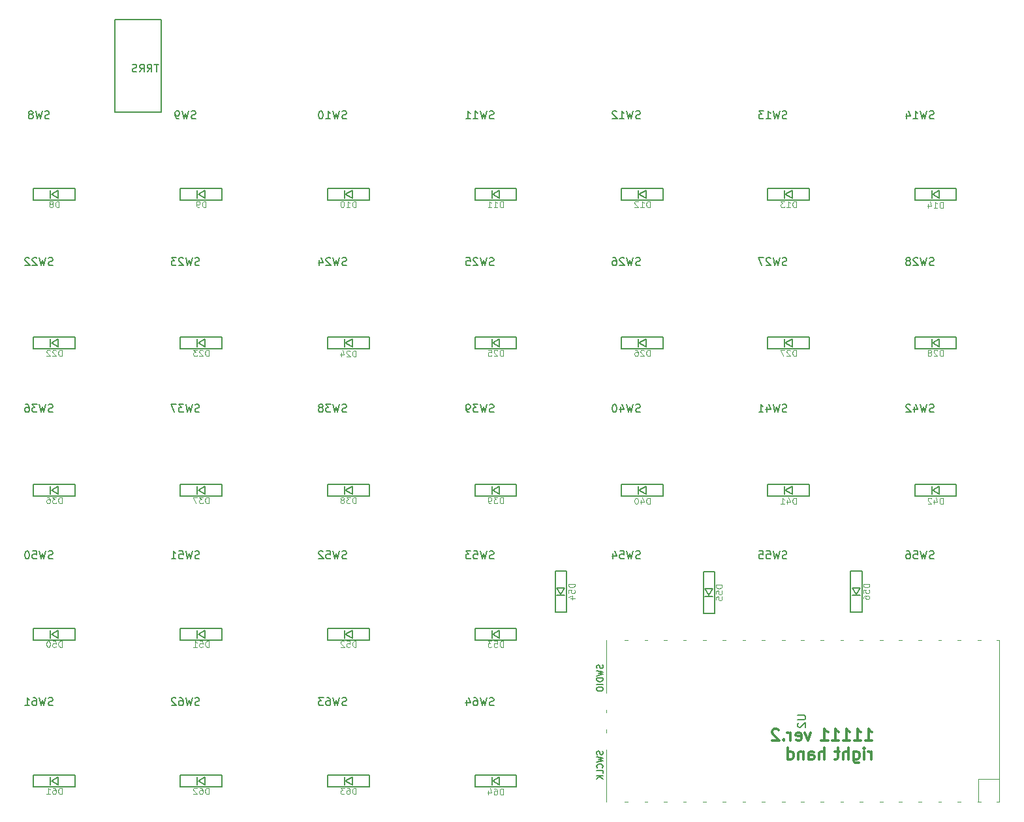
<source format=gbr>
%TF.GenerationSoftware,KiCad,Pcbnew,(7.0.0-0)*%
%TF.CreationDate,2023-03-19T23:49:49+09:00*%
%TF.ProjectId,11111_pcb,31313131-315f-4706-9362-2e6b69636164,rev?*%
%TF.SameCoordinates,Original*%
%TF.FileFunction,Legend,Bot*%
%TF.FilePolarity,Positive*%
%FSLAX46Y46*%
G04 Gerber Fmt 4.6, Leading zero omitted, Abs format (unit mm)*
G04 Created by KiCad (PCBNEW (7.0.0-0)) date 2023-03-19 23:49:49*
%MOMM*%
%LPD*%
G01*
G04 APERTURE LIST*
%ADD10C,0.300000*%
%ADD11C,0.150000*%
%ADD12C,0.125000*%
%ADD13C,0.120000*%
G04 APERTURE END LIST*
D10*
X303657142Y-114103571D02*
X304514285Y-114103571D01*
X304085714Y-114103571D02*
X304085714Y-112603571D01*
X304085714Y-112603571D02*
X304228571Y-112817857D01*
X304228571Y-112817857D02*
X304371428Y-112960714D01*
X304371428Y-112960714D02*
X304514285Y-113032142D01*
X302228571Y-114103571D02*
X303085714Y-114103571D01*
X302657143Y-114103571D02*
X302657143Y-112603571D01*
X302657143Y-112603571D02*
X302800000Y-112817857D01*
X302800000Y-112817857D02*
X302942857Y-112960714D01*
X302942857Y-112960714D02*
X303085714Y-113032142D01*
X300800000Y-114103571D02*
X301657143Y-114103571D01*
X301228572Y-114103571D02*
X301228572Y-112603571D01*
X301228572Y-112603571D02*
X301371429Y-112817857D01*
X301371429Y-112817857D02*
X301514286Y-112960714D01*
X301514286Y-112960714D02*
X301657143Y-113032142D01*
X299371429Y-114103571D02*
X300228572Y-114103571D01*
X299800001Y-114103571D02*
X299800001Y-112603571D01*
X299800001Y-112603571D02*
X299942858Y-112817857D01*
X299942858Y-112817857D02*
X300085715Y-112960714D01*
X300085715Y-112960714D02*
X300228572Y-113032142D01*
X297942858Y-114103571D02*
X298800001Y-114103571D01*
X298371430Y-114103571D02*
X298371430Y-112603571D01*
X298371430Y-112603571D02*
X298514287Y-112817857D01*
X298514287Y-112817857D02*
X298657144Y-112960714D01*
X298657144Y-112960714D02*
X298800001Y-113032142D01*
X296542859Y-113103571D02*
X296185716Y-114103571D01*
X296185716Y-114103571D02*
X295828573Y-113103571D01*
X294685716Y-114032142D02*
X294828573Y-114103571D01*
X294828573Y-114103571D02*
X295114288Y-114103571D01*
X295114288Y-114103571D02*
X295257145Y-114032142D01*
X295257145Y-114032142D02*
X295328573Y-113889285D01*
X295328573Y-113889285D02*
X295328573Y-113317857D01*
X295328573Y-113317857D02*
X295257145Y-113175000D01*
X295257145Y-113175000D02*
X295114288Y-113103571D01*
X295114288Y-113103571D02*
X294828573Y-113103571D01*
X294828573Y-113103571D02*
X294685716Y-113175000D01*
X294685716Y-113175000D02*
X294614288Y-113317857D01*
X294614288Y-113317857D02*
X294614288Y-113460714D01*
X294614288Y-113460714D02*
X295328573Y-113603571D01*
X293971431Y-114103571D02*
X293971431Y-113103571D01*
X293971431Y-113389285D02*
X293900002Y-113246428D01*
X293900002Y-113246428D02*
X293828574Y-113175000D01*
X293828574Y-113175000D02*
X293685716Y-113103571D01*
X293685716Y-113103571D02*
X293542859Y-113103571D01*
X293042860Y-113960714D02*
X292971431Y-114032142D01*
X292971431Y-114032142D02*
X293042860Y-114103571D01*
X293042860Y-114103571D02*
X293114288Y-114032142D01*
X293114288Y-114032142D02*
X293042860Y-113960714D01*
X293042860Y-113960714D02*
X293042860Y-114103571D01*
X292400002Y-112746428D02*
X292328574Y-112675000D01*
X292328574Y-112675000D02*
X292185717Y-112603571D01*
X292185717Y-112603571D02*
X291828574Y-112603571D01*
X291828574Y-112603571D02*
X291685717Y-112675000D01*
X291685717Y-112675000D02*
X291614288Y-112746428D01*
X291614288Y-112746428D02*
X291542859Y-112889285D01*
X291542859Y-112889285D02*
X291542859Y-113032142D01*
X291542859Y-113032142D02*
X291614288Y-113246428D01*
X291614288Y-113246428D02*
X292471431Y-114103571D01*
X292471431Y-114103571D02*
X291542859Y-114103571D01*
X304442857Y-116533571D02*
X304442857Y-115533571D01*
X304442857Y-115819285D02*
X304371428Y-115676428D01*
X304371428Y-115676428D02*
X304300000Y-115605000D01*
X304300000Y-115605000D02*
X304157142Y-115533571D01*
X304157142Y-115533571D02*
X304014285Y-115533571D01*
X303514286Y-116533571D02*
X303514286Y-115533571D01*
X303514286Y-115033571D02*
X303585714Y-115105000D01*
X303585714Y-115105000D02*
X303514286Y-115176428D01*
X303514286Y-115176428D02*
X303442857Y-115105000D01*
X303442857Y-115105000D02*
X303514286Y-115033571D01*
X303514286Y-115033571D02*
X303514286Y-115176428D01*
X302157143Y-115533571D02*
X302157143Y-116747857D01*
X302157143Y-116747857D02*
X302228571Y-116890714D01*
X302228571Y-116890714D02*
X302300000Y-116962142D01*
X302300000Y-116962142D02*
X302442857Y-117033571D01*
X302442857Y-117033571D02*
X302657143Y-117033571D01*
X302657143Y-117033571D02*
X302800000Y-116962142D01*
X302157143Y-116462142D02*
X302300000Y-116533571D01*
X302300000Y-116533571D02*
X302585714Y-116533571D01*
X302585714Y-116533571D02*
X302728571Y-116462142D01*
X302728571Y-116462142D02*
X302800000Y-116390714D01*
X302800000Y-116390714D02*
X302871428Y-116247857D01*
X302871428Y-116247857D02*
X302871428Y-115819285D01*
X302871428Y-115819285D02*
X302800000Y-115676428D01*
X302800000Y-115676428D02*
X302728571Y-115605000D01*
X302728571Y-115605000D02*
X302585714Y-115533571D01*
X302585714Y-115533571D02*
X302300000Y-115533571D01*
X302300000Y-115533571D02*
X302157143Y-115605000D01*
X301442857Y-116533571D02*
X301442857Y-115033571D01*
X300800000Y-116533571D02*
X300800000Y-115747857D01*
X300800000Y-115747857D02*
X300871428Y-115605000D01*
X300871428Y-115605000D02*
X301014285Y-115533571D01*
X301014285Y-115533571D02*
X301228571Y-115533571D01*
X301228571Y-115533571D02*
X301371428Y-115605000D01*
X301371428Y-115605000D02*
X301442857Y-115676428D01*
X300299999Y-115533571D02*
X299728571Y-115533571D01*
X300085714Y-115033571D02*
X300085714Y-116319285D01*
X300085714Y-116319285D02*
X300014285Y-116462142D01*
X300014285Y-116462142D02*
X299871428Y-116533571D01*
X299871428Y-116533571D02*
X299728571Y-116533571D01*
X298328571Y-116533571D02*
X298328571Y-115033571D01*
X297685714Y-116533571D02*
X297685714Y-115747857D01*
X297685714Y-115747857D02*
X297757142Y-115605000D01*
X297757142Y-115605000D02*
X297899999Y-115533571D01*
X297899999Y-115533571D02*
X298114285Y-115533571D01*
X298114285Y-115533571D02*
X298257142Y-115605000D01*
X298257142Y-115605000D02*
X298328571Y-115676428D01*
X296328571Y-116533571D02*
X296328571Y-115747857D01*
X296328571Y-115747857D02*
X296399999Y-115605000D01*
X296399999Y-115605000D02*
X296542856Y-115533571D01*
X296542856Y-115533571D02*
X296828571Y-115533571D01*
X296828571Y-115533571D02*
X296971428Y-115605000D01*
X296328571Y-116462142D02*
X296471428Y-116533571D01*
X296471428Y-116533571D02*
X296828571Y-116533571D01*
X296828571Y-116533571D02*
X296971428Y-116462142D01*
X296971428Y-116462142D02*
X297042856Y-116319285D01*
X297042856Y-116319285D02*
X297042856Y-116176428D01*
X297042856Y-116176428D02*
X296971428Y-116033571D01*
X296971428Y-116033571D02*
X296828571Y-115962142D01*
X296828571Y-115962142D02*
X296471428Y-115962142D01*
X296471428Y-115962142D02*
X296328571Y-115890714D01*
X295614285Y-115533571D02*
X295614285Y-116533571D01*
X295614285Y-115676428D02*
X295542856Y-115605000D01*
X295542856Y-115605000D02*
X295399999Y-115533571D01*
X295399999Y-115533571D02*
X295185713Y-115533571D01*
X295185713Y-115533571D02*
X295042856Y-115605000D01*
X295042856Y-115605000D02*
X294971428Y-115747857D01*
X294971428Y-115747857D02*
X294971428Y-116533571D01*
X293614285Y-116533571D02*
X293614285Y-115033571D01*
X293614285Y-116462142D02*
X293757142Y-116533571D01*
X293757142Y-116533571D02*
X294042856Y-116533571D01*
X294042856Y-116533571D02*
X294185713Y-116462142D01*
X294185713Y-116462142D02*
X294257142Y-116390714D01*
X294257142Y-116390714D02*
X294328570Y-116247857D01*
X294328570Y-116247857D02*
X294328570Y-115819285D01*
X294328570Y-115819285D02*
X294257142Y-115676428D01*
X294257142Y-115676428D02*
X294185713Y-115605000D01*
X294185713Y-115605000D02*
X294042856Y-115533571D01*
X294042856Y-115533571D02*
X293757142Y-115533571D01*
X293757142Y-115533571D02*
X293614285Y-115605000D01*
D11*
%TO.C,SW54*%
X274455510Y-90451761D02*
X274312653Y-90499380D01*
X274312653Y-90499380D02*
X274074558Y-90499380D01*
X274074558Y-90499380D02*
X273979320Y-90451761D01*
X273979320Y-90451761D02*
X273931701Y-90404142D01*
X273931701Y-90404142D02*
X273884082Y-90308904D01*
X273884082Y-90308904D02*
X273884082Y-90213666D01*
X273884082Y-90213666D02*
X273931701Y-90118428D01*
X273931701Y-90118428D02*
X273979320Y-90070809D01*
X273979320Y-90070809D02*
X274074558Y-90023190D01*
X274074558Y-90023190D02*
X274265034Y-89975571D01*
X274265034Y-89975571D02*
X274360272Y-89927952D01*
X274360272Y-89927952D02*
X274407891Y-89880333D01*
X274407891Y-89880333D02*
X274455510Y-89785095D01*
X274455510Y-89785095D02*
X274455510Y-89689857D01*
X274455510Y-89689857D02*
X274407891Y-89594619D01*
X274407891Y-89594619D02*
X274360272Y-89547000D01*
X274360272Y-89547000D02*
X274265034Y-89499380D01*
X274265034Y-89499380D02*
X274026939Y-89499380D01*
X274026939Y-89499380D02*
X273884082Y-89547000D01*
X273550748Y-89499380D02*
X273312653Y-90499380D01*
X273312653Y-90499380D02*
X273122177Y-89785095D01*
X273122177Y-89785095D02*
X272931701Y-90499380D01*
X272931701Y-90499380D02*
X272693606Y-89499380D01*
X271836463Y-89499380D02*
X272312653Y-89499380D01*
X272312653Y-89499380D02*
X272360272Y-89975571D01*
X272360272Y-89975571D02*
X272312653Y-89927952D01*
X272312653Y-89927952D02*
X272217415Y-89880333D01*
X272217415Y-89880333D02*
X271979320Y-89880333D01*
X271979320Y-89880333D02*
X271884082Y-89927952D01*
X271884082Y-89927952D02*
X271836463Y-89975571D01*
X271836463Y-89975571D02*
X271788844Y-90070809D01*
X271788844Y-90070809D02*
X271788844Y-90308904D01*
X271788844Y-90308904D02*
X271836463Y-90404142D01*
X271836463Y-90404142D02*
X271884082Y-90451761D01*
X271884082Y-90451761D02*
X271979320Y-90499380D01*
X271979320Y-90499380D02*
X272217415Y-90499380D01*
X272217415Y-90499380D02*
X272312653Y-90451761D01*
X272312653Y-90451761D02*
X272360272Y-90404142D01*
X270931701Y-89832714D02*
X270931701Y-90499380D01*
X271169796Y-89451761D02*
X271407891Y-90166047D01*
X271407891Y-90166047D02*
X270788844Y-90166047D01*
%TO.C,SW13*%
X293455510Y-33301761D02*
X293312653Y-33349380D01*
X293312653Y-33349380D02*
X293074558Y-33349380D01*
X293074558Y-33349380D02*
X292979320Y-33301761D01*
X292979320Y-33301761D02*
X292931701Y-33254142D01*
X292931701Y-33254142D02*
X292884082Y-33158904D01*
X292884082Y-33158904D02*
X292884082Y-33063666D01*
X292884082Y-33063666D02*
X292931701Y-32968428D01*
X292931701Y-32968428D02*
X292979320Y-32920809D01*
X292979320Y-32920809D02*
X293074558Y-32873190D01*
X293074558Y-32873190D02*
X293265034Y-32825571D01*
X293265034Y-32825571D02*
X293360272Y-32777952D01*
X293360272Y-32777952D02*
X293407891Y-32730333D01*
X293407891Y-32730333D02*
X293455510Y-32635095D01*
X293455510Y-32635095D02*
X293455510Y-32539857D01*
X293455510Y-32539857D02*
X293407891Y-32444619D01*
X293407891Y-32444619D02*
X293360272Y-32397000D01*
X293360272Y-32397000D02*
X293265034Y-32349380D01*
X293265034Y-32349380D02*
X293026939Y-32349380D01*
X293026939Y-32349380D02*
X292884082Y-32397000D01*
X292550748Y-32349380D02*
X292312653Y-33349380D01*
X292312653Y-33349380D02*
X292122177Y-32635095D01*
X292122177Y-32635095D02*
X291931701Y-33349380D01*
X291931701Y-33349380D02*
X291693606Y-32349380D01*
X290788844Y-33349380D02*
X291360272Y-33349380D01*
X291074558Y-33349380D02*
X291074558Y-32349380D01*
X291074558Y-32349380D02*
X291169796Y-32492238D01*
X291169796Y-32492238D02*
X291265034Y-32587476D01*
X291265034Y-32587476D02*
X291360272Y-32635095D01*
X290455510Y-32349380D02*
X289836463Y-32349380D01*
X289836463Y-32349380D02*
X290169796Y-32730333D01*
X290169796Y-32730333D02*
X290026939Y-32730333D01*
X290026939Y-32730333D02*
X289931701Y-32777952D01*
X289931701Y-32777952D02*
X289884082Y-32825571D01*
X289884082Y-32825571D02*
X289836463Y-32920809D01*
X289836463Y-32920809D02*
X289836463Y-33158904D01*
X289836463Y-33158904D02*
X289884082Y-33254142D01*
X289884082Y-33254142D02*
X289931701Y-33301761D01*
X289931701Y-33301761D02*
X290026939Y-33349380D01*
X290026939Y-33349380D02*
X290312653Y-33349380D01*
X290312653Y-33349380D02*
X290407891Y-33301761D01*
X290407891Y-33301761D02*
X290455510Y-33254142D01*
D12*
%TO.C,D39*%
X256672415Y-83305904D02*
X256672415Y-82505904D01*
X256672415Y-82505904D02*
X256481939Y-82505904D01*
X256481939Y-82505904D02*
X256367653Y-82544000D01*
X256367653Y-82544000D02*
X256291463Y-82620190D01*
X256291463Y-82620190D02*
X256253368Y-82696380D01*
X256253368Y-82696380D02*
X256215272Y-82848761D01*
X256215272Y-82848761D02*
X256215272Y-82963047D01*
X256215272Y-82963047D02*
X256253368Y-83115428D01*
X256253368Y-83115428D02*
X256291463Y-83191619D01*
X256291463Y-83191619D02*
X256367653Y-83267809D01*
X256367653Y-83267809D02*
X256481939Y-83305904D01*
X256481939Y-83305904D02*
X256672415Y-83305904D01*
X255948606Y-82505904D02*
X255453368Y-82505904D01*
X255453368Y-82505904D02*
X255720034Y-82810666D01*
X255720034Y-82810666D02*
X255605749Y-82810666D01*
X255605749Y-82810666D02*
X255529558Y-82848761D01*
X255529558Y-82848761D02*
X255491463Y-82886857D01*
X255491463Y-82886857D02*
X255453368Y-82963047D01*
X255453368Y-82963047D02*
X255453368Y-83153523D01*
X255453368Y-83153523D02*
X255491463Y-83229714D01*
X255491463Y-83229714D02*
X255529558Y-83267809D01*
X255529558Y-83267809D02*
X255605749Y-83305904D01*
X255605749Y-83305904D02*
X255834320Y-83305904D01*
X255834320Y-83305904D02*
X255910511Y-83267809D01*
X255910511Y-83267809D02*
X255948606Y-83229714D01*
X255072415Y-83305904D02*
X254920034Y-83305904D01*
X254920034Y-83305904D02*
X254843844Y-83267809D01*
X254843844Y-83267809D02*
X254805748Y-83229714D01*
X254805748Y-83229714D02*
X254729558Y-83115428D01*
X254729558Y-83115428D02*
X254691463Y-82963047D01*
X254691463Y-82963047D02*
X254691463Y-82658285D01*
X254691463Y-82658285D02*
X254729558Y-82582095D01*
X254729558Y-82582095D02*
X254767653Y-82544000D01*
X254767653Y-82544000D02*
X254843844Y-82505904D01*
X254843844Y-82505904D02*
X254996225Y-82505904D01*
X254996225Y-82505904D02*
X255072415Y-82544000D01*
X255072415Y-82544000D02*
X255110510Y-82582095D01*
X255110510Y-82582095D02*
X255148606Y-82658285D01*
X255148606Y-82658285D02*
X255148606Y-82848761D01*
X255148606Y-82848761D02*
X255110510Y-82924952D01*
X255110510Y-82924952D02*
X255072415Y-82963047D01*
X255072415Y-82963047D02*
X254996225Y-83001142D01*
X254996225Y-83001142D02*
X254843844Y-83001142D01*
X254843844Y-83001142D02*
X254767653Y-82963047D01*
X254767653Y-82963047D02*
X254729558Y-82924952D01*
X254729558Y-82924952D02*
X254691463Y-82848761D01*
%TO.C,D14*%
X313737415Y-44955904D02*
X313737415Y-44155904D01*
X313737415Y-44155904D02*
X313546939Y-44155904D01*
X313546939Y-44155904D02*
X313432653Y-44194000D01*
X313432653Y-44194000D02*
X313356463Y-44270190D01*
X313356463Y-44270190D02*
X313318368Y-44346380D01*
X313318368Y-44346380D02*
X313280272Y-44498761D01*
X313280272Y-44498761D02*
X313280272Y-44613047D01*
X313280272Y-44613047D02*
X313318368Y-44765428D01*
X313318368Y-44765428D02*
X313356463Y-44841619D01*
X313356463Y-44841619D02*
X313432653Y-44917809D01*
X313432653Y-44917809D02*
X313546939Y-44955904D01*
X313546939Y-44955904D02*
X313737415Y-44955904D01*
X312518368Y-44955904D02*
X312975511Y-44955904D01*
X312746939Y-44955904D02*
X312746939Y-44155904D01*
X312746939Y-44155904D02*
X312823130Y-44270190D01*
X312823130Y-44270190D02*
X312899320Y-44346380D01*
X312899320Y-44346380D02*
X312975511Y-44384476D01*
X311832653Y-44422571D02*
X311832653Y-44955904D01*
X312023129Y-44117809D02*
X312213606Y-44689238D01*
X312213606Y-44689238D02*
X311718367Y-44689238D01*
D11*
%TO.C,SW8*%
X197779319Y-33301761D02*
X197636462Y-33349380D01*
X197636462Y-33349380D02*
X197398367Y-33349380D01*
X197398367Y-33349380D02*
X197303129Y-33301761D01*
X197303129Y-33301761D02*
X197255510Y-33254142D01*
X197255510Y-33254142D02*
X197207891Y-33158904D01*
X197207891Y-33158904D02*
X197207891Y-33063666D01*
X197207891Y-33063666D02*
X197255510Y-32968428D01*
X197255510Y-32968428D02*
X197303129Y-32920809D01*
X197303129Y-32920809D02*
X197398367Y-32873190D01*
X197398367Y-32873190D02*
X197588843Y-32825571D01*
X197588843Y-32825571D02*
X197684081Y-32777952D01*
X197684081Y-32777952D02*
X197731700Y-32730333D01*
X197731700Y-32730333D02*
X197779319Y-32635095D01*
X197779319Y-32635095D02*
X197779319Y-32539857D01*
X197779319Y-32539857D02*
X197731700Y-32444619D01*
X197731700Y-32444619D02*
X197684081Y-32397000D01*
X197684081Y-32397000D02*
X197588843Y-32349380D01*
X197588843Y-32349380D02*
X197350748Y-32349380D01*
X197350748Y-32349380D02*
X197207891Y-32397000D01*
X196874557Y-32349380D02*
X196636462Y-33349380D01*
X196636462Y-33349380D02*
X196445986Y-32635095D01*
X196445986Y-32635095D02*
X196255510Y-33349380D01*
X196255510Y-33349380D02*
X196017415Y-32349380D01*
X195493605Y-32777952D02*
X195588843Y-32730333D01*
X195588843Y-32730333D02*
X195636462Y-32682714D01*
X195636462Y-32682714D02*
X195684081Y-32587476D01*
X195684081Y-32587476D02*
X195684081Y-32539857D01*
X195684081Y-32539857D02*
X195636462Y-32444619D01*
X195636462Y-32444619D02*
X195588843Y-32397000D01*
X195588843Y-32397000D02*
X195493605Y-32349380D01*
X195493605Y-32349380D02*
X195303129Y-32349380D01*
X195303129Y-32349380D02*
X195207891Y-32397000D01*
X195207891Y-32397000D02*
X195160272Y-32444619D01*
X195160272Y-32444619D02*
X195112653Y-32539857D01*
X195112653Y-32539857D02*
X195112653Y-32587476D01*
X195112653Y-32587476D02*
X195160272Y-32682714D01*
X195160272Y-32682714D02*
X195207891Y-32730333D01*
X195207891Y-32730333D02*
X195303129Y-32777952D01*
X195303129Y-32777952D02*
X195493605Y-32777952D01*
X195493605Y-32777952D02*
X195588843Y-32825571D01*
X195588843Y-32825571D02*
X195636462Y-32873190D01*
X195636462Y-32873190D02*
X195684081Y-32968428D01*
X195684081Y-32968428D02*
X195684081Y-33158904D01*
X195684081Y-33158904D02*
X195636462Y-33254142D01*
X195636462Y-33254142D02*
X195588843Y-33301761D01*
X195588843Y-33301761D02*
X195493605Y-33349380D01*
X195493605Y-33349380D02*
X195303129Y-33349380D01*
X195303129Y-33349380D02*
X195207891Y-33301761D01*
X195207891Y-33301761D02*
X195160272Y-33254142D01*
X195160272Y-33254142D02*
X195112653Y-33158904D01*
X195112653Y-33158904D02*
X195112653Y-32968428D01*
X195112653Y-32968428D02*
X195160272Y-32873190D01*
X195160272Y-32873190D02*
X195207891Y-32825571D01*
X195207891Y-32825571D02*
X195303129Y-32777952D01*
D12*
%TO.C,D52*%
X237557415Y-101985904D02*
X237557415Y-101185904D01*
X237557415Y-101185904D02*
X237366939Y-101185904D01*
X237366939Y-101185904D02*
X237252653Y-101224000D01*
X237252653Y-101224000D02*
X237176463Y-101300190D01*
X237176463Y-101300190D02*
X237138368Y-101376380D01*
X237138368Y-101376380D02*
X237100272Y-101528761D01*
X237100272Y-101528761D02*
X237100272Y-101643047D01*
X237100272Y-101643047D02*
X237138368Y-101795428D01*
X237138368Y-101795428D02*
X237176463Y-101871619D01*
X237176463Y-101871619D02*
X237252653Y-101947809D01*
X237252653Y-101947809D02*
X237366939Y-101985904D01*
X237366939Y-101985904D02*
X237557415Y-101985904D01*
X236376463Y-101185904D02*
X236757415Y-101185904D01*
X236757415Y-101185904D02*
X236795511Y-101566857D01*
X236795511Y-101566857D02*
X236757415Y-101528761D01*
X236757415Y-101528761D02*
X236681225Y-101490666D01*
X236681225Y-101490666D02*
X236490749Y-101490666D01*
X236490749Y-101490666D02*
X236414558Y-101528761D01*
X236414558Y-101528761D02*
X236376463Y-101566857D01*
X236376463Y-101566857D02*
X236338368Y-101643047D01*
X236338368Y-101643047D02*
X236338368Y-101833523D01*
X236338368Y-101833523D02*
X236376463Y-101909714D01*
X236376463Y-101909714D02*
X236414558Y-101947809D01*
X236414558Y-101947809D02*
X236490749Y-101985904D01*
X236490749Y-101985904D02*
X236681225Y-101985904D01*
X236681225Y-101985904D02*
X236757415Y-101947809D01*
X236757415Y-101947809D02*
X236795511Y-101909714D01*
X236033606Y-101262095D02*
X235995510Y-101224000D01*
X235995510Y-101224000D02*
X235919320Y-101185904D01*
X235919320Y-101185904D02*
X235728844Y-101185904D01*
X235728844Y-101185904D02*
X235652653Y-101224000D01*
X235652653Y-101224000D02*
X235614558Y-101262095D01*
X235614558Y-101262095D02*
X235576463Y-101338285D01*
X235576463Y-101338285D02*
X235576463Y-101414476D01*
X235576463Y-101414476D02*
X235614558Y-101528761D01*
X235614558Y-101528761D02*
X236071701Y-101985904D01*
X236071701Y-101985904D02*
X235576463Y-101985904D01*
%TO.C,D28*%
X313737415Y-64175904D02*
X313737415Y-63375904D01*
X313737415Y-63375904D02*
X313546939Y-63375904D01*
X313546939Y-63375904D02*
X313432653Y-63414000D01*
X313432653Y-63414000D02*
X313356463Y-63490190D01*
X313356463Y-63490190D02*
X313318368Y-63566380D01*
X313318368Y-63566380D02*
X313280272Y-63718761D01*
X313280272Y-63718761D02*
X313280272Y-63833047D01*
X313280272Y-63833047D02*
X313318368Y-63985428D01*
X313318368Y-63985428D02*
X313356463Y-64061619D01*
X313356463Y-64061619D02*
X313432653Y-64137809D01*
X313432653Y-64137809D02*
X313546939Y-64175904D01*
X313546939Y-64175904D02*
X313737415Y-64175904D01*
X312975511Y-63452095D02*
X312937415Y-63414000D01*
X312937415Y-63414000D02*
X312861225Y-63375904D01*
X312861225Y-63375904D02*
X312670749Y-63375904D01*
X312670749Y-63375904D02*
X312594558Y-63414000D01*
X312594558Y-63414000D02*
X312556463Y-63452095D01*
X312556463Y-63452095D02*
X312518368Y-63528285D01*
X312518368Y-63528285D02*
X312518368Y-63604476D01*
X312518368Y-63604476D02*
X312556463Y-63718761D01*
X312556463Y-63718761D02*
X313013606Y-64175904D01*
X313013606Y-64175904D02*
X312518368Y-64175904D01*
X312061225Y-63718761D02*
X312137415Y-63680666D01*
X312137415Y-63680666D02*
X312175510Y-63642571D01*
X312175510Y-63642571D02*
X312213606Y-63566380D01*
X312213606Y-63566380D02*
X312213606Y-63528285D01*
X312213606Y-63528285D02*
X312175510Y-63452095D01*
X312175510Y-63452095D02*
X312137415Y-63414000D01*
X312137415Y-63414000D02*
X312061225Y-63375904D01*
X312061225Y-63375904D02*
X311908844Y-63375904D01*
X311908844Y-63375904D02*
X311832653Y-63414000D01*
X311832653Y-63414000D02*
X311794558Y-63452095D01*
X311794558Y-63452095D02*
X311756463Y-63528285D01*
X311756463Y-63528285D02*
X311756463Y-63566380D01*
X311756463Y-63566380D02*
X311794558Y-63642571D01*
X311794558Y-63642571D02*
X311832653Y-63680666D01*
X311832653Y-63680666D02*
X311908844Y-63718761D01*
X311908844Y-63718761D02*
X312061225Y-63718761D01*
X312061225Y-63718761D02*
X312137415Y-63756857D01*
X312137415Y-63756857D02*
X312175510Y-63794952D01*
X312175510Y-63794952D02*
X312213606Y-63871142D01*
X312213606Y-63871142D02*
X312213606Y-64023523D01*
X312213606Y-64023523D02*
X312175510Y-64099714D01*
X312175510Y-64099714D02*
X312137415Y-64137809D01*
X312137415Y-64137809D02*
X312061225Y-64175904D01*
X312061225Y-64175904D02*
X311908844Y-64175904D01*
X311908844Y-64175904D02*
X311832653Y-64137809D01*
X311832653Y-64137809D02*
X311794558Y-64099714D01*
X311794558Y-64099714D02*
X311756463Y-64023523D01*
X311756463Y-64023523D02*
X311756463Y-63871142D01*
X311756463Y-63871142D02*
X311794558Y-63794952D01*
X311794558Y-63794952D02*
X311832653Y-63756857D01*
X311832653Y-63756857D02*
X311908844Y-63718761D01*
%TO.C,D22*%
X199422415Y-64175904D02*
X199422415Y-63375904D01*
X199422415Y-63375904D02*
X199231939Y-63375904D01*
X199231939Y-63375904D02*
X199117653Y-63414000D01*
X199117653Y-63414000D02*
X199041463Y-63490190D01*
X199041463Y-63490190D02*
X199003368Y-63566380D01*
X199003368Y-63566380D02*
X198965272Y-63718761D01*
X198965272Y-63718761D02*
X198965272Y-63833047D01*
X198965272Y-63833047D02*
X199003368Y-63985428D01*
X199003368Y-63985428D02*
X199041463Y-64061619D01*
X199041463Y-64061619D02*
X199117653Y-64137809D01*
X199117653Y-64137809D02*
X199231939Y-64175904D01*
X199231939Y-64175904D02*
X199422415Y-64175904D01*
X198660511Y-63452095D02*
X198622415Y-63414000D01*
X198622415Y-63414000D02*
X198546225Y-63375904D01*
X198546225Y-63375904D02*
X198355749Y-63375904D01*
X198355749Y-63375904D02*
X198279558Y-63414000D01*
X198279558Y-63414000D02*
X198241463Y-63452095D01*
X198241463Y-63452095D02*
X198203368Y-63528285D01*
X198203368Y-63528285D02*
X198203368Y-63604476D01*
X198203368Y-63604476D02*
X198241463Y-63718761D01*
X198241463Y-63718761D02*
X198698606Y-64175904D01*
X198698606Y-64175904D02*
X198203368Y-64175904D01*
X197898606Y-63452095D02*
X197860510Y-63414000D01*
X197860510Y-63414000D02*
X197784320Y-63375904D01*
X197784320Y-63375904D02*
X197593844Y-63375904D01*
X197593844Y-63375904D02*
X197517653Y-63414000D01*
X197517653Y-63414000D02*
X197479558Y-63452095D01*
X197479558Y-63452095D02*
X197441463Y-63528285D01*
X197441463Y-63528285D02*
X197441463Y-63604476D01*
X197441463Y-63604476D02*
X197479558Y-63718761D01*
X197479558Y-63718761D02*
X197936701Y-64175904D01*
X197936701Y-64175904D02*
X197441463Y-64175904D01*
%TO.C,D42*%
X313737415Y-83405904D02*
X313737415Y-82605904D01*
X313737415Y-82605904D02*
X313546939Y-82605904D01*
X313546939Y-82605904D02*
X313432653Y-82644000D01*
X313432653Y-82644000D02*
X313356463Y-82720190D01*
X313356463Y-82720190D02*
X313318368Y-82796380D01*
X313318368Y-82796380D02*
X313280272Y-82948761D01*
X313280272Y-82948761D02*
X313280272Y-83063047D01*
X313280272Y-83063047D02*
X313318368Y-83215428D01*
X313318368Y-83215428D02*
X313356463Y-83291619D01*
X313356463Y-83291619D02*
X313432653Y-83367809D01*
X313432653Y-83367809D02*
X313546939Y-83405904D01*
X313546939Y-83405904D02*
X313737415Y-83405904D01*
X312594558Y-82872571D02*
X312594558Y-83405904D01*
X312785034Y-82567809D02*
X312975511Y-83139238D01*
X312975511Y-83139238D02*
X312480272Y-83139238D01*
X312213606Y-82682095D02*
X312175510Y-82644000D01*
X312175510Y-82644000D02*
X312099320Y-82605904D01*
X312099320Y-82605904D02*
X311908844Y-82605904D01*
X311908844Y-82605904D02*
X311832653Y-82644000D01*
X311832653Y-82644000D02*
X311794558Y-82682095D01*
X311794558Y-82682095D02*
X311756463Y-82758285D01*
X311756463Y-82758285D02*
X311756463Y-82834476D01*
X311756463Y-82834476D02*
X311794558Y-82948761D01*
X311794558Y-82948761D02*
X312251701Y-83405904D01*
X312251701Y-83405904D02*
X311756463Y-83405904D01*
%TO.C,D26*%
X275697415Y-64175904D02*
X275697415Y-63375904D01*
X275697415Y-63375904D02*
X275506939Y-63375904D01*
X275506939Y-63375904D02*
X275392653Y-63414000D01*
X275392653Y-63414000D02*
X275316463Y-63490190D01*
X275316463Y-63490190D02*
X275278368Y-63566380D01*
X275278368Y-63566380D02*
X275240272Y-63718761D01*
X275240272Y-63718761D02*
X275240272Y-63833047D01*
X275240272Y-63833047D02*
X275278368Y-63985428D01*
X275278368Y-63985428D02*
X275316463Y-64061619D01*
X275316463Y-64061619D02*
X275392653Y-64137809D01*
X275392653Y-64137809D02*
X275506939Y-64175904D01*
X275506939Y-64175904D02*
X275697415Y-64175904D01*
X274935511Y-63452095D02*
X274897415Y-63414000D01*
X274897415Y-63414000D02*
X274821225Y-63375904D01*
X274821225Y-63375904D02*
X274630749Y-63375904D01*
X274630749Y-63375904D02*
X274554558Y-63414000D01*
X274554558Y-63414000D02*
X274516463Y-63452095D01*
X274516463Y-63452095D02*
X274478368Y-63528285D01*
X274478368Y-63528285D02*
X274478368Y-63604476D01*
X274478368Y-63604476D02*
X274516463Y-63718761D01*
X274516463Y-63718761D02*
X274973606Y-64175904D01*
X274973606Y-64175904D02*
X274478368Y-64175904D01*
X273792653Y-63375904D02*
X273945034Y-63375904D01*
X273945034Y-63375904D02*
X274021225Y-63414000D01*
X274021225Y-63414000D02*
X274059320Y-63452095D01*
X274059320Y-63452095D02*
X274135510Y-63566380D01*
X274135510Y-63566380D02*
X274173606Y-63718761D01*
X274173606Y-63718761D02*
X274173606Y-64023523D01*
X274173606Y-64023523D02*
X274135510Y-64099714D01*
X274135510Y-64099714D02*
X274097415Y-64137809D01*
X274097415Y-64137809D02*
X274021225Y-64175904D01*
X274021225Y-64175904D02*
X273868844Y-64175904D01*
X273868844Y-64175904D02*
X273792653Y-64137809D01*
X273792653Y-64137809D02*
X273754558Y-64099714D01*
X273754558Y-64099714D02*
X273716463Y-64023523D01*
X273716463Y-64023523D02*
X273716463Y-63833047D01*
X273716463Y-63833047D02*
X273754558Y-63756857D01*
X273754558Y-63756857D02*
X273792653Y-63718761D01*
X273792653Y-63718761D02*
X273868844Y-63680666D01*
X273868844Y-63680666D02*
X274021225Y-63680666D01*
X274021225Y-63680666D02*
X274097415Y-63718761D01*
X274097415Y-63718761D02*
X274135510Y-63756857D01*
X274135510Y-63756857D02*
X274173606Y-63833047D01*
%TO.C,D27*%
X294652415Y-64175904D02*
X294652415Y-63375904D01*
X294652415Y-63375904D02*
X294461939Y-63375904D01*
X294461939Y-63375904D02*
X294347653Y-63414000D01*
X294347653Y-63414000D02*
X294271463Y-63490190D01*
X294271463Y-63490190D02*
X294233368Y-63566380D01*
X294233368Y-63566380D02*
X294195272Y-63718761D01*
X294195272Y-63718761D02*
X294195272Y-63833047D01*
X294195272Y-63833047D02*
X294233368Y-63985428D01*
X294233368Y-63985428D02*
X294271463Y-64061619D01*
X294271463Y-64061619D02*
X294347653Y-64137809D01*
X294347653Y-64137809D02*
X294461939Y-64175904D01*
X294461939Y-64175904D02*
X294652415Y-64175904D01*
X293890511Y-63452095D02*
X293852415Y-63414000D01*
X293852415Y-63414000D02*
X293776225Y-63375904D01*
X293776225Y-63375904D02*
X293585749Y-63375904D01*
X293585749Y-63375904D02*
X293509558Y-63414000D01*
X293509558Y-63414000D02*
X293471463Y-63452095D01*
X293471463Y-63452095D02*
X293433368Y-63528285D01*
X293433368Y-63528285D02*
X293433368Y-63604476D01*
X293433368Y-63604476D02*
X293471463Y-63718761D01*
X293471463Y-63718761D02*
X293928606Y-64175904D01*
X293928606Y-64175904D02*
X293433368Y-64175904D01*
X293166701Y-63375904D02*
X292633367Y-63375904D01*
X292633367Y-63375904D02*
X292976225Y-64175904D01*
D11*
%TO.C,SW61*%
X198255510Y-109501761D02*
X198112653Y-109549380D01*
X198112653Y-109549380D02*
X197874558Y-109549380D01*
X197874558Y-109549380D02*
X197779320Y-109501761D01*
X197779320Y-109501761D02*
X197731701Y-109454142D01*
X197731701Y-109454142D02*
X197684082Y-109358904D01*
X197684082Y-109358904D02*
X197684082Y-109263666D01*
X197684082Y-109263666D02*
X197731701Y-109168428D01*
X197731701Y-109168428D02*
X197779320Y-109120809D01*
X197779320Y-109120809D02*
X197874558Y-109073190D01*
X197874558Y-109073190D02*
X198065034Y-109025571D01*
X198065034Y-109025571D02*
X198160272Y-108977952D01*
X198160272Y-108977952D02*
X198207891Y-108930333D01*
X198207891Y-108930333D02*
X198255510Y-108835095D01*
X198255510Y-108835095D02*
X198255510Y-108739857D01*
X198255510Y-108739857D02*
X198207891Y-108644619D01*
X198207891Y-108644619D02*
X198160272Y-108597000D01*
X198160272Y-108597000D02*
X198065034Y-108549380D01*
X198065034Y-108549380D02*
X197826939Y-108549380D01*
X197826939Y-108549380D02*
X197684082Y-108597000D01*
X197350748Y-108549380D02*
X197112653Y-109549380D01*
X197112653Y-109549380D02*
X196922177Y-108835095D01*
X196922177Y-108835095D02*
X196731701Y-109549380D01*
X196731701Y-109549380D02*
X196493606Y-108549380D01*
X195684082Y-108549380D02*
X195874558Y-108549380D01*
X195874558Y-108549380D02*
X195969796Y-108597000D01*
X195969796Y-108597000D02*
X196017415Y-108644619D01*
X196017415Y-108644619D02*
X196112653Y-108787476D01*
X196112653Y-108787476D02*
X196160272Y-108977952D01*
X196160272Y-108977952D02*
X196160272Y-109358904D01*
X196160272Y-109358904D02*
X196112653Y-109454142D01*
X196112653Y-109454142D02*
X196065034Y-109501761D01*
X196065034Y-109501761D02*
X195969796Y-109549380D01*
X195969796Y-109549380D02*
X195779320Y-109549380D01*
X195779320Y-109549380D02*
X195684082Y-109501761D01*
X195684082Y-109501761D02*
X195636463Y-109454142D01*
X195636463Y-109454142D02*
X195588844Y-109358904D01*
X195588844Y-109358904D02*
X195588844Y-109120809D01*
X195588844Y-109120809D02*
X195636463Y-109025571D01*
X195636463Y-109025571D02*
X195684082Y-108977952D01*
X195684082Y-108977952D02*
X195779320Y-108930333D01*
X195779320Y-108930333D02*
X195969796Y-108930333D01*
X195969796Y-108930333D02*
X196065034Y-108977952D01*
X196065034Y-108977952D02*
X196112653Y-109025571D01*
X196112653Y-109025571D02*
X196160272Y-109120809D01*
X194636463Y-109549380D02*
X195207891Y-109549380D01*
X194922177Y-109549380D02*
X194922177Y-108549380D01*
X194922177Y-108549380D02*
X195017415Y-108692238D01*
X195017415Y-108692238D02*
X195112653Y-108787476D01*
X195112653Y-108787476D02*
X195207891Y-108835095D01*
%TO.C,SW26*%
X274455510Y-52351761D02*
X274312653Y-52399380D01*
X274312653Y-52399380D02*
X274074558Y-52399380D01*
X274074558Y-52399380D02*
X273979320Y-52351761D01*
X273979320Y-52351761D02*
X273931701Y-52304142D01*
X273931701Y-52304142D02*
X273884082Y-52208904D01*
X273884082Y-52208904D02*
X273884082Y-52113666D01*
X273884082Y-52113666D02*
X273931701Y-52018428D01*
X273931701Y-52018428D02*
X273979320Y-51970809D01*
X273979320Y-51970809D02*
X274074558Y-51923190D01*
X274074558Y-51923190D02*
X274265034Y-51875571D01*
X274265034Y-51875571D02*
X274360272Y-51827952D01*
X274360272Y-51827952D02*
X274407891Y-51780333D01*
X274407891Y-51780333D02*
X274455510Y-51685095D01*
X274455510Y-51685095D02*
X274455510Y-51589857D01*
X274455510Y-51589857D02*
X274407891Y-51494619D01*
X274407891Y-51494619D02*
X274360272Y-51447000D01*
X274360272Y-51447000D02*
X274265034Y-51399380D01*
X274265034Y-51399380D02*
X274026939Y-51399380D01*
X274026939Y-51399380D02*
X273884082Y-51447000D01*
X273550748Y-51399380D02*
X273312653Y-52399380D01*
X273312653Y-52399380D02*
X273122177Y-51685095D01*
X273122177Y-51685095D02*
X272931701Y-52399380D01*
X272931701Y-52399380D02*
X272693606Y-51399380D01*
X272360272Y-51494619D02*
X272312653Y-51447000D01*
X272312653Y-51447000D02*
X272217415Y-51399380D01*
X272217415Y-51399380D02*
X271979320Y-51399380D01*
X271979320Y-51399380D02*
X271884082Y-51447000D01*
X271884082Y-51447000D02*
X271836463Y-51494619D01*
X271836463Y-51494619D02*
X271788844Y-51589857D01*
X271788844Y-51589857D02*
X271788844Y-51685095D01*
X271788844Y-51685095D02*
X271836463Y-51827952D01*
X271836463Y-51827952D02*
X272407891Y-52399380D01*
X272407891Y-52399380D02*
X271788844Y-52399380D01*
X270931701Y-51399380D02*
X271122177Y-51399380D01*
X271122177Y-51399380D02*
X271217415Y-51447000D01*
X271217415Y-51447000D02*
X271265034Y-51494619D01*
X271265034Y-51494619D02*
X271360272Y-51637476D01*
X271360272Y-51637476D02*
X271407891Y-51827952D01*
X271407891Y-51827952D02*
X271407891Y-52208904D01*
X271407891Y-52208904D02*
X271360272Y-52304142D01*
X271360272Y-52304142D02*
X271312653Y-52351761D01*
X271312653Y-52351761D02*
X271217415Y-52399380D01*
X271217415Y-52399380D02*
X271026939Y-52399380D01*
X271026939Y-52399380D02*
X270931701Y-52351761D01*
X270931701Y-52351761D02*
X270884082Y-52304142D01*
X270884082Y-52304142D02*
X270836463Y-52208904D01*
X270836463Y-52208904D02*
X270836463Y-51970809D01*
X270836463Y-51970809D02*
X270884082Y-51875571D01*
X270884082Y-51875571D02*
X270931701Y-51827952D01*
X270931701Y-51827952D02*
X271026939Y-51780333D01*
X271026939Y-51780333D02*
X271217415Y-51780333D01*
X271217415Y-51780333D02*
X271312653Y-51827952D01*
X271312653Y-51827952D02*
X271360272Y-51875571D01*
X271360272Y-51875571D02*
X271407891Y-51970809D01*
%TO.C,SW22*%
X198255510Y-52351761D02*
X198112653Y-52399380D01*
X198112653Y-52399380D02*
X197874558Y-52399380D01*
X197874558Y-52399380D02*
X197779320Y-52351761D01*
X197779320Y-52351761D02*
X197731701Y-52304142D01*
X197731701Y-52304142D02*
X197684082Y-52208904D01*
X197684082Y-52208904D02*
X197684082Y-52113666D01*
X197684082Y-52113666D02*
X197731701Y-52018428D01*
X197731701Y-52018428D02*
X197779320Y-51970809D01*
X197779320Y-51970809D02*
X197874558Y-51923190D01*
X197874558Y-51923190D02*
X198065034Y-51875571D01*
X198065034Y-51875571D02*
X198160272Y-51827952D01*
X198160272Y-51827952D02*
X198207891Y-51780333D01*
X198207891Y-51780333D02*
X198255510Y-51685095D01*
X198255510Y-51685095D02*
X198255510Y-51589857D01*
X198255510Y-51589857D02*
X198207891Y-51494619D01*
X198207891Y-51494619D02*
X198160272Y-51447000D01*
X198160272Y-51447000D02*
X198065034Y-51399380D01*
X198065034Y-51399380D02*
X197826939Y-51399380D01*
X197826939Y-51399380D02*
X197684082Y-51447000D01*
X197350748Y-51399380D02*
X197112653Y-52399380D01*
X197112653Y-52399380D02*
X196922177Y-51685095D01*
X196922177Y-51685095D02*
X196731701Y-52399380D01*
X196731701Y-52399380D02*
X196493606Y-51399380D01*
X196160272Y-51494619D02*
X196112653Y-51447000D01*
X196112653Y-51447000D02*
X196017415Y-51399380D01*
X196017415Y-51399380D02*
X195779320Y-51399380D01*
X195779320Y-51399380D02*
X195684082Y-51447000D01*
X195684082Y-51447000D02*
X195636463Y-51494619D01*
X195636463Y-51494619D02*
X195588844Y-51589857D01*
X195588844Y-51589857D02*
X195588844Y-51685095D01*
X195588844Y-51685095D02*
X195636463Y-51827952D01*
X195636463Y-51827952D02*
X196207891Y-52399380D01*
X196207891Y-52399380D02*
X195588844Y-52399380D01*
X195207891Y-51494619D02*
X195160272Y-51447000D01*
X195160272Y-51447000D02*
X195065034Y-51399380D01*
X195065034Y-51399380D02*
X194826939Y-51399380D01*
X194826939Y-51399380D02*
X194731701Y-51447000D01*
X194731701Y-51447000D02*
X194684082Y-51494619D01*
X194684082Y-51494619D02*
X194636463Y-51589857D01*
X194636463Y-51589857D02*
X194636463Y-51685095D01*
X194636463Y-51685095D02*
X194684082Y-51827952D01*
X194684082Y-51827952D02*
X195255510Y-52399380D01*
X195255510Y-52399380D02*
X194636463Y-52399380D01*
D12*
%TO.C,D41*%
X294652415Y-83405904D02*
X294652415Y-82605904D01*
X294652415Y-82605904D02*
X294461939Y-82605904D01*
X294461939Y-82605904D02*
X294347653Y-82644000D01*
X294347653Y-82644000D02*
X294271463Y-82720190D01*
X294271463Y-82720190D02*
X294233368Y-82796380D01*
X294233368Y-82796380D02*
X294195272Y-82948761D01*
X294195272Y-82948761D02*
X294195272Y-83063047D01*
X294195272Y-83063047D02*
X294233368Y-83215428D01*
X294233368Y-83215428D02*
X294271463Y-83291619D01*
X294271463Y-83291619D02*
X294347653Y-83367809D01*
X294347653Y-83367809D02*
X294461939Y-83405904D01*
X294461939Y-83405904D02*
X294652415Y-83405904D01*
X293509558Y-82872571D02*
X293509558Y-83405904D01*
X293700034Y-82567809D02*
X293890511Y-83139238D01*
X293890511Y-83139238D02*
X293395272Y-83139238D01*
X292671463Y-83405904D02*
X293128606Y-83405904D01*
X292900034Y-83405904D02*
X292900034Y-82605904D01*
X292900034Y-82605904D02*
X292976225Y-82720190D01*
X292976225Y-82720190D02*
X293052415Y-82796380D01*
X293052415Y-82796380D02*
X293128606Y-82834476D01*
%TO.C,D40*%
X275697415Y-83405904D02*
X275697415Y-82605904D01*
X275697415Y-82605904D02*
X275506939Y-82605904D01*
X275506939Y-82605904D02*
X275392653Y-82644000D01*
X275392653Y-82644000D02*
X275316463Y-82720190D01*
X275316463Y-82720190D02*
X275278368Y-82796380D01*
X275278368Y-82796380D02*
X275240272Y-82948761D01*
X275240272Y-82948761D02*
X275240272Y-83063047D01*
X275240272Y-83063047D02*
X275278368Y-83215428D01*
X275278368Y-83215428D02*
X275316463Y-83291619D01*
X275316463Y-83291619D02*
X275392653Y-83367809D01*
X275392653Y-83367809D02*
X275506939Y-83405904D01*
X275506939Y-83405904D02*
X275697415Y-83405904D01*
X274554558Y-82872571D02*
X274554558Y-83405904D01*
X274745034Y-82567809D02*
X274935511Y-83139238D01*
X274935511Y-83139238D02*
X274440272Y-83139238D01*
X273983129Y-82605904D02*
X273906939Y-82605904D01*
X273906939Y-82605904D02*
X273830748Y-82644000D01*
X273830748Y-82644000D02*
X273792653Y-82682095D01*
X273792653Y-82682095D02*
X273754558Y-82758285D01*
X273754558Y-82758285D02*
X273716463Y-82910666D01*
X273716463Y-82910666D02*
X273716463Y-83101142D01*
X273716463Y-83101142D02*
X273754558Y-83253523D01*
X273754558Y-83253523D02*
X273792653Y-83329714D01*
X273792653Y-83329714D02*
X273830748Y-83367809D01*
X273830748Y-83367809D02*
X273906939Y-83405904D01*
X273906939Y-83405904D02*
X273983129Y-83405904D01*
X273983129Y-83405904D02*
X274059320Y-83367809D01*
X274059320Y-83367809D02*
X274097415Y-83329714D01*
X274097415Y-83329714D02*
X274135510Y-83253523D01*
X274135510Y-83253523D02*
X274173606Y-83101142D01*
X274173606Y-83101142D02*
X274173606Y-82910666D01*
X274173606Y-82910666D02*
X274135510Y-82758285D01*
X274135510Y-82758285D02*
X274097415Y-82682095D01*
X274097415Y-82682095D02*
X274059320Y-82644000D01*
X274059320Y-82644000D02*
X273983129Y-82605904D01*
%TO.C,D56*%
X304193904Y-93793571D02*
X303393904Y-93793571D01*
X303393904Y-93793571D02*
X303393904Y-93984047D01*
X303393904Y-93984047D02*
X303432000Y-94098333D01*
X303432000Y-94098333D02*
X303508190Y-94174523D01*
X303508190Y-94174523D02*
X303584380Y-94212618D01*
X303584380Y-94212618D02*
X303736761Y-94250714D01*
X303736761Y-94250714D02*
X303851047Y-94250714D01*
X303851047Y-94250714D02*
X304003428Y-94212618D01*
X304003428Y-94212618D02*
X304079619Y-94174523D01*
X304079619Y-94174523D02*
X304155809Y-94098333D01*
X304155809Y-94098333D02*
X304193904Y-93984047D01*
X304193904Y-93984047D02*
X304193904Y-93793571D01*
X303393904Y-94974523D02*
X303393904Y-94593571D01*
X303393904Y-94593571D02*
X303774857Y-94555475D01*
X303774857Y-94555475D02*
X303736761Y-94593571D01*
X303736761Y-94593571D02*
X303698666Y-94669761D01*
X303698666Y-94669761D02*
X303698666Y-94860237D01*
X303698666Y-94860237D02*
X303736761Y-94936428D01*
X303736761Y-94936428D02*
X303774857Y-94974523D01*
X303774857Y-94974523D02*
X303851047Y-95012618D01*
X303851047Y-95012618D02*
X304041523Y-95012618D01*
X304041523Y-95012618D02*
X304117714Y-94974523D01*
X304117714Y-94974523D02*
X304155809Y-94936428D01*
X304155809Y-94936428D02*
X304193904Y-94860237D01*
X304193904Y-94860237D02*
X304193904Y-94669761D01*
X304193904Y-94669761D02*
X304155809Y-94593571D01*
X304155809Y-94593571D02*
X304117714Y-94555475D01*
X303393904Y-95698333D02*
X303393904Y-95545952D01*
X303393904Y-95545952D02*
X303432000Y-95469761D01*
X303432000Y-95469761D02*
X303470095Y-95431666D01*
X303470095Y-95431666D02*
X303584380Y-95355476D01*
X303584380Y-95355476D02*
X303736761Y-95317380D01*
X303736761Y-95317380D02*
X304041523Y-95317380D01*
X304041523Y-95317380D02*
X304117714Y-95355476D01*
X304117714Y-95355476D02*
X304155809Y-95393571D01*
X304155809Y-95393571D02*
X304193904Y-95469761D01*
X304193904Y-95469761D02*
X304193904Y-95622142D01*
X304193904Y-95622142D02*
X304155809Y-95698333D01*
X304155809Y-95698333D02*
X304117714Y-95736428D01*
X304117714Y-95736428D02*
X304041523Y-95774523D01*
X304041523Y-95774523D02*
X303851047Y-95774523D01*
X303851047Y-95774523D02*
X303774857Y-95736428D01*
X303774857Y-95736428D02*
X303736761Y-95698333D01*
X303736761Y-95698333D02*
X303698666Y-95622142D01*
X303698666Y-95622142D02*
X303698666Y-95469761D01*
X303698666Y-95469761D02*
X303736761Y-95393571D01*
X303736761Y-95393571D02*
X303774857Y-95355476D01*
X303774857Y-95355476D02*
X303851047Y-95317380D01*
%TO.C,D38*%
X237557415Y-83305904D02*
X237557415Y-82505904D01*
X237557415Y-82505904D02*
X237366939Y-82505904D01*
X237366939Y-82505904D02*
X237252653Y-82544000D01*
X237252653Y-82544000D02*
X237176463Y-82620190D01*
X237176463Y-82620190D02*
X237138368Y-82696380D01*
X237138368Y-82696380D02*
X237100272Y-82848761D01*
X237100272Y-82848761D02*
X237100272Y-82963047D01*
X237100272Y-82963047D02*
X237138368Y-83115428D01*
X237138368Y-83115428D02*
X237176463Y-83191619D01*
X237176463Y-83191619D02*
X237252653Y-83267809D01*
X237252653Y-83267809D02*
X237366939Y-83305904D01*
X237366939Y-83305904D02*
X237557415Y-83305904D01*
X236833606Y-82505904D02*
X236338368Y-82505904D01*
X236338368Y-82505904D02*
X236605034Y-82810666D01*
X236605034Y-82810666D02*
X236490749Y-82810666D01*
X236490749Y-82810666D02*
X236414558Y-82848761D01*
X236414558Y-82848761D02*
X236376463Y-82886857D01*
X236376463Y-82886857D02*
X236338368Y-82963047D01*
X236338368Y-82963047D02*
X236338368Y-83153523D01*
X236338368Y-83153523D02*
X236376463Y-83229714D01*
X236376463Y-83229714D02*
X236414558Y-83267809D01*
X236414558Y-83267809D02*
X236490749Y-83305904D01*
X236490749Y-83305904D02*
X236719320Y-83305904D01*
X236719320Y-83305904D02*
X236795511Y-83267809D01*
X236795511Y-83267809D02*
X236833606Y-83229714D01*
X235881225Y-82848761D02*
X235957415Y-82810666D01*
X235957415Y-82810666D02*
X235995510Y-82772571D01*
X235995510Y-82772571D02*
X236033606Y-82696380D01*
X236033606Y-82696380D02*
X236033606Y-82658285D01*
X236033606Y-82658285D02*
X235995510Y-82582095D01*
X235995510Y-82582095D02*
X235957415Y-82544000D01*
X235957415Y-82544000D02*
X235881225Y-82505904D01*
X235881225Y-82505904D02*
X235728844Y-82505904D01*
X235728844Y-82505904D02*
X235652653Y-82544000D01*
X235652653Y-82544000D02*
X235614558Y-82582095D01*
X235614558Y-82582095D02*
X235576463Y-82658285D01*
X235576463Y-82658285D02*
X235576463Y-82696380D01*
X235576463Y-82696380D02*
X235614558Y-82772571D01*
X235614558Y-82772571D02*
X235652653Y-82810666D01*
X235652653Y-82810666D02*
X235728844Y-82848761D01*
X235728844Y-82848761D02*
X235881225Y-82848761D01*
X235881225Y-82848761D02*
X235957415Y-82886857D01*
X235957415Y-82886857D02*
X235995510Y-82924952D01*
X235995510Y-82924952D02*
X236033606Y-83001142D01*
X236033606Y-83001142D02*
X236033606Y-83153523D01*
X236033606Y-83153523D02*
X235995510Y-83229714D01*
X235995510Y-83229714D02*
X235957415Y-83267809D01*
X235957415Y-83267809D02*
X235881225Y-83305904D01*
X235881225Y-83305904D02*
X235728844Y-83305904D01*
X235728844Y-83305904D02*
X235652653Y-83267809D01*
X235652653Y-83267809D02*
X235614558Y-83229714D01*
X235614558Y-83229714D02*
X235576463Y-83153523D01*
X235576463Y-83153523D02*
X235576463Y-83001142D01*
X235576463Y-83001142D02*
X235614558Y-82924952D01*
X235614558Y-82924952D02*
X235652653Y-82886857D01*
X235652653Y-82886857D02*
X235728844Y-82848761D01*
D11*
%TO.C,SW62*%
X217255510Y-109501761D02*
X217112653Y-109549380D01*
X217112653Y-109549380D02*
X216874558Y-109549380D01*
X216874558Y-109549380D02*
X216779320Y-109501761D01*
X216779320Y-109501761D02*
X216731701Y-109454142D01*
X216731701Y-109454142D02*
X216684082Y-109358904D01*
X216684082Y-109358904D02*
X216684082Y-109263666D01*
X216684082Y-109263666D02*
X216731701Y-109168428D01*
X216731701Y-109168428D02*
X216779320Y-109120809D01*
X216779320Y-109120809D02*
X216874558Y-109073190D01*
X216874558Y-109073190D02*
X217065034Y-109025571D01*
X217065034Y-109025571D02*
X217160272Y-108977952D01*
X217160272Y-108977952D02*
X217207891Y-108930333D01*
X217207891Y-108930333D02*
X217255510Y-108835095D01*
X217255510Y-108835095D02*
X217255510Y-108739857D01*
X217255510Y-108739857D02*
X217207891Y-108644619D01*
X217207891Y-108644619D02*
X217160272Y-108597000D01*
X217160272Y-108597000D02*
X217065034Y-108549380D01*
X217065034Y-108549380D02*
X216826939Y-108549380D01*
X216826939Y-108549380D02*
X216684082Y-108597000D01*
X216350748Y-108549380D02*
X216112653Y-109549380D01*
X216112653Y-109549380D02*
X215922177Y-108835095D01*
X215922177Y-108835095D02*
X215731701Y-109549380D01*
X215731701Y-109549380D02*
X215493606Y-108549380D01*
X214684082Y-108549380D02*
X214874558Y-108549380D01*
X214874558Y-108549380D02*
X214969796Y-108597000D01*
X214969796Y-108597000D02*
X215017415Y-108644619D01*
X215017415Y-108644619D02*
X215112653Y-108787476D01*
X215112653Y-108787476D02*
X215160272Y-108977952D01*
X215160272Y-108977952D02*
X215160272Y-109358904D01*
X215160272Y-109358904D02*
X215112653Y-109454142D01*
X215112653Y-109454142D02*
X215065034Y-109501761D01*
X215065034Y-109501761D02*
X214969796Y-109549380D01*
X214969796Y-109549380D02*
X214779320Y-109549380D01*
X214779320Y-109549380D02*
X214684082Y-109501761D01*
X214684082Y-109501761D02*
X214636463Y-109454142D01*
X214636463Y-109454142D02*
X214588844Y-109358904D01*
X214588844Y-109358904D02*
X214588844Y-109120809D01*
X214588844Y-109120809D02*
X214636463Y-109025571D01*
X214636463Y-109025571D02*
X214684082Y-108977952D01*
X214684082Y-108977952D02*
X214779320Y-108930333D01*
X214779320Y-108930333D02*
X214969796Y-108930333D01*
X214969796Y-108930333D02*
X215065034Y-108977952D01*
X215065034Y-108977952D02*
X215112653Y-109025571D01*
X215112653Y-109025571D02*
X215160272Y-109120809D01*
X214207891Y-108644619D02*
X214160272Y-108597000D01*
X214160272Y-108597000D02*
X214065034Y-108549380D01*
X214065034Y-108549380D02*
X213826939Y-108549380D01*
X213826939Y-108549380D02*
X213731701Y-108597000D01*
X213731701Y-108597000D02*
X213684082Y-108644619D01*
X213684082Y-108644619D02*
X213636463Y-108739857D01*
X213636463Y-108739857D02*
X213636463Y-108835095D01*
X213636463Y-108835095D02*
X213684082Y-108977952D01*
X213684082Y-108977952D02*
X214255510Y-109549380D01*
X214255510Y-109549380D02*
X213636463Y-109549380D01*
%TO.C,SW23*%
X217255510Y-52351761D02*
X217112653Y-52399380D01*
X217112653Y-52399380D02*
X216874558Y-52399380D01*
X216874558Y-52399380D02*
X216779320Y-52351761D01*
X216779320Y-52351761D02*
X216731701Y-52304142D01*
X216731701Y-52304142D02*
X216684082Y-52208904D01*
X216684082Y-52208904D02*
X216684082Y-52113666D01*
X216684082Y-52113666D02*
X216731701Y-52018428D01*
X216731701Y-52018428D02*
X216779320Y-51970809D01*
X216779320Y-51970809D02*
X216874558Y-51923190D01*
X216874558Y-51923190D02*
X217065034Y-51875571D01*
X217065034Y-51875571D02*
X217160272Y-51827952D01*
X217160272Y-51827952D02*
X217207891Y-51780333D01*
X217207891Y-51780333D02*
X217255510Y-51685095D01*
X217255510Y-51685095D02*
X217255510Y-51589857D01*
X217255510Y-51589857D02*
X217207891Y-51494619D01*
X217207891Y-51494619D02*
X217160272Y-51447000D01*
X217160272Y-51447000D02*
X217065034Y-51399380D01*
X217065034Y-51399380D02*
X216826939Y-51399380D01*
X216826939Y-51399380D02*
X216684082Y-51447000D01*
X216350748Y-51399380D02*
X216112653Y-52399380D01*
X216112653Y-52399380D02*
X215922177Y-51685095D01*
X215922177Y-51685095D02*
X215731701Y-52399380D01*
X215731701Y-52399380D02*
X215493606Y-51399380D01*
X215160272Y-51494619D02*
X215112653Y-51447000D01*
X215112653Y-51447000D02*
X215017415Y-51399380D01*
X215017415Y-51399380D02*
X214779320Y-51399380D01*
X214779320Y-51399380D02*
X214684082Y-51447000D01*
X214684082Y-51447000D02*
X214636463Y-51494619D01*
X214636463Y-51494619D02*
X214588844Y-51589857D01*
X214588844Y-51589857D02*
X214588844Y-51685095D01*
X214588844Y-51685095D02*
X214636463Y-51827952D01*
X214636463Y-51827952D02*
X215207891Y-52399380D01*
X215207891Y-52399380D02*
X214588844Y-52399380D01*
X214255510Y-51399380D02*
X213636463Y-51399380D01*
X213636463Y-51399380D02*
X213969796Y-51780333D01*
X213969796Y-51780333D02*
X213826939Y-51780333D01*
X213826939Y-51780333D02*
X213731701Y-51827952D01*
X213731701Y-51827952D02*
X213684082Y-51875571D01*
X213684082Y-51875571D02*
X213636463Y-51970809D01*
X213636463Y-51970809D02*
X213636463Y-52208904D01*
X213636463Y-52208904D02*
X213684082Y-52304142D01*
X213684082Y-52304142D02*
X213731701Y-52351761D01*
X213731701Y-52351761D02*
X213826939Y-52399380D01*
X213826939Y-52399380D02*
X214112653Y-52399380D01*
X214112653Y-52399380D02*
X214207891Y-52351761D01*
X214207891Y-52351761D02*
X214255510Y-52304142D01*
D12*
%TO.C,D53*%
X256672415Y-101985904D02*
X256672415Y-101185904D01*
X256672415Y-101185904D02*
X256481939Y-101185904D01*
X256481939Y-101185904D02*
X256367653Y-101224000D01*
X256367653Y-101224000D02*
X256291463Y-101300190D01*
X256291463Y-101300190D02*
X256253368Y-101376380D01*
X256253368Y-101376380D02*
X256215272Y-101528761D01*
X256215272Y-101528761D02*
X256215272Y-101643047D01*
X256215272Y-101643047D02*
X256253368Y-101795428D01*
X256253368Y-101795428D02*
X256291463Y-101871619D01*
X256291463Y-101871619D02*
X256367653Y-101947809D01*
X256367653Y-101947809D02*
X256481939Y-101985904D01*
X256481939Y-101985904D02*
X256672415Y-101985904D01*
X255491463Y-101185904D02*
X255872415Y-101185904D01*
X255872415Y-101185904D02*
X255910511Y-101566857D01*
X255910511Y-101566857D02*
X255872415Y-101528761D01*
X255872415Y-101528761D02*
X255796225Y-101490666D01*
X255796225Y-101490666D02*
X255605749Y-101490666D01*
X255605749Y-101490666D02*
X255529558Y-101528761D01*
X255529558Y-101528761D02*
X255491463Y-101566857D01*
X255491463Y-101566857D02*
X255453368Y-101643047D01*
X255453368Y-101643047D02*
X255453368Y-101833523D01*
X255453368Y-101833523D02*
X255491463Y-101909714D01*
X255491463Y-101909714D02*
X255529558Y-101947809D01*
X255529558Y-101947809D02*
X255605749Y-101985904D01*
X255605749Y-101985904D02*
X255796225Y-101985904D01*
X255796225Y-101985904D02*
X255872415Y-101947809D01*
X255872415Y-101947809D02*
X255910511Y-101909714D01*
X255186701Y-101185904D02*
X254691463Y-101185904D01*
X254691463Y-101185904D02*
X254958129Y-101490666D01*
X254958129Y-101490666D02*
X254843844Y-101490666D01*
X254843844Y-101490666D02*
X254767653Y-101528761D01*
X254767653Y-101528761D02*
X254729558Y-101566857D01*
X254729558Y-101566857D02*
X254691463Y-101643047D01*
X254691463Y-101643047D02*
X254691463Y-101833523D01*
X254691463Y-101833523D02*
X254729558Y-101909714D01*
X254729558Y-101909714D02*
X254767653Y-101947809D01*
X254767653Y-101947809D02*
X254843844Y-101985904D01*
X254843844Y-101985904D02*
X255072415Y-101985904D01*
X255072415Y-101985904D02*
X255148606Y-101947809D01*
X255148606Y-101947809D02*
X255186701Y-101909714D01*
%TO.C,D9*%
X218091462Y-44855904D02*
X218091462Y-44055904D01*
X218091462Y-44055904D02*
X217900986Y-44055904D01*
X217900986Y-44055904D02*
X217786700Y-44094000D01*
X217786700Y-44094000D02*
X217710510Y-44170190D01*
X217710510Y-44170190D02*
X217672415Y-44246380D01*
X217672415Y-44246380D02*
X217634319Y-44398761D01*
X217634319Y-44398761D02*
X217634319Y-44513047D01*
X217634319Y-44513047D02*
X217672415Y-44665428D01*
X217672415Y-44665428D02*
X217710510Y-44741619D01*
X217710510Y-44741619D02*
X217786700Y-44817809D01*
X217786700Y-44817809D02*
X217900986Y-44855904D01*
X217900986Y-44855904D02*
X218091462Y-44855904D01*
X217253367Y-44855904D02*
X217100986Y-44855904D01*
X217100986Y-44855904D02*
X217024796Y-44817809D01*
X217024796Y-44817809D02*
X216986700Y-44779714D01*
X216986700Y-44779714D02*
X216910510Y-44665428D01*
X216910510Y-44665428D02*
X216872415Y-44513047D01*
X216872415Y-44513047D02*
X216872415Y-44208285D01*
X216872415Y-44208285D02*
X216910510Y-44132095D01*
X216910510Y-44132095D02*
X216948605Y-44094000D01*
X216948605Y-44094000D02*
X217024796Y-44055904D01*
X217024796Y-44055904D02*
X217177177Y-44055904D01*
X217177177Y-44055904D02*
X217253367Y-44094000D01*
X217253367Y-44094000D02*
X217291462Y-44132095D01*
X217291462Y-44132095D02*
X217329558Y-44208285D01*
X217329558Y-44208285D02*
X217329558Y-44398761D01*
X217329558Y-44398761D02*
X217291462Y-44474952D01*
X217291462Y-44474952D02*
X217253367Y-44513047D01*
X217253367Y-44513047D02*
X217177177Y-44551142D01*
X217177177Y-44551142D02*
X217024796Y-44551142D01*
X217024796Y-44551142D02*
X216948605Y-44513047D01*
X216948605Y-44513047D02*
X216910510Y-44474952D01*
X216910510Y-44474952D02*
X216872415Y-44398761D01*
D11*
%TO.C,SW12*%
X274455510Y-33301761D02*
X274312653Y-33349380D01*
X274312653Y-33349380D02*
X274074558Y-33349380D01*
X274074558Y-33349380D02*
X273979320Y-33301761D01*
X273979320Y-33301761D02*
X273931701Y-33254142D01*
X273931701Y-33254142D02*
X273884082Y-33158904D01*
X273884082Y-33158904D02*
X273884082Y-33063666D01*
X273884082Y-33063666D02*
X273931701Y-32968428D01*
X273931701Y-32968428D02*
X273979320Y-32920809D01*
X273979320Y-32920809D02*
X274074558Y-32873190D01*
X274074558Y-32873190D02*
X274265034Y-32825571D01*
X274265034Y-32825571D02*
X274360272Y-32777952D01*
X274360272Y-32777952D02*
X274407891Y-32730333D01*
X274407891Y-32730333D02*
X274455510Y-32635095D01*
X274455510Y-32635095D02*
X274455510Y-32539857D01*
X274455510Y-32539857D02*
X274407891Y-32444619D01*
X274407891Y-32444619D02*
X274360272Y-32397000D01*
X274360272Y-32397000D02*
X274265034Y-32349380D01*
X274265034Y-32349380D02*
X274026939Y-32349380D01*
X274026939Y-32349380D02*
X273884082Y-32397000D01*
X273550748Y-32349380D02*
X273312653Y-33349380D01*
X273312653Y-33349380D02*
X273122177Y-32635095D01*
X273122177Y-32635095D02*
X272931701Y-33349380D01*
X272931701Y-33349380D02*
X272693606Y-32349380D01*
X271788844Y-33349380D02*
X272360272Y-33349380D01*
X272074558Y-33349380D02*
X272074558Y-32349380D01*
X272074558Y-32349380D02*
X272169796Y-32492238D01*
X272169796Y-32492238D02*
X272265034Y-32587476D01*
X272265034Y-32587476D02*
X272360272Y-32635095D01*
X271407891Y-32444619D02*
X271360272Y-32397000D01*
X271360272Y-32397000D02*
X271265034Y-32349380D01*
X271265034Y-32349380D02*
X271026939Y-32349380D01*
X271026939Y-32349380D02*
X270931701Y-32397000D01*
X270931701Y-32397000D02*
X270884082Y-32444619D01*
X270884082Y-32444619D02*
X270836463Y-32539857D01*
X270836463Y-32539857D02*
X270836463Y-32635095D01*
X270836463Y-32635095D02*
X270884082Y-32777952D01*
X270884082Y-32777952D02*
X271455510Y-33349380D01*
X271455510Y-33349380D02*
X270836463Y-33349380D01*
%TO.C,SW40*%
X274455510Y-71401761D02*
X274312653Y-71449380D01*
X274312653Y-71449380D02*
X274074558Y-71449380D01*
X274074558Y-71449380D02*
X273979320Y-71401761D01*
X273979320Y-71401761D02*
X273931701Y-71354142D01*
X273931701Y-71354142D02*
X273884082Y-71258904D01*
X273884082Y-71258904D02*
X273884082Y-71163666D01*
X273884082Y-71163666D02*
X273931701Y-71068428D01*
X273931701Y-71068428D02*
X273979320Y-71020809D01*
X273979320Y-71020809D02*
X274074558Y-70973190D01*
X274074558Y-70973190D02*
X274265034Y-70925571D01*
X274265034Y-70925571D02*
X274360272Y-70877952D01*
X274360272Y-70877952D02*
X274407891Y-70830333D01*
X274407891Y-70830333D02*
X274455510Y-70735095D01*
X274455510Y-70735095D02*
X274455510Y-70639857D01*
X274455510Y-70639857D02*
X274407891Y-70544619D01*
X274407891Y-70544619D02*
X274360272Y-70497000D01*
X274360272Y-70497000D02*
X274265034Y-70449380D01*
X274265034Y-70449380D02*
X274026939Y-70449380D01*
X274026939Y-70449380D02*
X273884082Y-70497000D01*
X273550748Y-70449380D02*
X273312653Y-71449380D01*
X273312653Y-71449380D02*
X273122177Y-70735095D01*
X273122177Y-70735095D02*
X272931701Y-71449380D01*
X272931701Y-71449380D02*
X272693606Y-70449380D01*
X271884082Y-70782714D02*
X271884082Y-71449380D01*
X272122177Y-70401761D02*
X272360272Y-71116047D01*
X272360272Y-71116047D02*
X271741225Y-71116047D01*
X271169796Y-70449380D02*
X271074558Y-70449380D01*
X271074558Y-70449380D02*
X270979320Y-70497000D01*
X270979320Y-70497000D02*
X270931701Y-70544619D01*
X270931701Y-70544619D02*
X270884082Y-70639857D01*
X270884082Y-70639857D02*
X270836463Y-70830333D01*
X270836463Y-70830333D02*
X270836463Y-71068428D01*
X270836463Y-71068428D02*
X270884082Y-71258904D01*
X270884082Y-71258904D02*
X270931701Y-71354142D01*
X270931701Y-71354142D02*
X270979320Y-71401761D01*
X270979320Y-71401761D02*
X271074558Y-71449380D01*
X271074558Y-71449380D02*
X271169796Y-71449380D01*
X271169796Y-71449380D02*
X271265034Y-71401761D01*
X271265034Y-71401761D02*
X271312653Y-71354142D01*
X271312653Y-71354142D02*
X271360272Y-71258904D01*
X271360272Y-71258904D02*
X271407891Y-71068428D01*
X271407891Y-71068428D02*
X271407891Y-70830333D01*
X271407891Y-70830333D02*
X271360272Y-70639857D01*
X271360272Y-70639857D02*
X271312653Y-70544619D01*
X271312653Y-70544619D02*
X271265034Y-70497000D01*
X271265034Y-70497000D02*
X271169796Y-70449380D01*
D12*
%TO.C,D55*%
X285073904Y-93893571D02*
X284273904Y-93893571D01*
X284273904Y-93893571D02*
X284273904Y-94084047D01*
X284273904Y-94084047D02*
X284312000Y-94198333D01*
X284312000Y-94198333D02*
X284388190Y-94274523D01*
X284388190Y-94274523D02*
X284464380Y-94312618D01*
X284464380Y-94312618D02*
X284616761Y-94350714D01*
X284616761Y-94350714D02*
X284731047Y-94350714D01*
X284731047Y-94350714D02*
X284883428Y-94312618D01*
X284883428Y-94312618D02*
X284959619Y-94274523D01*
X284959619Y-94274523D02*
X285035809Y-94198333D01*
X285035809Y-94198333D02*
X285073904Y-94084047D01*
X285073904Y-94084047D02*
X285073904Y-93893571D01*
X284273904Y-95074523D02*
X284273904Y-94693571D01*
X284273904Y-94693571D02*
X284654857Y-94655475D01*
X284654857Y-94655475D02*
X284616761Y-94693571D01*
X284616761Y-94693571D02*
X284578666Y-94769761D01*
X284578666Y-94769761D02*
X284578666Y-94960237D01*
X284578666Y-94960237D02*
X284616761Y-95036428D01*
X284616761Y-95036428D02*
X284654857Y-95074523D01*
X284654857Y-95074523D02*
X284731047Y-95112618D01*
X284731047Y-95112618D02*
X284921523Y-95112618D01*
X284921523Y-95112618D02*
X284997714Y-95074523D01*
X284997714Y-95074523D02*
X285035809Y-95036428D01*
X285035809Y-95036428D02*
X285073904Y-94960237D01*
X285073904Y-94960237D02*
X285073904Y-94769761D01*
X285073904Y-94769761D02*
X285035809Y-94693571D01*
X285035809Y-94693571D02*
X284997714Y-94655475D01*
X284273904Y-95836428D02*
X284273904Y-95455476D01*
X284273904Y-95455476D02*
X284654857Y-95417380D01*
X284654857Y-95417380D02*
X284616761Y-95455476D01*
X284616761Y-95455476D02*
X284578666Y-95531666D01*
X284578666Y-95531666D02*
X284578666Y-95722142D01*
X284578666Y-95722142D02*
X284616761Y-95798333D01*
X284616761Y-95798333D02*
X284654857Y-95836428D01*
X284654857Y-95836428D02*
X284731047Y-95874523D01*
X284731047Y-95874523D02*
X284921523Y-95874523D01*
X284921523Y-95874523D02*
X284997714Y-95836428D01*
X284997714Y-95836428D02*
X285035809Y-95798333D01*
X285035809Y-95798333D02*
X285073904Y-95722142D01*
X285073904Y-95722142D02*
X285073904Y-95531666D01*
X285073904Y-95531666D02*
X285035809Y-95455476D01*
X285035809Y-95455476D02*
X284997714Y-95417380D01*
%TO.C,D36*%
X199422415Y-83305904D02*
X199422415Y-82505904D01*
X199422415Y-82505904D02*
X199231939Y-82505904D01*
X199231939Y-82505904D02*
X199117653Y-82544000D01*
X199117653Y-82544000D02*
X199041463Y-82620190D01*
X199041463Y-82620190D02*
X199003368Y-82696380D01*
X199003368Y-82696380D02*
X198965272Y-82848761D01*
X198965272Y-82848761D02*
X198965272Y-82963047D01*
X198965272Y-82963047D02*
X199003368Y-83115428D01*
X199003368Y-83115428D02*
X199041463Y-83191619D01*
X199041463Y-83191619D02*
X199117653Y-83267809D01*
X199117653Y-83267809D02*
X199231939Y-83305904D01*
X199231939Y-83305904D02*
X199422415Y-83305904D01*
X198698606Y-82505904D02*
X198203368Y-82505904D01*
X198203368Y-82505904D02*
X198470034Y-82810666D01*
X198470034Y-82810666D02*
X198355749Y-82810666D01*
X198355749Y-82810666D02*
X198279558Y-82848761D01*
X198279558Y-82848761D02*
X198241463Y-82886857D01*
X198241463Y-82886857D02*
X198203368Y-82963047D01*
X198203368Y-82963047D02*
X198203368Y-83153523D01*
X198203368Y-83153523D02*
X198241463Y-83229714D01*
X198241463Y-83229714D02*
X198279558Y-83267809D01*
X198279558Y-83267809D02*
X198355749Y-83305904D01*
X198355749Y-83305904D02*
X198584320Y-83305904D01*
X198584320Y-83305904D02*
X198660511Y-83267809D01*
X198660511Y-83267809D02*
X198698606Y-83229714D01*
X197517653Y-82505904D02*
X197670034Y-82505904D01*
X197670034Y-82505904D02*
X197746225Y-82544000D01*
X197746225Y-82544000D02*
X197784320Y-82582095D01*
X197784320Y-82582095D02*
X197860510Y-82696380D01*
X197860510Y-82696380D02*
X197898606Y-82848761D01*
X197898606Y-82848761D02*
X197898606Y-83153523D01*
X197898606Y-83153523D02*
X197860510Y-83229714D01*
X197860510Y-83229714D02*
X197822415Y-83267809D01*
X197822415Y-83267809D02*
X197746225Y-83305904D01*
X197746225Y-83305904D02*
X197593844Y-83305904D01*
X197593844Y-83305904D02*
X197517653Y-83267809D01*
X197517653Y-83267809D02*
X197479558Y-83229714D01*
X197479558Y-83229714D02*
X197441463Y-83153523D01*
X197441463Y-83153523D02*
X197441463Y-82963047D01*
X197441463Y-82963047D02*
X197479558Y-82886857D01*
X197479558Y-82886857D02*
X197517653Y-82848761D01*
X197517653Y-82848761D02*
X197593844Y-82810666D01*
X197593844Y-82810666D02*
X197746225Y-82810666D01*
X197746225Y-82810666D02*
X197822415Y-82848761D01*
X197822415Y-82848761D02*
X197860510Y-82886857D01*
X197860510Y-82886857D02*
X197898606Y-82963047D01*
%TO.C,D62*%
X218472415Y-121055904D02*
X218472415Y-120255904D01*
X218472415Y-120255904D02*
X218281939Y-120255904D01*
X218281939Y-120255904D02*
X218167653Y-120294000D01*
X218167653Y-120294000D02*
X218091463Y-120370190D01*
X218091463Y-120370190D02*
X218053368Y-120446380D01*
X218053368Y-120446380D02*
X218015272Y-120598761D01*
X218015272Y-120598761D02*
X218015272Y-120713047D01*
X218015272Y-120713047D02*
X218053368Y-120865428D01*
X218053368Y-120865428D02*
X218091463Y-120941619D01*
X218091463Y-120941619D02*
X218167653Y-121017809D01*
X218167653Y-121017809D02*
X218281939Y-121055904D01*
X218281939Y-121055904D02*
X218472415Y-121055904D01*
X217329558Y-120255904D02*
X217481939Y-120255904D01*
X217481939Y-120255904D02*
X217558130Y-120294000D01*
X217558130Y-120294000D02*
X217596225Y-120332095D01*
X217596225Y-120332095D02*
X217672415Y-120446380D01*
X217672415Y-120446380D02*
X217710511Y-120598761D01*
X217710511Y-120598761D02*
X217710511Y-120903523D01*
X217710511Y-120903523D02*
X217672415Y-120979714D01*
X217672415Y-120979714D02*
X217634320Y-121017809D01*
X217634320Y-121017809D02*
X217558130Y-121055904D01*
X217558130Y-121055904D02*
X217405749Y-121055904D01*
X217405749Y-121055904D02*
X217329558Y-121017809D01*
X217329558Y-121017809D02*
X217291463Y-120979714D01*
X217291463Y-120979714D02*
X217253368Y-120903523D01*
X217253368Y-120903523D02*
X217253368Y-120713047D01*
X217253368Y-120713047D02*
X217291463Y-120636857D01*
X217291463Y-120636857D02*
X217329558Y-120598761D01*
X217329558Y-120598761D02*
X217405749Y-120560666D01*
X217405749Y-120560666D02*
X217558130Y-120560666D01*
X217558130Y-120560666D02*
X217634320Y-120598761D01*
X217634320Y-120598761D02*
X217672415Y-120636857D01*
X217672415Y-120636857D02*
X217710511Y-120713047D01*
X216948606Y-120332095D02*
X216910510Y-120294000D01*
X216910510Y-120294000D02*
X216834320Y-120255904D01*
X216834320Y-120255904D02*
X216643844Y-120255904D01*
X216643844Y-120255904D02*
X216567653Y-120294000D01*
X216567653Y-120294000D02*
X216529558Y-120332095D01*
X216529558Y-120332095D02*
X216491463Y-120408285D01*
X216491463Y-120408285D02*
X216491463Y-120484476D01*
X216491463Y-120484476D02*
X216529558Y-120598761D01*
X216529558Y-120598761D02*
X216986701Y-121055904D01*
X216986701Y-121055904D02*
X216491463Y-121055904D01*
%TO.C,D13*%
X294652415Y-44855904D02*
X294652415Y-44055904D01*
X294652415Y-44055904D02*
X294461939Y-44055904D01*
X294461939Y-44055904D02*
X294347653Y-44094000D01*
X294347653Y-44094000D02*
X294271463Y-44170190D01*
X294271463Y-44170190D02*
X294233368Y-44246380D01*
X294233368Y-44246380D02*
X294195272Y-44398761D01*
X294195272Y-44398761D02*
X294195272Y-44513047D01*
X294195272Y-44513047D02*
X294233368Y-44665428D01*
X294233368Y-44665428D02*
X294271463Y-44741619D01*
X294271463Y-44741619D02*
X294347653Y-44817809D01*
X294347653Y-44817809D02*
X294461939Y-44855904D01*
X294461939Y-44855904D02*
X294652415Y-44855904D01*
X293433368Y-44855904D02*
X293890511Y-44855904D01*
X293661939Y-44855904D02*
X293661939Y-44055904D01*
X293661939Y-44055904D02*
X293738130Y-44170190D01*
X293738130Y-44170190D02*
X293814320Y-44246380D01*
X293814320Y-44246380D02*
X293890511Y-44284476D01*
X293166701Y-44055904D02*
X292671463Y-44055904D01*
X292671463Y-44055904D02*
X292938129Y-44360666D01*
X292938129Y-44360666D02*
X292823844Y-44360666D01*
X292823844Y-44360666D02*
X292747653Y-44398761D01*
X292747653Y-44398761D02*
X292709558Y-44436857D01*
X292709558Y-44436857D02*
X292671463Y-44513047D01*
X292671463Y-44513047D02*
X292671463Y-44703523D01*
X292671463Y-44703523D02*
X292709558Y-44779714D01*
X292709558Y-44779714D02*
X292747653Y-44817809D01*
X292747653Y-44817809D02*
X292823844Y-44855904D01*
X292823844Y-44855904D02*
X293052415Y-44855904D01*
X293052415Y-44855904D02*
X293128606Y-44817809D01*
X293128606Y-44817809D02*
X293166701Y-44779714D01*
D11*
%TO.C,SW53*%
X255455510Y-90451761D02*
X255312653Y-90499380D01*
X255312653Y-90499380D02*
X255074558Y-90499380D01*
X255074558Y-90499380D02*
X254979320Y-90451761D01*
X254979320Y-90451761D02*
X254931701Y-90404142D01*
X254931701Y-90404142D02*
X254884082Y-90308904D01*
X254884082Y-90308904D02*
X254884082Y-90213666D01*
X254884082Y-90213666D02*
X254931701Y-90118428D01*
X254931701Y-90118428D02*
X254979320Y-90070809D01*
X254979320Y-90070809D02*
X255074558Y-90023190D01*
X255074558Y-90023190D02*
X255265034Y-89975571D01*
X255265034Y-89975571D02*
X255360272Y-89927952D01*
X255360272Y-89927952D02*
X255407891Y-89880333D01*
X255407891Y-89880333D02*
X255455510Y-89785095D01*
X255455510Y-89785095D02*
X255455510Y-89689857D01*
X255455510Y-89689857D02*
X255407891Y-89594619D01*
X255407891Y-89594619D02*
X255360272Y-89547000D01*
X255360272Y-89547000D02*
X255265034Y-89499380D01*
X255265034Y-89499380D02*
X255026939Y-89499380D01*
X255026939Y-89499380D02*
X254884082Y-89547000D01*
X254550748Y-89499380D02*
X254312653Y-90499380D01*
X254312653Y-90499380D02*
X254122177Y-89785095D01*
X254122177Y-89785095D02*
X253931701Y-90499380D01*
X253931701Y-90499380D02*
X253693606Y-89499380D01*
X252836463Y-89499380D02*
X253312653Y-89499380D01*
X253312653Y-89499380D02*
X253360272Y-89975571D01*
X253360272Y-89975571D02*
X253312653Y-89927952D01*
X253312653Y-89927952D02*
X253217415Y-89880333D01*
X253217415Y-89880333D02*
X252979320Y-89880333D01*
X252979320Y-89880333D02*
X252884082Y-89927952D01*
X252884082Y-89927952D02*
X252836463Y-89975571D01*
X252836463Y-89975571D02*
X252788844Y-90070809D01*
X252788844Y-90070809D02*
X252788844Y-90308904D01*
X252788844Y-90308904D02*
X252836463Y-90404142D01*
X252836463Y-90404142D02*
X252884082Y-90451761D01*
X252884082Y-90451761D02*
X252979320Y-90499380D01*
X252979320Y-90499380D02*
X253217415Y-90499380D01*
X253217415Y-90499380D02*
X253312653Y-90451761D01*
X253312653Y-90451761D02*
X253360272Y-90404142D01*
X252455510Y-89499380D02*
X251836463Y-89499380D01*
X251836463Y-89499380D02*
X252169796Y-89880333D01*
X252169796Y-89880333D02*
X252026939Y-89880333D01*
X252026939Y-89880333D02*
X251931701Y-89927952D01*
X251931701Y-89927952D02*
X251884082Y-89975571D01*
X251884082Y-89975571D02*
X251836463Y-90070809D01*
X251836463Y-90070809D02*
X251836463Y-90308904D01*
X251836463Y-90308904D02*
X251884082Y-90404142D01*
X251884082Y-90404142D02*
X251931701Y-90451761D01*
X251931701Y-90451761D02*
X252026939Y-90499380D01*
X252026939Y-90499380D02*
X252312653Y-90499380D01*
X252312653Y-90499380D02*
X252407891Y-90451761D01*
X252407891Y-90451761D02*
X252455510Y-90404142D01*
D12*
%TO.C,D54*%
X265953904Y-93793571D02*
X265153904Y-93793571D01*
X265153904Y-93793571D02*
X265153904Y-93984047D01*
X265153904Y-93984047D02*
X265192000Y-94098333D01*
X265192000Y-94098333D02*
X265268190Y-94174523D01*
X265268190Y-94174523D02*
X265344380Y-94212618D01*
X265344380Y-94212618D02*
X265496761Y-94250714D01*
X265496761Y-94250714D02*
X265611047Y-94250714D01*
X265611047Y-94250714D02*
X265763428Y-94212618D01*
X265763428Y-94212618D02*
X265839619Y-94174523D01*
X265839619Y-94174523D02*
X265915809Y-94098333D01*
X265915809Y-94098333D02*
X265953904Y-93984047D01*
X265953904Y-93984047D02*
X265953904Y-93793571D01*
X265153904Y-94974523D02*
X265153904Y-94593571D01*
X265153904Y-94593571D02*
X265534857Y-94555475D01*
X265534857Y-94555475D02*
X265496761Y-94593571D01*
X265496761Y-94593571D02*
X265458666Y-94669761D01*
X265458666Y-94669761D02*
X265458666Y-94860237D01*
X265458666Y-94860237D02*
X265496761Y-94936428D01*
X265496761Y-94936428D02*
X265534857Y-94974523D01*
X265534857Y-94974523D02*
X265611047Y-95012618D01*
X265611047Y-95012618D02*
X265801523Y-95012618D01*
X265801523Y-95012618D02*
X265877714Y-94974523D01*
X265877714Y-94974523D02*
X265915809Y-94936428D01*
X265915809Y-94936428D02*
X265953904Y-94860237D01*
X265953904Y-94860237D02*
X265953904Y-94669761D01*
X265953904Y-94669761D02*
X265915809Y-94593571D01*
X265915809Y-94593571D02*
X265877714Y-94555475D01*
X265420571Y-95698333D02*
X265953904Y-95698333D01*
X265115809Y-95507857D02*
X265687238Y-95317380D01*
X265687238Y-95317380D02*
X265687238Y-95812619D01*
%TO.C,D64*%
X256672415Y-121155904D02*
X256672415Y-120355904D01*
X256672415Y-120355904D02*
X256481939Y-120355904D01*
X256481939Y-120355904D02*
X256367653Y-120394000D01*
X256367653Y-120394000D02*
X256291463Y-120470190D01*
X256291463Y-120470190D02*
X256253368Y-120546380D01*
X256253368Y-120546380D02*
X256215272Y-120698761D01*
X256215272Y-120698761D02*
X256215272Y-120813047D01*
X256215272Y-120813047D02*
X256253368Y-120965428D01*
X256253368Y-120965428D02*
X256291463Y-121041619D01*
X256291463Y-121041619D02*
X256367653Y-121117809D01*
X256367653Y-121117809D02*
X256481939Y-121155904D01*
X256481939Y-121155904D02*
X256672415Y-121155904D01*
X255529558Y-120355904D02*
X255681939Y-120355904D01*
X255681939Y-120355904D02*
X255758130Y-120394000D01*
X255758130Y-120394000D02*
X255796225Y-120432095D01*
X255796225Y-120432095D02*
X255872415Y-120546380D01*
X255872415Y-120546380D02*
X255910511Y-120698761D01*
X255910511Y-120698761D02*
X255910511Y-121003523D01*
X255910511Y-121003523D02*
X255872415Y-121079714D01*
X255872415Y-121079714D02*
X255834320Y-121117809D01*
X255834320Y-121117809D02*
X255758130Y-121155904D01*
X255758130Y-121155904D02*
X255605749Y-121155904D01*
X255605749Y-121155904D02*
X255529558Y-121117809D01*
X255529558Y-121117809D02*
X255491463Y-121079714D01*
X255491463Y-121079714D02*
X255453368Y-121003523D01*
X255453368Y-121003523D02*
X255453368Y-120813047D01*
X255453368Y-120813047D02*
X255491463Y-120736857D01*
X255491463Y-120736857D02*
X255529558Y-120698761D01*
X255529558Y-120698761D02*
X255605749Y-120660666D01*
X255605749Y-120660666D02*
X255758130Y-120660666D01*
X255758130Y-120660666D02*
X255834320Y-120698761D01*
X255834320Y-120698761D02*
X255872415Y-120736857D01*
X255872415Y-120736857D02*
X255910511Y-120813047D01*
X254767653Y-120622571D02*
X254767653Y-121155904D01*
X254958129Y-120317809D02*
X255148606Y-120889238D01*
X255148606Y-120889238D02*
X254653367Y-120889238D01*
D11*
%TO.C,SW28*%
X312555510Y-52351761D02*
X312412653Y-52399380D01*
X312412653Y-52399380D02*
X312174558Y-52399380D01*
X312174558Y-52399380D02*
X312079320Y-52351761D01*
X312079320Y-52351761D02*
X312031701Y-52304142D01*
X312031701Y-52304142D02*
X311984082Y-52208904D01*
X311984082Y-52208904D02*
X311984082Y-52113666D01*
X311984082Y-52113666D02*
X312031701Y-52018428D01*
X312031701Y-52018428D02*
X312079320Y-51970809D01*
X312079320Y-51970809D02*
X312174558Y-51923190D01*
X312174558Y-51923190D02*
X312365034Y-51875571D01*
X312365034Y-51875571D02*
X312460272Y-51827952D01*
X312460272Y-51827952D02*
X312507891Y-51780333D01*
X312507891Y-51780333D02*
X312555510Y-51685095D01*
X312555510Y-51685095D02*
X312555510Y-51589857D01*
X312555510Y-51589857D02*
X312507891Y-51494619D01*
X312507891Y-51494619D02*
X312460272Y-51447000D01*
X312460272Y-51447000D02*
X312365034Y-51399380D01*
X312365034Y-51399380D02*
X312126939Y-51399380D01*
X312126939Y-51399380D02*
X311984082Y-51447000D01*
X311650748Y-51399380D02*
X311412653Y-52399380D01*
X311412653Y-52399380D02*
X311222177Y-51685095D01*
X311222177Y-51685095D02*
X311031701Y-52399380D01*
X311031701Y-52399380D02*
X310793606Y-51399380D01*
X310460272Y-51494619D02*
X310412653Y-51447000D01*
X310412653Y-51447000D02*
X310317415Y-51399380D01*
X310317415Y-51399380D02*
X310079320Y-51399380D01*
X310079320Y-51399380D02*
X309984082Y-51447000D01*
X309984082Y-51447000D02*
X309936463Y-51494619D01*
X309936463Y-51494619D02*
X309888844Y-51589857D01*
X309888844Y-51589857D02*
X309888844Y-51685095D01*
X309888844Y-51685095D02*
X309936463Y-51827952D01*
X309936463Y-51827952D02*
X310507891Y-52399380D01*
X310507891Y-52399380D02*
X309888844Y-52399380D01*
X309317415Y-51827952D02*
X309412653Y-51780333D01*
X309412653Y-51780333D02*
X309460272Y-51732714D01*
X309460272Y-51732714D02*
X309507891Y-51637476D01*
X309507891Y-51637476D02*
X309507891Y-51589857D01*
X309507891Y-51589857D02*
X309460272Y-51494619D01*
X309460272Y-51494619D02*
X309412653Y-51447000D01*
X309412653Y-51447000D02*
X309317415Y-51399380D01*
X309317415Y-51399380D02*
X309126939Y-51399380D01*
X309126939Y-51399380D02*
X309031701Y-51447000D01*
X309031701Y-51447000D02*
X308984082Y-51494619D01*
X308984082Y-51494619D02*
X308936463Y-51589857D01*
X308936463Y-51589857D02*
X308936463Y-51637476D01*
X308936463Y-51637476D02*
X308984082Y-51732714D01*
X308984082Y-51732714D02*
X309031701Y-51780333D01*
X309031701Y-51780333D02*
X309126939Y-51827952D01*
X309126939Y-51827952D02*
X309317415Y-51827952D01*
X309317415Y-51827952D02*
X309412653Y-51875571D01*
X309412653Y-51875571D02*
X309460272Y-51923190D01*
X309460272Y-51923190D02*
X309507891Y-52018428D01*
X309507891Y-52018428D02*
X309507891Y-52208904D01*
X309507891Y-52208904D02*
X309460272Y-52304142D01*
X309460272Y-52304142D02*
X309412653Y-52351761D01*
X309412653Y-52351761D02*
X309317415Y-52399380D01*
X309317415Y-52399380D02*
X309126939Y-52399380D01*
X309126939Y-52399380D02*
X309031701Y-52351761D01*
X309031701Y-52351761D02*
X308984082Y-52304142D01*
X308984082Y-52304142D02*
X308936463Y-52208904D01*
X308936463Y-52208904D02*
X308936463Y-52018428D01*
X308936463Y-52018428D02*
X308984082Y-51923190D01*
X308984082Y-51923190D02*
X309031701Y-51875571D01*
X309031701Y-51875571D02*
X309126939Y-51827952D01*
%TO.C,SW51*%
X217255510Y-90451761D02*
X217112653Y-90499380D01*
X217112653Y-90499380D02*
X216874558Y-90499380D01*
X216874558Y-90499380D02*
X216779320Y-90451761D01*
X216779320Y-90451761D02*
X216731701Y-90404142D01*
X216731701Y-90404142D02*
X216684082Y-90308904D01*
X216684082Y-90308904D02*
X216684082Y-90213666D01*
X216684082Y-90213666D02*
X216731701Y-90118428D01*
X216731701Y-90118428D02*
X216779320Y-90070809D01*
X216779320Y-90070809D02*
X216874558Y-90023190D01*
X216874558Y-90023190D02*
X217065034Y-89975571D01*
X217065034Y-89975571D02*
X217160272Y-89927952D01*
X217160272Y-89927952D02*
X217207891Y-89880333D01*
X217207891Y-89880333D02*
X217255510Y-89785095D01*
X217255510Y-89785095D02*
X217255510Y-89689857D01*
X217255510Y-89689857D02*
X217207891Y-89594619D01*
X217207891Y-89594619D02*
X217160272Y-89547000D01*
X217160272Y-89547000D02*
X217065034Y-89499380D01*
X217065034Y-89499380D02*
X216826939Y-89499380D01*
X216826939Y-89499380D02*
X216684082Y-89547000D01*
X216350748Y-89499380D02*
X216112653Y-90499380D01*
X216112653Y-90499380D02*
X215922177Y-89785095D01*
X215922177Y-89785095D02*
X215731701Y-90499380D01*
X215731701Y-90499380D02*
X215493606Y-89499380D01*
X214636463Y-89499380D02*
X215112653Y-89499380D01*
X215112653Y-89499380D02*
X215160272Y-89975571D01*
X215160272Y-89975571D02*
X215112653Y-89927952D01*
X215112653Y-89927952D02*
X215017415Y-89880333D01*
X215017415Y-89880333D02*
X214779320Y-89880333D01*
X214779320Y-89880333D02*
X214684082Y-89927952D01*
X214684082Y-89927952D02*
X214636463Y-89975571D01*
X214636463Y-89975571D02*
X214588844Y-90070809D01*
X214588844Y-90070809D02*
X214588844Y-90308904D01*
X214588844Y-90308904D02*
X214636463Y-90404142D01*
X214636463Y-90404142D02*
X214684082Y-90451761D01*
X214684082Y-90451761D02*
X214779320Y-90499380D01*
X214779320Y-90499380D02*
X215017415Y-90499380D01*
X215017415Y-90499380D02*
X215112653Y-90451761D01*
X215112653Y-90451761D02*
X215160272Y-90404142D01*
X213636463Y-90499380D02*
X214207891Y-90499380D01*
X213922177Y-90499380D02*
X213922177Y-89499380D01*
X213922177Y-89499380D02*
X214017415Y-89642238D01*
X214017415Y-89642238D02*
X214112653Y-89737476D01*
X214112653Y-89737476D02*
X214207891Y-89785095D01*
D12*
%TO.C,D23*%
X218472415Y-64175904D02*
X218472415Y-63375904D01*
X218472415Y-63375904D02*
X218281939Y-63375904D01*
X218281939Y-63375904D02*
X218167653Y-63414000D01*
X218167653Y-63414000D02*
X218091463Y-63490190D01*
X218091463Y-63490190D02*
X218053368Y-63566380D01*
X218053368Y-63566380D02*
X218015272Y-63718761D01*
X218015272Y-63718761D02*
X218015272Y-63833047D01*
X218015272Y-63833047D02*
X218053368Y-63985428D01*
X218053368Y-63985428D02*
X218091463Y-64061619D01*
X218091463Y-64061619D02*
X218167653Y-64137809D01*
X218167653Y-64137809D02*
X218281939Y-64175904D01*
X218281939Y-64175904D02*
X218472415Y-64175904D01*
X217710511Y-63452095D02*
X217672415Y-63414000D01*
X217672415Y-63414000D02*
X217596225Y-63375904D01*
X217596225Y-63375904D02*
X217405749Y-63375904D01*
X217405749Y-63375904D02*
X217329558Y-63414000D01*
X217329558Y-63414000D02*
X217291463Y-63452095D01*
X217291463Y-63452095D02*
X217253368Y-63528285D01*
X217253368Y-63528285D02*
X217253368Y-63604476D01*
X217253368Y-63604476D02*
X217291463Y-63718761D01*
X217291463Y-63718761D02*
X217748606Y-64175904D01*
X217748606Y-64175904D02*
X217253368Y-64175904D01*
X216986701Y-63375904D02*
X216491463Y-63375904D01*
X216491463Y-63375904D02*
X216758129Y-63680666D01*
X216758129Y-63680666D02*
X216643844Y-63680666D01*
X216643844Y-63680666D02*
X216567653Y-63718761D01*
X216567653Y-63718761D02*
X216529558Y-63756857D01*
X216529558Y-63756857D02*
X216491463Y-63833047D01*
X216491463Y-63833047D02*
X216491463Y-64023523D01*
X216491463Y-64023523D02*
X216529558Y-64099714D01*
X216529558Y-64099714D02*
X216567653Y-64137809D01*
X216567653Y-64137809D02*
X216643844Y-64175904D01*
X216643844Y-64175904D02*
X216872415Y-64175904D01*
X216872415Y-64175904D02*
X216948606Y-64137809D01*
X216948606Y-64137809D02*
X216986701Y-64099714D01*
D11*
%TO.C,SW37*%
X217255510Y-71401761D02*
X217112653Y-71449380D01*
X217112653Y-71449380D02*
X216874558Y-71449380D01*
X216874558Y-71449380D02*
X216779320Y-71401761D01*
X216779320Y-71401761D02*
X216731701Y-71354142D01*
X216731701Y-71354142D02*
X216684082Y-71258904D01*
X216684082Y-71258904D02*
X216684082Y-71163666D01*
X216684082Y-71163666D02*
X216731701Y-71068428D01*
X216731701Y-71068428D02*
X216779320Y-71020809D01*
X216779320Y-71020809D02*
X216874558Y-70973190D01*
X216874558Y-70973190D02*
X217065034Y-70925571D01*
X217065034Y-70925571D02*
X217160272Y-70877952D01*
X217160272Y-70877952D02*
X217207891Y-70830333D01*
X217207891Y-70830333D02*
X217255510Y-70735095D01*
X217255510Y-70735095D02*
X217255510Y-70639857D01*
X217255510Y-70639857D02*
X217207891Y-70544619D01*
X217207891Y-70544619D02*
X217160272Y-70497000D01*
X217160272Y-70497000D02*
X217065034Y-70449380D01*
X217065034Y-70449380D02*
X216826939Y-70449380D01*
X216826939Y-70449380D02*
X216684082Y-70497000D01*
X216350748Y-70449380D02*
X216112653Y-71449380D01*
X216112653Y-71449380D02*
X215922177Y-70735095D01*
X215922177Y-70735095D02*
X215731701Y-71449380D01*
X215731701Y-71449380D02*
X215493606Y-70449380D01*
X215207891Y-70449380D02*
X214588844Y-70449380D01*
X214588844Y-70449380D02*
X214922177Y-70830333D01*
X214922177Y-70830333D02*
X214779320Y-70830333D01*
X214779320Y-70830333D02*
X214684082Y-70877952D01*
X214684082Y-70877952D02*
X214636463Y-70925571D01*
X214636463Y-70925571D02*
X214588844Y-71020809D01*
X214588844Y-71020809D02*
X214588844Y-71258904D01*
X214588844Y-71258904D02*
X214636463Y-71354142D01*
X214636463Y-71354142D02*
X214684082Y-71401761D01*
X214684082Y-71401761D02*
X214779320Y-71449380D01*
X214779320Y-71449380D02*
X215065034Y-71449380D01*
X215065034Y-71449380D02*
X215160272Y-71401761D01*
X215160272Y-71401761D02*
X215207891Y-71354142D01*
X214255510Y-70449380D02*
X213588844Y-70449380D01*
X213588844Y-70449380D02*
X214017415Y-71449380D01*
%TO.C,SW56*%
X312555510Y-90451761D02*
X312412653Y-90499380D01*
X312412653Y-90499380D02*
X312174558Y-90499380D01*
X312174558Y-90499380D02*
X312079320Y-90451761D01*
X312079320Y-90451761D02*
X312031701Y-90404142D01*
X312031701Y-90404142D02*
X311984082Y-90308904D01*
X311984082Y-90308904D02*
X311984082Y-90213666D01*
X311984082Y-90213666D02*
X312031701Y-90118428D01*
X312031701Y-90118428D02*
X312079320Y-90070809D01*
X312079320Y-90070809D02*
X312174558Y-90023190D01*
X312174558Y-90023190D02*
X312365034Y-89975571D01*
X312365034Y-89975571D02*
X312460272Y-89927952D01*
X312460272Y-89927952D02*
X312507891Y-89880333D01*
X312507891Y-89880333D02*
X312555510Y-89785095D01*
X312555510Y-89785095D02*
X312555510Y-89689857D01*
X312555510Y-89689857D02*
X312507891Y-89594619D01*
X312507891Y-89594619D02*
X312460272Y-89547000D01*
X312460272Y-89547000D02*
X312365034Y-89499380D01*
X312365034Y-89499380D02*
X312126939Y-89499380D01*
X312126939Y-89499380D02*
X311984082Y-89547000D01*
X311650748Y-89499380D02*
X311412653Y-90499380D01*
X311412653Y-90499380D02*
X311222177Y-89785095D01*
X311222177Y-89785095D02*
X311031701Y-90499380D01*
X311031701Y-90499380D02*
X310793606Y-89499380D01*
X309936463Y-89499380D02*
X310412653Y-89499380D01*
X310412653Y-89499380D02*
X310460272Y-89975571D01*
X310460272Y-89975571D02*
X310412653Y-89927952D01*
X310412653Y-89927952D02*
X310317415Y-89880333D01*
X310317415Y-89880333D02*
X310079320Y-89880333D01*
X310079320Y-89880333D02*
X309984082Y-89927952D01*
X309984082Y-89927952D02*
X309936463Y-89975571D01*
X309936463Y-89975571D02*
X309888844Y-90070809D01*
X309888844Y-90070809D02*
X309888844Y-90308904D01*
X309888844Y-90308904D02*
X309936463Y-90404142D01*
X309936463Y-90404142D02*
X309984082Y-90451761D01*
X309984082Y-90451761D02*
X310079320Y-90499380D01*
X310079320Y-90499380D02*
X310317415Y-90499380D01*
X310317415Y-90499380D02*
X310412653Y-90451761D01*
X310412653Y-90451761D02*
X310460272Y-90404142D01*
X309031701Y-89499380D02*
X309222177Y-89499380D01*
X309222177Y-89499380D02*
X309317415Y-89547000D01*
X309317415Y-89547000D02*
X309365034Y-89594619D01*
X309365034Y-89594619D02*
X309460272Y-89737476D01*
X309460272Y-89737476D02*
X309507891Y-89927952D01*
X309507891Y-89927952D02*
X309507891Y-90308904D01*
X309507891Y-90308904D02*
X309460272Y-90404142D01*
X309460272Y-90404142D02*
X309412653Y-90451761D01*
X309412653Y-90451761D02*
X309317415Y-90499380D01*
X309317415Y-90499380D02*
X309126939Y-90499380D01*
X309126939Y-90499380D02*
X309031701Y-90451761D01*
X309031701Y-90451761D02*
X308984082Y-90404142D01*
X308984082Y-90404142D02*
X308936463Y-90308904D01*
X308936463Y-90308904D02*
X308936463Y-90070809D01*
X308936463Y-90070809D02*
X308984082Y-89975571D01*
X308984082Y-89975571D02*
X309031701Y-89927952D01*
X309031701Y-89927952D02*
X309126939Y-89880333D01*
X309126939Y-89880333D02*
X309317415Y-89880333D01*
X309317415Y-89880333D02*
X309412653Y-89927952D01*
X309412653Y-89927952D02*
X309460272Y-89975571D01*
X309460272Y-89975571D02*
X309507891Y-90070809D01*
D12*
%TO.C,D63*%
X237557415Y-121055904D02*
X237557415Y-120255904D01*
X237557415Y-120255904D02*
X237366939Y-120255904D01*
X237366939Y-120255904D02*
X237252653Y-120294000D01*
X237252653Y-120294000D02*
X237176463Y-120370190D01*
X237176463Y-120370190D02*
X237138368Y-120446380D01*
X237138368Y-120446380D02*
X237100272Y-120598761D01*
X237100272Y-120598761D02*
X237100272Y-120713047D01*
X237100272Y-120713047D02*
X237138368Y-120865428D01*
X237138368Y-120865428D02*
X237176463Y-120941619D01*
X237176463Y-120941619D02*
X237252653Y-121017809D01*
X237252653Y-121017809D02*
X237366939Y-121055904D01*
X237366939Y-121055904D02*
X237557415Y-121055904D01*
X236414558Y-120255904D02*
X236566939Y-120255904D01*
X236566939Y-120255904D02*
X236643130Y-120294000D01*
X236643130Y-120294000D02*
X236681225Y-120332095D01*
X236681225Y-120332095D02*
X236757415Y-120446380D01*
X236757415Y-120446380D02*
X236795511Y-120598761D01*
X236795511Y-120598761D02*
X236795511Y-120903523D01*
X236795511Y-120903523D02*
X236757415Y-120979714D01*
X236757415Y-120979714D02*
X236719320Y-121017809D01*
X236719320Y-121017809D02*
X236643130Y-121055904D01*
X236643130Y-121055904D02*
X236490749Y-121055904D01*
X236490749Y-121055904D02*
X236414558Y-121017809D01*
X236414558Y-121017809D02*
X236376463Y-120979714D01*
X236376463Y-120979714D02*
X236338368Y-120903523D01*
X236338368Y-120903523D02*
X236338368Y-120713047D01*
X236338368Y-120713047D02*
X236376463Y-120636857D01*
X236376463Y-120636857D02*
X236414558Y-120598761D01*
X236414558Y-120598761D02*
X236490749Y-120560666D01*
X236490749Y-120560666D02*
X236643130Y-120560666D01*
X236643130Y-120560666D02*
X236719320Y-120598761D01*
X236719320Y-120598761D02*
X236757415Y-120636857D01*
X236757415Y-120636857D02*
X236795511Y-120713047D01*
X236071701Y-120255904D02*
X235576463Y-120255904D01*
X235576463Y-120255904D02*
X235843129Y-120560666D01*
X235843129Y-120560666D02*
X235728844Y-120560666D01*
X235728844Y-120560666D02*
X235652653Y-120598761D01*
X235652653Y-120598761D02*
X235614558Y-120636857D01*
X235614558Y-120636857D02*
X235576463Y-120713047D01*
X235576463Y-120713047D02*
X235576463Y-120903523D01*
X235576463Y-120903523D02*
X235614558Y-120979714D01*
X235614558Y-120979714D02*
X235652653Y-121017809D01*
X235652653Y-121017809D02*
X235728844Y-121055904D01*
X235728844Y-121055904D02*
X235957415Y-121055904D01*
X235957415Y-121055904D02*
X236033606Y-121017809D01*
X236033606Y-121017809D02*
X236071701Y-120979714D01*
D11*
%TO.C,SW9*%
X216779319Y-33301761D02*
X216636462Y-33349380D01*
X216636462Y-33349380D02*
X216398367Y-33349380D01*
X216398367Y-33349380D02*
X216303129Y-33301761D01*
X216303129Y-33301761D02*
X216255510Y-33254142D01*
X216255510Y-33254142D02*
X216207891Y-33158904D01*
X216207891Y-33158904D02*
X216207891Y-33063666D01*
X216207891Y-33063666D02*
X216255510Y-32968428D01*
X216255510Y-32968428D02*
X216303129Y-32920809D01*
X216303129Y-32920809D02*
X216398367Y-32873190D01*
X216398367Y-32873190D02*
X216588843Y-32825571D01*
X216588843Y-32825571D02*
X216684081Y-32777952D01*
X216684081Y-32777952D02*
X216731700Y-32730333D01*
X216731700Y-32730333D02*
X216779319Y-32635095D01*
X216779319Y-32635095D02*
X216779319Y-32539857D01*
X216779319Y-32539857D02*
X216731700Y-32444619D01*
X216731700Y-32444619D02*
X216684081Y-32397000D01*
X216684081Y-32397000D02*
X216588843Y-32349380D01*
X216588843Y-32349380D02*
X216350748Y-32349380D01*
X216350748Y-32349380D02*
X216207891Y-32397000D01*
X215874557Y-32349380D02*
X215636462Y-33349380D01*
X215636462Y-33349380D02*
X215445986Y-32635095D01*
X215445986Y-32635095D02*
X215255510Y-33349380D01*
X215255510Y-33349380D02*
X215017415Y-32349380D01*
X214588843Y-33349380D02*
X214398367Y-33349380D01*
X214398367Y-33349380D02*
X214303129Y-33301761D01*
X214303129Y-33301761D02*
X214255510Y-33254142D01*
X214255510Y-33254142D02*
X214160272Y-33111285D01*
X214160272Y-33111285D02*
X214112653Y-32920809D01*
X214112653Y-32920809D02*
X214112653Y-32539857D01*
X214112653Y-32539857D02*
X214160272Y-32444619D01*
X214160272Y-32444619D02*
X214207891Y-32397000D01*
X214207891Y-32397000D02*
X214303129Y-32349380D01*
X214303129Y-32349380D02*
X214493605Y-32349380D01*
X214493605Y-32349380D02*
X214588843Y-32397000D01*
X214588843Y-32397000D02*
X214636462Y-32444619D01*
X214636462Y-32444619D02*
X214684081Y-32539857D01*
X214684081Y-32539857D02*
X214684081Y-32777952D01*
X214684081Y-32777952D02*
X214636462Y-32873190D01*
X214636462Y-32873190D02*
X214588843Y-32920809D01*
X214588843Y-32920809D02*
X214493605Y-32968428D01*
X214493605Y-32968428D02*
X214303129Y-32968428D01*
X214303129Y-32968428D02*
X214207891Y-32920809D01*
X214207891Y-32920809D02*
X214160272Y-32873190D01*
X214160272Y-32873190D02*
X214112653Y-32777952D01*
%TO.C,SW27*%
X293455510Y-52351761D02*
X293312653Y-52399380D01*
X293312653Y-52399380D02*
X293074558Y-52399380D01*
X293074558Y-52399380D02*
X292979320Y-52351761D01*
X292979320Y-52351761D02*
X292931701Y-52304142D01*
X292931701Y-52304142D02*
X292884082Y-52208904D01*
X292884082Y-52208904D02*
X292884082Y-52113666D01*
X292884082Y-52113666D02*
X292931701Y-52018428D01*
X292931701Y-52018428D02*
X292979320Y-51970809D01*
X292979320Y-51970809D02*
X293074558Y-51923190D01*
X293074558Y-51923190D02*
X293265034Y-51875571D01*
X293265034Y-51875571D02*
X293360272Y-51827952D01*
X293360272Y-51827952D02*
X293407891Y-51780333D01*
X293407891Y-51780333D02*
X293455510Y-51685095D01*
X293455510Y-51685095D02*
X293455510Y-51589857D01*
X293455510Y-51589857D02*
X293407891Y-51494619D01*
X293407891Y-51494619D02*
X293360272Y-51447000D01*
X293360272Y-51447000D02*
X293265034Y-51399380D01*
X293265034Y-51399380D02*
X293026939Y-51399380D01*
X293026939Y-51399380D02*
X292884082Y-51447000D01*
X292550748Y-51399380D02*
X292312653Y-52399380D01*
X292312653Y-52399380D02*
X292122177Y-51685095D01*
X292122177Y-51685095D02*
X291931701Y-52399380D01*
X291931701Y-52399380D02*
X291693606Y-51399380D01*
X291360272Y-51494619D02*
X291312653Y-51447000D01*
X291312653Y-51447000D02*
X291217415Y-51399380D01*
X291217415Y-51399380D02*
X290979320Y-51399380D01*
X290979320Y-51399380D02*
X290884082Y-51447000D01*
X290884082Y-51447000D02*
X290836463Y-51494619D01*
X290836463Y-51494619D02*
X290788844Y-51589857D01*
X290788844Y-51589857D02*
X290788844Y-51685095D01*
X290788844Y-51685095D02*
X290836463Y-51827952D01*
X290836463Y-51827952D02*
X291407891Y-52399380D01*
X291407891Y-52399380D02*
X290788844Y-52399380D01*
X290455510Y-51399380D02*
X289788844Y-51399380D01*
X289788844Y-51399380D02*
X290217415Y-52399380D01*
%TO.C,SW14*%
X312555510Y-33301761D02*
X312412653Y-33349380D01*
X312412653Y-33349380D02*
X312174558Y-33349380D01*
X312174558Y-33349380D02*
X312079320Y-33301761D01*
X312079320Y-33301761D02*
X312031701Y-33254142D01*
X312031701Y-33254142D02*
X311984082Y-33158904D01*
X311984082Y-33158904D02*
X311984082Y-33063666D01*
X311984082Y-33063666D02*
X312031701Y-32968428D01*
X312031701Y-32968428D02*
X312079320Y-32920809D01*
X312079320Y-32920809D02*
X312174558Y-32873190D01*
X312174558Y-32873190D02*
X312365034Y-32825571D01*
X312365034Y-32825571D02*
X312460272Y-32777952D01*
X312460272Y-32777952D02*
X312507891Y-32730333D01*
X312507891Y-32730333D02*
X312555510Y-32635095D01*
X312555510Y-32635095D02*
X312555510Y-32539857D01*
X312555510Y-32539857D02*
X312507891Y-32444619D01*
X312507891Y-32444619D02*
X312460272Y-32397000D01*
X312460272Y-32397000D02*
X312365034Y-32349380D01*
X312365034Y-32349380D02*
X312126939Y-32349380D01*
X312126939Y-32349380D02*
X311984082Y-32397000D01*
X311650748Y-32349380D02*
X311412653Y-33349380D01*
X311412653Y-33349380D02*
X311222177Y-32635095D01*
X311222177Y-32635095D02*
X311031701Y-33349380D01*
X311031701Y-33349380D02*
X310793606Y-32349380D01*
X309888844Y-33349380D02*
X310460272Y-33349380D01*
X310174558Y-33349380D02*
X310174558Y-32349380D01*
X310174558Y-32349380D02*
X310269796Y-32492238D01*
X310269796Y-32492238D02*
X310365034Y-32587476D01*
X310365034Y-32587476D02*
X310460272Y-32635095D01*
X309031701Y-32682714D02*
X309031701Y-33349380D01*
X309269796Y-32301761D02*
X309507891Y-33016047D01*
X309507891Y-33016047D02*
X308888844Y-33016047D01*
%TO.C,SW50*%
X198255510Y-90451761D02*
X198112653Y-90499380D01*
X198112653Y-90499380D02*
X197874558Y-90499380D01*
X197874558Y-90499380D02*
X197779320Y-90451761D01*
X197779320Y-90451761D02*
X197731701Y-90404142D01*
X197731701Y-90404142D02*
X197684082Y-90308904D01*
X197684082Y-90308904D02*
X197684082Y-90213666D01*
X197684082Y-90213666D02*
X197731701Y-90118428D01*
X197731701Y-90118428D02*
X197779320Y-90070809D01*
X197779320Y-90070809D02*
X197874558Y-90023190D01*
X197874558Y-90023190D02*
X198065034Y-89975571D01*
X198065034Y-89975571D02*
X198160272Y-89927952D01*
X198160272Y-89927952D02*
X198207891Y-89880333D01*
X198207891Y-89880333D02*
X198255510Y-89785095D01*
X198255510Y-89785095D02*
X198255510Y-89689857D01*
X198255510Y-89689857D02*
X198207891Y-89594619D01*
X198207891Y-89594619D02*
X198160272Y-89547000D01*
X198160272Y-89547000D02*
X198065034Y-89499380D01*
X198065034Y-89499380D02*
X197826939Y-89499380D01*
X197826939Y-89499380D02*
X197684082Y-89547000D01*
X197350748Y-89499380D02*
X197112653Y-90499380D01*
X197112653Y-90499380D02*
X196922177Y-89785095D01*
X196922177Y-89785095D02*
X196731701Y-90499380D01*
X196731701Y-90499380D02*
X196493606Y-89499380D01*
X195636463Y-89499380D02*
X196112653Y-89499380D01*
X196112653Y-89499380D02*
X196160272Y-89975571D01*
X196160272Y-89975571D02*
X196112653Y-89927952D01*
X196112653Y-89927952D02*
X196017415Y-89880333D01*
X196017415Y-89880333D02*
X195779320Y-89880333D01*
X195779320Y-89880333D02*
X195684082Y-89927952D01*
X195684082Y-89927952D02*
X195636463Y-89975571D01*
X195636463Y-89975571D02*
X195588844Y-90070809D01*
X195588844Y-90070809D02*
X195588844Y-90308904D01*
X195588844Y-90308904D02*
X195636463Y-90404142D01*
X195636463Y-90404142D02*
X195684082Y-90451761D01*
X195684082Y-90451761D02*
X195779320Y-90499380D01*
X195779320Y-90499380D02*
X196017415Y-90499380D01*
X196017415Y-90499380D02*
X196112653Y-90451761D01*
X196112653Y-90451761D02*
X196160272Y-90404142D01*
X194969796Y-89499380D02*
X194874558Y-89499380D01*
X194874558Y-89499380D02*
X194779320Y-89547000D01*
X194779320Y-89547000D02*
X194731701Y-89594619D01*
X194731701Y-89594619D02*
X194684082Y-89689857D01*
X194684082Y-89689857D02*
X194636463Y-89880333D01*
X194636463Y-89880333D02*
X194636463Y-90118428D01*
X194636463Y-90118428D02*
X194684082Y-90308904D01*
X194684082Y-90308904D02*
X194731701Y-90404142D01*
X194731701Y-90404142D02*
X194779320Y-90451761D01*
X194779320Y-90451761D02*
X194874558Y-90499380D01*
X194874558Y-90499380D02*
X194969796Y-90499380D01*
X194969796Y-90499380D02*
X195065034Y-90451761D01*
X195065034Y-90451761D02*
X195112653Y-90404142D01*
X195112653Y-90404142D02*
X195160272Y-90308904D01*
X195160272Y-90308904D02*
X195207891Y-90118428D01*
X195207891Y-90118428D02*
X195207891Y-89880333D01*
X195207891Y-89880333D02*
X195160272Y-89689857D01*
X195160272Y-89689857D02*
X195112653Y-89594619D01*
X195112653Y-89594619D02*
X195065034Y-89547000D01*
X195065034Y-89547000D02*
X194969796Y-89499380D01*
%TO.C,SW38*%
X236355510Y-71401761D02*
X236212653Y-71449380D01*
X236212653Y-71449380D02*
X235974558Y-71449380D01*
X235974558Y-71449380D02*
X235879320Y-71401761D01*
X235879320Y-71401761D02*
X235831701Y-71354142D01*
X235831701Y-71354142D02*
X235784082Y-71258904D01*
X235784082Y-71258904D02*
X235784082Y-71163666D01*
X235784082Y-71163666D02*
X235831701Y-71068428D01*
X235831701Y-71068428D02*
X235879320Y-71020809D01*
X235879320Y-71020809D02*
X235974558Y-70973190D01*
X235974558Y-70973190D02*
X236165034Y-70925571D01*
X236165034Y-70925571D02*
X236260272Y-70877952D01*
X236260272Y-70877952D02*
X236307891Y-70830333D01*
X236307891Y-70830333D02*
X236355510Y-70735095D01*
X236355510Y-70735095D02*
X236355510Y-70639857D01*
X236355510Y-70639857D02*
X236307891Y-70544619D01*
X236307891Y-70544619D02*
X236260272Y-70497000D01*
X236260272Y-70497000D02*
X236165034Y-70449380D01*
X236165034Y-70449380D02*
X235926939Y-70449380D01*
X235926939Y-70449380D02*
X235784082Y-70497000D01*
X235450748Y-70449380D02*
X235212653Y-71449380D01*
X235212653Y-71449380D02*
X235022177Y-70735095D01*
X235022177Y-70735095D02*
X234831701Y-71449380D01*
X234831701Y-71449380D02*
X234593606Y-70449380D01*
X234307891Y-70449380D02*
X233688844Y-70449380D01*
X233688844Y-70449380D02*
X234022177Y-70830333D01*
X234022177Y-70830333D02*
X233879320Y-70830333D01*
X233879320Y-70830333D02*
X233784082Y-70877952D01*
X233784082Y-70877952D02*
X233736463Y-70925571D01*
X233736463Y-70925571D02*
X233688844Y-71020809D01*
X233688844Y-71020809D02*
X233688844Y-71258904D01*
X233688844Y-71258904D02*
X233736463Y-71354142D01*
X233736463Y-71354142D02*
X233784082Y-71401761D01*
X233784082Y-71401761D02*
X233879320Y-71449380D01*
X233879320Y-71449380D02*
X234165034Y-71449380D01*
X234165034Y-71449380D02*
X234260272Y-71401761D01*
X234260272Y-71401761D02*
X234307891Y-71354142D01*
X233117415Y-70877952D02*
X233212653Y-70830333D01*
X233212653Y-70830333D02*
X233260272Y-70782714D01*
X233260272Y-70782714D02*
X233307891Y-70687476D01*
X233307891Y-70687476D02*
X233307891Y-70639857D01*
X233307891Y-70639857D02*
X233260272Y-70544619D01*
X233260272Y-70544619D02*
X233212653Y-70497000D01*
X233212653Y-70497000D02*
X233117415Y-70449380D01*
X233117415Y-70449380D02*
X232926939Y-70449380D01*
X232926939Y-70449380D02*
X232831701Y-70497000D01*
X232831701Y-70497000D02*
X232784082Y-70544619D01*
X232784082Y-70544619D02*
X232736463Y-70639857D01*
X232736463Y-70639857D02*
X232736463Y-70687476D01*
X232736463Y-70687476D02*
X232784082Y-70782714D01*
X232784082Y-70782714D02*
X232831701Y-70830333D01*
X232831701Y-70830333D02*
X232926939Y-70877952D01*
X232926939Y-70877952D02*
X233117415Y-70877952D01*
X233117415Y-70877952D02*
X233212653Y-70925571D01*
X233212653Y-70925571D02*
X233260272Y-70973190D01*
X233260272Y-70973190D02*
X233307891Y-71068428D01*
X233307891Y-71068428D02*
X233307891Y-71258904D01*
X233307891Y-71258904D02*
X233260272Y-71354142D01*
X233260272Y-71354142D02*
X233212653Y-71401761D01*
X233212653Y-71401761D02*
X233117415Y-71449380D01*
X233117415Y-71449380D02*
X232926939Y-71449380D01*
X232926939Y-71449380D02*
X232831701Y-71401761D01*
X232831701Y-71401761D02*
X232784082Y-71354142D01*
X232784082Y-71354142D02*
X232736463Y-71258904D01*
X232736463Y-71258904D02*
X232736463Y-71068428D01*
X232736463Y-71068428D02*
X232784082Y-70973190D01*
X232784082Y-70973190D02*
X232831701Y-70925571D01*
X232831701Y-70925571D02*
X232926939Y-70877952D01*
%TO.C,SW11*%
X255455510Y-33301761D02*
X255312653Y-33349380D01*
X255312653Y-33349380D02*
X255074558Y-33349380D01*
X255074558Y-33349380D02*
X254979320Y-33301761D01*
X254979320Y-33301761D02*
X254931701Y-33254142D01*
X254931701Y-33254142D02*
X254884082Y-33158904D01*
X254884082Y-33158904D02*
X254884082Y-33063666D01*
X254884082Y-33063666D02*
X254931701Y-32968428D01*
X254931701Y-32968428D02*
X254979320Y-32920809D01*
X254979320Y-32920809D02*
X255074558Y-32873190D01*
X255074558Y-32873190D02*
X255265034Y-32825571D01*
X255265034Y-32825571D02*
X255360272Y-32777952D01*
X255360272Y-32777952D02*
X255407891Y-32730333D01*
X255407891Y-32730333D02*
X255455510Y-32635095D01*
X255455510Y-32635095D02*
X255455510Y-32539857D01*
X255455510Y-32539857D02*
X255407891Y-32444619D01*
X255407891Y-32444619D02*
X255360272Y-32397000D01*
X255360272Y-32397000D02*
X255265034Y-32349380D01*
X255265034Y-32349380D02*
X255026939Y-32349380D01*
X255026939Y-32349380D02*
X254884082Y-32397000D01*
X254550748Y-32349380D02*
X254312653Y-33349380D01*
X254312653Y-33349380D02*
X254122177Y-32635095D01*
X254122177Y-32635095D02*
X253931701Y-33349380D01*
X253931701Y-33349380D02*
X253693606Y-32349380D01*
X252788844Y-33349380D02*
X253360272Y-33349380D01*
X253074558Y-33349380D02*
X253074558Y-32349380D01*
X253074558Y-32349380D02*
X253169796Y-32492238D01*
X253169796Y-32492238D02*
X253265034Y-32587476D01*
X253265034Y-32587476D02*
X253360272Y-32635095D01*
X251836463Y-33349380D02*
X252407891Y-33349380D01*
X252122177Y-33349380D02*
X252122177Y-32349380D01*
X252122177Y-32349380D02*
X252217415Y-32492238D01*
X252217415Y-32492238D02*
X252312653Y-32587476D01*
X252312653Y-32587476D02*
X252407891Y-32635095D01*
D12*
%TO.C,D50*%
X199422415Y-101985904D02*
X199422415Y-101185904D01*
X199422415Y-101185904D02*
X199231939Y-101185904D01*
X199231939Y-101185904D02*
X199117653Y-101224000D01*
X199117653Y-101224000D02*
X199041463Y-101300190D01*
X199041463Y-101300190D02*
X199003368Y-101376380D01*
X199003368Y-101376380D02*
X198965272Y-101528761D01*
X198965272Y-101528761D02*
X198965272Y-101643047D01*
X198965272Y-101643047D02*
X199003368Y-101795428D01*
X199003368Y-101795428D02*
X199041463Y-101871619D01*
X199041463Y-101871619D02*
X199117653Y-101947809D01*
X199117653Y-101947809D02*
X199231939Y-101985904D01*
X199231939Y-101985904D02*
X199422415Y-101985904D01*
X198241463Y-101185904D02*
X198622415Y-101185904D01*
X198622415Y-101185904D02*
X198660511Y-101566857D01*
X198660511Y-101566857D02*
X198622415Y-101528761D01*
X198622415Y-101528761D02*
X198546225Y-101490666D01*
X198546225Y-101490666D02*
X198355749Y-101490666D01*
X198355749Y-101490666D02*
X198279558Y-101528761D01*
X198279558Y-101528761D02*
X198241463Y-101566857D01*
X198241463Y-101566857D02*
X198203368Y-101643047D01*
X198203368Y-101643047D02*
X198203368Y-101833523D01*
X198203368Y-101833523D02*
X198241463Y-101909714D01*
X198241463Y-101909714D02*
X198279558Y-101947809D01*
X198279558Y-101947809D02*
X198355749Y-101985904D01*
X198355749Y-101985904D02*
X198546225Y-101985904D01*
X198546225Y-101985904D02*
X198622415Y-101947809D01*
X198622415Y-101947809D02*
X198660511Y-101909714D01*
X197708129Y-101185904D02*
X197631939Y-101185904D01*
X197631939Y-101185904D02*
X197555748Y-101224000D01*
X197555748Y-101224000D02*
X197517653Y-101262095D01*
X197517653Y-101262095D02*
X197479558Y-101338285D01*
X197479558Y-101338285D02*
X197441463Y-101490666D01*
X197441463Y-101490666D02*
X197441463Y-101681142D01*
X197441463Y-101681142D02*
X197479558Y-101833523D01*
X197479558Y-101833523D02*
X197517653Y-101909714D01*
X197517653Y-101909714D02*
X197555748Y-101947809D01*
X197555748Y-101947809D02*
X197631939Y-101985904D01*
X197631939Y-101985904D02*
X197708129Y-101985904D01*
X197708129Y-101985904D02*
X197784320Y-101947809D01*
X197784320Y-101947809D02*
X197822415Y-101909714D01*
X197822415Y-101909714D02*
X197860510Y-101833523D01*
X197860510Y-101833523D02*
X197898606Y-101681142D01*
X197898606Y-101681142D02*
X197898606Y-101490666D01*
X197898606Y-101490666D02*
X197860510Y-101338285D01*
X197860510Y-101338285D02*
X197822415Y-101262095D01*
X197822415Y-101262095D02*
X197784320Y-101224000D01*
X197784320Y-101224000D02*
X197708129Y-101185904D01*
D11*
%TO.C,SW52*%
X236355510Y-90451761D02*
X236212653Y-90499380D01*
X236212653Y-90499380D02*
X235974558Y-90499380D01*
X235974558Y-90499380D02*
X235879320Y-90451761D01*
X235879320Y-90451761D02*
X235831701Y-90404142D01*
X235831701Y-90404142D02*
X235784082Y-90308904D01*
X235784082Y-90308904D02*
X235784082Y-90213666D01*
X235784082Y-90213666D02*
X235831701Y-90118428D01*
X235831701Y-90118428D02*
X235879320Y-90070809D01*
X235879320Y-90070809D02*
X235974558Y-90023190D01*
X235974558Y-90023190D02*
X236165034Y-89975571D01*
X236165034Y-89975571D02*
X236260272Y-89927952D01*
X236260272Y-89927952D02*
X236307891Y-89880333D01*
X236307891Y-89880333D02*
X236355510Y-89785095D01*
X236355510Y-89785095D02*
X236355510Y-89689857D01*
X236355510Y-89689857D02*
X236307891Y-89594619D01*
X236307891Y-89594619D02*
X236260272Y-89547000D01*
X236260272Y-89547000D02*
X236165034Y-89499380D01*
X236165034Y-89499380D02*
X235926939Y-89499380D01*
X235926939Y-89499380D02*
X235784082Y-89547000D01*
X235450748Y-89499380D02*
X235212653Y-90499380D01*
X235212653Y-90499380D02*
X235022177Y-89785095D01*
X235022177Y-89785095D02*
X234831701Y-90499380D01*
X234831701Y-90499380D02*
X234593606Y-89499380D01*
X233736463Y-89499380D02*
X234212653Y-89499380D01*
X234212653Y-89499380D02*
X234260272Y-89975571D01*
X234260272Y-89975571D02*
X234212653Y-89927952D01*
X234212653Y-89927952D02*
X234117415Y-89880333D01*
X234117415Y-89880333D02*
X233879320Y-89880333D01*
X233879320Y-89880333D02*
X233784082Y-89927952D01*
X233784082Y-89927952D02*
X233736463Y-89975571D01*
X233736463Y-89975571D02*
X233688844Y-90070809D01*
X233688844Y-90070809D02*
X233688844Y-90308904D01*
X233688844Y-90308904D02*
X233736463Y-90404142D01*
X233736463Y-90404142D02*
X233784082Y-90451761D01*
X233784082Y-90451761D02*
X233879320Y-90499380D01*
X233879320Y-90499380D02*
X234117415Y-90499380D01*
X234117415Y-90499380D02*
X234212653Y-90451761D01*
X234212653Y-90451761D02*
X234260272Y-90404142D01*
X233307891Y-89594619D02*
X233260272Y-89547000D01*
X233260272Y-89547000D02*
X233165034Y-89499380D01*
X233165034Y-89499380D02*
X232926939Y-89499380D01*
X232926939Y-89499380D02*
X232831701Y-89547000D01*
X232831701Y-89547000D02*
X232784082Y-89594619D01*
X232784082Y-89594619D02*
X232736463Y-89689857D01*
X232736463Y-89689857D02*
X232736463Y-89785095D01*
X232736463Y-89785095D02*
X232784082Y-89927952D01*
X232784082Y-89927952D02*
X233355510Y-90499380D01*
X233355510Y-90499380D02*
X232736463Y-90499380D01*
D12*
%TO.C,D10*%
X237557415Y-44855904D02*
X237557415Y-44055904D01*
X237557415Y-44055904D02*
X237366939Y-44055904D01*
X237366939Y-44055904D02*
X237252653Y-44094000D01*
X237252653Y-44094000D02*
X237176463Y-44170190D01*
X237176463Y-44170190D02*
X237138368Y-44246380D01*
X237138368Y-44246380D02*
X237100272Y-44398761D01*
X237100272Y-44398761D02*
X237100272Y-44513047D01*
X237100272Y-44513047D02*
X237138368Y-44665428D01*
X237138368Y-44665428D02*
X237176463Y-44741619D01*
X237176463Y-44741619D02*
X237252653Y-44817809D01*
X237252653Y-44817809D02*
X237366939Y-44855904D01*
X237366939Y-44855904D02*
X237557415Y-44855904D01*
X236338368Y-44855904D02*
X236795511Y-44855904D01*
X236566939Y-44855904D02*
X236566939Y-44055904D01*
X236566939Y-44055904D02*
X236643130Y-44170190D01*
X236643130Y-44170190D02*
X236719320Y-44246380D01*
X236719320Y-44246380D02*
X236795511Y-44284476D01*
X235843129Y-44055904D02*
X235766939Y-44055904D01*
X235766939Y-44055904D02*
X235690748Y-44094000D01*
X235690748Y-44094000D02*
X235652653Y-44132095D01*
X235652653Y-44132095D02*
X235614558Y-44208285D01*
X235614558Y-44208285D02*
X235576463Y-44360666D01*
X235576463Y-44360666D02*
X235576463Y-44551142D01*
X235576463Y-44551142D02*
X235614558Y-44703523D01*
X235614558Y-44703523D02*
X235652653Y-44779714D01*
X235652653Y-44779714D02*
X235690748Y-44817809D01*
X235690748Y-44817809D02*
X235766939Y-44855904D01*
X235766939Y-44855904D02*
X235843129Y-44855904D01*
X235843129Y-44855904D02*
X235919320Y-44817809D01*
X235919320Y-44817809D02*
X235957415Y-44779714D01*
X235957415Y-44779714D02*
X235995510Y-44703523D01*
X235995510Y-44703523D02*
X236033606Y-44551142D01*
X236033606Y-44551142D02*
X236033606Y-44360666D01*
X236033606Y-44360666D02*
X235995510Y-44208285D01*
X235995510Y-44208285D02*
X235957415Y-44132095D01*
X235957415Y-44132095D02*
X235919320Y-44094000D01*
X235919320Y-44094000D02*
X235843129Y-44055904D01*
D11*
%TO.C,SW39*%
X255455510Y-71401761D02*
X255312653Y-71449380D01*
X255312653Y-71449380D02*
X255074558Y-71449380D01*
X255074558Y-71449380D02*
X254979320Y-71401761D01*
X254979320Y-71401761D02*
X254931701Y-71354142D01*
X254931701Y-71354142D02*
X254884082Y-71258904D01*
X254884082Y-71258904D02*
X254884082Y-71163666D01*
X254884082Y-71163666D02*
X254931701Y-71068428D01*
X254931701Y-71068428D02*
X254979320Y-71020809D01*
X254979320Y-71020809D02*
X255074558Y-70973190D01*
X255074558Y-70973190D02*
X255265034Y-70925571D01*
X255265034Y-70925571D02*
X255360272Y-70877952D01*
X255360272Y-70877952D02*
X255407891Y-70830333D01*
X255407891Y-70830333D02*
X255455510Y-70735095D01*
X255455510Y-70735095D02*
X255455510Y-70639857D01*
X255455510Y-70639857D02*
X255407891Y-70544619D01*
X255407891Y-70544619D02*
X255360272Y-70497000D01*
X255360272Y-70497000D02*
X255265034Y-70449380D01*
X255265034Y-70449380D02*
X255026939Y-70449380D01*
X255026939Y-70449380D02*
X254884082Y-70497000D01*
X254550748Y-70449380D02*
X254312653Y-71449380D01*
X254312653Y-71449380D02*
X254122177Y-70735095D01*
X254122177Y-70735095D02*
X253931701Y-71449380D01*
X253931701Y-71449380D02*
X253693606Y-70449380D01*
X253407891Y-70449380D02*
X252788844Y-70449380D01*
X252788844Y-70449380D02*
X253122177Y-70830333D01*
X253122177Y-70830333D02*
X252979320Y-70830333D01*
X252979320Y-70830333D02*
X252884082Y-70877952D01*
X252884082Y-70877952D02*
X252836463Y-70925571D01*
X252836463Y-70925571D02*
X252788844Y-71020809D01*
X252788844Y-71020809D02*
X252788844Y-71258904D01*
X252788844Y-71258904D02*
X252836463Y-71354142D01*
X252836463Y-71354142D02*
X252884082Y-71401761D01*
X252884082Y-71401761D02*
X252979320Y-71449380D01*
X252979320Y-71449380D02*
X253265034Y-71449380D01*
X253265034Y-71449380D02*
X253360272Y-71401761D01*
X253360272Y-71401761D02*
X253407891Y-71354142D01*
X252312653Y-71449380D02*
X252122177Y-71449380D01*
X252122177Y-71449380D02*
X252026939Y-71401761D01*
X252026939Y-71401761D02*
X251979320Y-71354142D01*
X251979320Y-71354142D02*
X251884082Y-71211285D01*
X251884082Y-71211285D02*
X251836463Y-71020809D01*
X251836463Y-71020809D02*
X251836463Y-70639857D01*
X251836463Y-70639857D02*
X251884082Y-70544619D01*
X251884082Y-70544619D02*
X251931701Y-70497000D01*
X251931701Y-70497000D02*
X252026939Y-70449380D01*
X252026939Y-70449380D02*
X252217415Y-70449380D01*
X252217415Y-70449380D02*
X252312653Y-70497000D01*
X252312653Y-70497000D02*
X252360272Y-70544619D01*
X252360272Y-70544619D02*
X252407891Y-70639857D01*
X252407891Y-70639857D02*
X252407891Y-70877952D01*
X252407891Y-70877952D02*
X252360272Y-70973190D01*
X252360272Y-70973190D02*
X252312653Y-71020809D01*
X252312653Y-71020809D02*
X252217415Y-71068428D01*
X252217415Y-71068428D02*
X252026939Y-71068428D01*
X252026939Y-71068428D02*
X251931701Y-71020809D01*
X251931701Y-71020809D02*
X251884082Y-70973190D01*
X251884082Y-70973190D02*
X251836463Y-70877952D01*
D12*
%TO.C,D61*%
X199422415Y-121055904D02*
X199422415Y-120255904D01*
X199422415Y-120255904D02*
X199231939Y-120255904D01*
X199231939Y-120255904D02*
X199117653Y-120294000D01*
X199117653Y-120294000D02*
X199041463Y-120370190D01*
X199041463Y-120370190D02*
X199003368Y-120446380D01*
X199003368Y-120446380D02*
X198965272Y-120598761D01*
X198965272Y-120598761D02*
X198965272Y-120713047D01*
X198965272Y-120713047D02*
X199003368Y-120865428D01*
X199003368Y-120865428D02*
X199041463Y-120941619D01*
X199041463Y-120941619D02*
X199117653Y-121017809D01*
X199117653Y-121017809D02*
X199231939Y-121055904D01*
X199231939Y-121055904D02*
X199422415Y-121055904D01*
X198279558Y-120255904D02*
X198431939Y-120255904D01*
X198431939Y-120255904D02*
X198508130Y-120294000D01*
X198508130Y-120294000D02*
X198546225Y-120332095D01*
X198546225Y-120332095D02*
X198622415Y-120446380D01*
X198622415Y-120446380D02*
X198660511Y-120598761D01*
X198660511Y-120598761D02*
X198660511Y-120903523D01*
X198660511Y-120903523D02*
X198622415Y-120979714D01*
X198622415Y-120979714D02*
X198584320Y-121017809D01*
X198584320Y-121017809D02*
X198508130Y-121055904D01*
X198508130Y-121055904D02*
X198355749Y-121055904D01*
X198355749Y-121055904D02*
X198279558Y-121017809D01*
X198279558Y-121017809D02*
X198241463Y-120979714D01*
X198241463Y-120979714D02*
X198203368Y-120903523D01*
X198203368Y-120903523D02*
X198203368Y-120713047D01*
X198203368Y-120713047D02*
X198241463Y-120636857D01*
X198241463Y-120636857D02*
X198279558Y-120598761D01*
X198279558Y-120598761D02*
X198355749Y-120560666D01*
X198355749Y-120560666D02*
X198508130Y-120560666D01*
X198508130Y-120560666D02*
X198584320Y-120598761D01*
X198584320Y-120598761D02*
X198622415Y-120636857D01*
X198622415Y-120636857D02*
X198660511Y-120713047D01*
X197441463Y-121055904D02*
X197898606Y-121055904D01*
X197670034Y-121055904D02*
X197670034Y-120255904D01*
X197670034Y-120255904D02*
X197746225Y-120370190D01*
X197746225Y-120370190D02*
X197822415Y-120446380D01*
X197822415Y-120446380D02*
X197898606Y-120484476D01*
D11*
%TO.C,SW55*%
X293455510Y-90451761D02*
X293312653Y-90499380D01*
X293312653Y-90499380D02*
X293074558Y-90499380D01*
X293074558Y-90499380D02*
X292979320Y-90451761D01*
X292979320Y-90451761D02*
X292931701Y-90404142D01*
X292931701Y-90404142D02*
X292884082Y-90308904D01*
X292884082Y-90308904D02*
X292884082Y-90213666D01*
X292884082Y-90213666D02*
X292931701Y-90118428D01*
X292931701Y-90118428D02*
X292979320Y-90070809D01*
X292979320Y-90070809D02*
X293074558Y-90023190D01*
X293074558Y-90023190D02*
X293265034Y-89975571D01*
X293265034Y-89975571D02*
X293360272Y-89927952D01*
X293360272Y-89927952D02*
X293407891Y-89880333D01*
X293407891Y-89880333D02*
X293455510Y-89785095D01*
X293455510Y-89785095D02*
X293455510Y-89689857D01*
X293455510Y-89689857D02*
X293407891Y-89594619D01*
X293407891Y-89594619D02*
X293360272Y-89547000D01*
X293360272Y-89547000D02*
X293265034Y-89499380D01*
X293265034Y-89499380D02*
X293026939Y-89499380D01*
X293026939Y-89499380D02*
X292884082Y-89547000D01*
X292550748Y-89499380D02*
X292312653Y-90499380D01*
X292312653Y-90499380D02*
X292122177Y-89785095D01*
X292122177Y-89785095D02*
X291931701Y-90499380D01*
X291931701Y-90499380D02*
X291693606Y-89499380D01*
X290836463Y-89499380D02*
X291312653Y-89499380D01*
X291312653Y-89499380D02*
X291360272Y-89975571D01*
X291360272Y-89975571D02*
X291312653Y-89927952D01*
X291312653Y-89927952D02*
X291217415Y-89880333D01*
X291217415Y-89880333D02*
X290979320Y-89880333D01*
X290979320Y-89880333D02*
X290884082Y-89927952D01*
X290884082Y-89927952D02*
X290836463Y-89975571D01*
X290836463Y-89975571D02*
X290788844Y-90070809D01*
X290788844Y-90070809D02*
X290788844Y-90308904D01*
X290788844Y-90308904D02*
X290836463Y-90404142D01*
X290836463Y-90404142D02*
X290884082Y-90451761D01*
X290884082Y-90451761D02*
X290979320Y-90499380D01*
X290979320Y-90499380D02*
X291217415Y-90499380D01*
X291217415Y-90499380D02*
X291312653Y-90451761D01*
X291312653Y-90451761D02*
X291360272Y-90404142D01*
X289884082Y-89499380D02*
X290360272Y-89499380D01*
X290360272Y-89499380D02*
X290407891Y-89975571D01*
X290407891Y-89975571D02*
X290360272Y-89927952D01*
X290360272Y-89927952D02*
X290265034Y-89880333D01*
X290265034Y-89880333D02*
X290026939Y-89880333D01*
X290026939Y-89880333D02*
X289931701Y-89927952D01*
X289931701Y-89927952D02*
X289884082Y-89975571D01*
X289884082Y-89975571D02*
X289836463Y-90070809D01*
X289836463Y-90070809D02*
X289836463Y-90308904D01*
X289836463Y-90308904D02*
X289884082Y-90404142D01*
X289884082Y-90404142D02*
X289931701Y-90451761D01*
X289931701Y-90451761D02*
X290026939Y-90499380D01*
X290026939Y-90499380D02*
X290265034Y-90499380D01*
X290265034Y-90499380D02*
X290360272Y-90451761D01*
X290360272Y-90451761D02*
X290407891Y-90404142D01*
%TO.C,SW24*%
X236355510Y-52351761D02*
X236212653Y-52399380D01*
X236212653Y-52399380D02*
X235974558Y-52399380D01*
X235974558Y-52399380D02*
X235879320Y-52351761D01*
X235879320Y-52351761D02*
X235831701Y-52304142D01*
X235831701Y-52304142D02*
X235784082Y-52208904D01*
X235784082Y-52208904D02*
X235784082Y-52113666D01*
X235784082Y-52113666D02*
X235831701Y-52018428D01*
X235831701Y-52018428D02*
X235879320Y-51970809D01*
X235879320Y-51970809D02*
X235974558Y-51923190D01*
X235974558Y-51923190D02*
X236165034Y-51875571D01*
X236165034Y-51875571D02*
X236260272Y-51827952D01*
X236260272Y-51827952D02*
X236307891Y-51780333D01*
X236307891Y-51780333D02*
X236355510Y-51685095D01*
X236355510Y-51685095D02*
X236355510Y-51589857D01*
X236355510Y-51589857D02*
X236307891Y-51494619D01*
X236307891Y-51494619D02*
X236260272Y-51447000D01*
X236260272Y-51447000D02*
X236165034Y-51399380D01*
X236165034Y-51399380D02*
X235926939Y-51399380D01*
X235926939Y-51399380D02*
X235784082Y-51447000D01*
X235450748Y-51399380D02*
X235212653Y-52399380D01*
X235212653Y-52399380D02*
X235022177Y-51685095D01*
X235022177Y-51685095D02*
X234831701Y-52399380D01*
X234831701Y-52399380D02*
X234593606Y-51399380D01*
X234260272Y-51494619D02*
X234212653Y-51447000D01*
X234212653Y-51447000D02*
X234117415Y-51399380D01*
X234117415Y-51399380D02*
X233879320Y-51399380D01*
X233879320Y-51399380D02*
X233784082Y-51447000D01*
X233784082Y-51447000D02*
X233736463Y-51494619D01*
X233736463Y-51494619D02*
X233688844Y-51589857D01*
X233688844Y-51589857D02*
X233688844Y-51685095D01*
X233688844Y-51685095D02*
X233736463Y-51827952D01*
X233736463Y-51827952D02*
X234307891Y-52399380D01*
X234307891Y-52399380D02*
X233688844Y-52399380D01*
X232831701Y-51732714D02*
X232831701Y-52399380D01*
X233069796Y-51351761D02*
X233307891Y-52066047D01*
X233307891Y-52066047D02*
X232688844Y-52066047D01*
D12*
%TO.C,D51*%
X218472415Y-101985904D02*
X218472415Y-101185904D01*
X218472415Y-101185904D02*
X218281939Y-101185904D01*
X218281939Y-101185904D02*
X218167653Y-101224000D01*
X218167653Y-101224000D02*
X218091463Y-101300190D01*
X218091463Y-101300190D02*
X218053368Y-101376380D01*
X218053368Y-101376380D02*
X218015272Y-101528761D01*
X218015272Y-101528761D02*
X218015272Y-101643047D01*
X218015272Y-101643047D02*
X218053368Y-101795428D01*
X218053368Y-101795428D02*
X218091463Y-101871619D01*
X218091463Y-101871619D02*
X218167653Y-101947809D01*
X218167653Y-101947809D02*
X218281939Y-101985904D01*
X218281939Y-101985904D02*
X218472415Y-101985904D01*
X217291463Y-101185904D02*
X217672415Y-101185904D01*
X217672415Y-101185904D02*
X217710511Y-101566857D01*
X217710511Y-101566857D02*
X217672415Y-101528761D01*
X217672415Y-101528761D02*
X217596225Y-101490666D01*
X217596225Y-101490666D02*
X217405749Y-101490666D01*
X217405749Y-101490666D02*
X217329558Y-101528761D01*
X217329558Y-101528761D02*
X217291463Y-101566857D01*
X217291463Y-101566857D02*
X217253368Y-101643047D01*
X217253368Y-101643047D02*
X217253368Y-101833523D01*
X217253368Y-101833523D02*
X217291463Y-101909714D01*
X217291463Y-101909714D02*
X217329558Y-101947809D01*
X217329558Y-101947809D02*
X217405749Y-101985904D01*
X217405749Y-101985904D02*
X217596225Y-101985904D01*
X217596225Y-101985904D02*
X217672415Y-101947809D01*
X217672415Y-101947809D02*
X217710511Y-101909714D01*
X216491463Y-101985904D02*
X216948606Y-101985904D01*
X216720034Y-101985904D02*
X216720034Y-101185904D01*
X216720034Y-101185904D02*
X216796225Y-101300190D01*
X216796225Y-101300190D02*
X216872415Y-101376380D01*
X216872415Y-101376380D02*
X216948606Y-101414476D01*
D11*
%TO.C,SW25*%
X255455510Y-52351761D02*
X255312653Y-52399380D01*
X255312653Y-52399380D02*
X255074558Y-52399380D01*
X255074558Y-52399380D02*
X254979320Y-52351761D01*
X254979320Y-52351761D02*
X254931701Y-52304142D01*
X254931701Y-52304142D02*
X254884082Y-52208904D01*
X254884082Y-52208904D02*
X254884082Y-52113666D01*
X254884082Y-52113666D02*
X254931701Y-52018428D01*
X254931701Y-52018428D02*
X254979320Y-51970809D01*
X254979320Y-51970809D02*
X255074558Y-51923190D01*
X255074558Y-51923190D02*
X255265034Y-51875571D01*
X255265034Y-51875571D02*
X255360272Y-51827952D01*
X255360272Y-51827952D02*
X255407891Y-51780333D01*
X255407891Y-51780333D02*
X255455510Y-51685095D01*
X255455510Y-51685095D02*
X255455510Y-51589857D01*
X255455510Y-51589857D02*
X255407891Y-51494619D01*
X255407891Y-51494619D02*
X255360272Y-51447000D01*
X255360272Y-51447000D02*
X255265034Y-51399380D01*
X255265034Y-51399380D02*
X255026939Y-51399380D01*
X255026939Y-51399380D02*
X254884082Y-51447000D01*
X254550748Y-51399380D02*
X254312653Y-52399380D01*
X254312653Y-52399380D02*
X254122177Y-51685095D01*
X254122177Y-51685095D02*
X253931701Y-52399380D01*
X253931701Y-52399380D02*
X253693606Y-51399380D01*
X253360272Y-51494619D02*
X253312653Y-51447000D01*
X253312653Y-51447000D02*
X253217415Y-51399380D01*
X253217415Y-51399380D02*
X252979320Y-51399380D01*
X252979320Y-51399380D02*
X252884082Y-51447000D01*
X252884082Y-51447000D02*
X252836463Y-51494619D01*
X252836463Y-51494619D02*
X252788844Y-51589857D01*
X252788844Y-51589857D02*
X252788844Y-51685095D01*
X252788844Y-51685095D02*
X252836463Y-51827952D01*
X252836463Y-51827952D02*
X253407891Y-52399380D01*
X253407891Y-52399380D02*
X252788844Y-52399380D01*
X251884082Y-51399380D02*
X252360272Y-51399380D01*
X252360272Y-51399380D02*
X252407891Y-51875571D01*
X252407891Y-51875571D02*
X252360272Y-51827952D01*
X252360272Y-51827952D02*
X252265034Y-51780333D01*
X252265034Y-51780333D02*
X252026939Y-51780333D01*
X252026939Y-51780333D02*
X251931701Y-51827952D01*
X251931701Y-51827952D02*
X251884082Y-51875571D01*
X251884082Y-51875571D02*
X251836463Y-51970809D01*
X251836463Y-51970809D02*
X251836463Y-52208904D01*
X251836463Y-52208904D02*
X251884082Y-52304142D01*
X251884082Y-52304142D02*
X251931701Y-52351761D01*
X251931701Y-52351761D02*
X252026939Y-52399380D01*
X252026939Y-52399380D02*
X252265034Y-52399380D01*
X252265034Y-52399380D02*
X252360272Y-52351761D01*
X252360272Y-52351761D02*
X252407891Y-52304142D01*
%TO.C,J2*%
X211987654Y-26287380D02*
X211416226Y-26287380D01*
X211701940Y-27287380D02*
X211701940Y-26287380D01*
X210511464Y-27287380D02*
X210844797Y-26811190D01*
X211082892Y-27287380D02*
X211082892Y-26287380D01*
X211082892Y-26287380D02*
X210701940Y-26287380D01*
X210701940Y-26287380D02*
X210606702Y-26335000D01*
X210606702Y-26335000D02*
X210559083Y-26382619D01*
X210559083Y-26382619D02*
X210511464Y-26477857D01*
X210511464Y-26477857D02*
X210511464Y-26620714D01*
X210511464Y-26620714D02*
X210559083Y-26715952D01*
X210559083Y-26715952D02*
X210606702Y-26763571D01*
X210606702Y-26763571D02*
X210701940Y-26811190D01*
X210701940Y-26811190D02*
X211082892Y-26811190D01*
X209511464Y-27287380D02*
X209844797Y-26811190D01*
X210082892Y-27287380D02*
X210082892Y-26287380D01*
X210082892Y-26287380D02*
X209701940Y-26287380D01*
X209701940Y-26287380D02*
X209606702Y-26335000D01*
X209606702Y-26335000D02*
X209559083Y-26382619D01*
X209559083Y-26382619D02*
X209511464Y-26477857D01*
X209511464Y-26477857D02*
X209511464Y-26620714D01*
X209511464Y-26620714D02*
X209559083Y-26715952D01*
X209559083Y-26715952D02*
X209606702Y-26763571D01*
X209606702Y-26763571D02*
X209701940Y-26811190D01*
X209701940Y-26811190D02*
X210082892Y-26811190D01*
X209130511Y-27239761D02*
X208987654Y-27287380D01*
X208987654Y-27287380D02*
X208749559Y-27287380D01*
X208749559Y-27287380D02*
X208654321Y-27239761D01*
X208654321Y-27239761D02*
X208606702Y-27192142D01*
X208606702Y-27192142D02*
X208559083Y-27096904D01*
X208559083Y-27096904D02*
X208559083Y-27001666D01*
X208559083Y-27001666D02*
X208606702Y-26906428D01*
X208606702Y-26906428D02*
X208654321Y-26858809D01*
X208654321Y-26858809D02*
X208749559Y-26811190D01*
X208749559Y-26811190D02*
X208940035Y-26763571D01*
X208940035Y-26763571D02*
X209035273Y-26715952D01*
X209035273Y-26715952D02*
X209082892Y-26668333D01*
X209082892Y-26668333D02*
X209130511Y-26573095D01*
X209130511Y-26573095D02*
X209130511Y-26477857D01*
X209130511Y-26477857D02*
X209082892Y-26382619D01*
X209082892Y-26382619D02*
X209035273Y-26335000D01*
X209035273Y-26335000D02*
X208940035Y-26287380D01*
X208940035Y-26287380D02*
X208701940Y-26287380D01*
X208701940Y-26287380D02*
X208559083Y-26335000D01*
D12*
%TO.C,D24*%
X237557415Y-64275904D02*
X237557415Y-63475904D01*
X237557415Y-63475904D02*
X237366939Y-63475904D01*
X237366939Y-63475904D02*
X237252653Y-63514000D01*
X237252653Y-63514000D02*
X237176463Y-63590190D01*
X237176463Y-63590190D02*
X237138368Y-63666380D01*
X237138368Y-63666380D02*
X237100272Y-63818761D01*
X237100272Y-63818761D02*
X237100272Y-63933047D01*
X237100272Y-63933047D02*
X237138368Y-64085428D01*
X237138368Y-64085428D02*
X237176463Y-64161619D01*
X237176463Y-64161619D02*
X237252653Y-64237809D01*
X237252653Y-64237809D02*
X237366939Y-64275904D01*
X237366939Y-64275904D02*
X237557415Y-64275904D01*
X236795511Y-63552095D02*
X236757415Y-63514000D01*
X236757415Y-63514000D02*
X236681225Y-63475904D01*
X236681225Y-63475904D02*
X236490749Y-63475904D01*
X236490749Y-63475904D02*
X236414558Y-63514000D01*
X236414558Y-63514000D02*
X236376463Y-63552095D01*
X236376463Y-63552095D02*
X236338368Y-63628285D01*
X236338368Y-63628285D02*
X236338368Y-63704476D01*
X236338368Y-63704476D02*
X236376463Y-63818761D01*
X236376463Y-63818761D02*
X236833606Y-64275904D01*
X236833606Y-64275904D02*
X236338368Y-64275904D01*
X235652653Y-63742571D02*
X235652653Y-64275904D01*
X235843129Y-63437809D02*
X236033606Y-64009238D01*
X236033606Y-64009238D02*
X235538367Y-64009238D01*
%TO.C,D25*%
X256672415Y-64175904D02*
X256672415Y-63375904D01*
X256672415Y-63375904D02*
X256481939Y-63375904D01*
X256481939Y-63375904D02*
X256367653Y-63414000D01*
X256367653Y-63414000D02*
X256291463Y-63490190D01*
X256291463Y-63490190D02*
X256253368Y-63566380D01*
X256253368Y-63566380D02*
X256215272Y-63718761D01*
X256215272Y-63718761D02*
X256215272Y-63833047D01*
X256215272Y-63833047D02*
X256253368Y-63985428D01*
X256253368Y-63985428D02*
X256291463Y-64061619D01*
X256291463Y-64061619D02*
X256367653Y-64137809D01*
X256367653Y-64137809D02*
X256481939Y-64175904D01*
X256481939Y-64175904D02*
X256672415Y-64175904D01*
X255910511Y-63452095D02*
X255872415Y-63414000D01*
X255872415Y-63414000D02*
X255796225Y-63375904D01*
X255796225Y-63375904D02*
X255605749Y-63375904D01*
X255605749Y-63375904D02*
X255529558Y-63414000D01*
X255529558Y-63414000D02*
X255491463Y-63452095D01*
X255491463Y-63452095D02*
X255453368Y-63528285D01*
X255453368Y-63528285D02*
X255453368Y-63604476D01*
X255453368Y-63604476D02*
X255491463Y-63718761D01*
X255491463Y-63718761D02*
X255948606Y-64175904D01*
X255948606Y-64175904D02*
X255453368Y-64175904D01*
X254729558Y-63375904D02*
X255110510Y-63375904D01*
X255110510Y-63375904D02*
X255148606Y-63756857D01*
X255148606Y-63756857D02*
X255110510Y-63718761D01*
X255110510Y-63718761D02*
X255034320Y-63680666D01*
X255034320Y-63680666D02*
X254843844Y-63680666D01*
X254843844Y-63680666D02*
X254767653Y-63718761D01*
X254767653Y-63718761D02*
X254729558Y-63756857D01*
X254729558Y-63756857D02*
X254691463Y-63833047D01*
X254691463Y-63833047D02*
X254691463Y-64023523D01*
X254691463Y-64023523D02*
X254729558Y-64099714D01*
X254729558Y-64099714D02*
X254767653Y-64137809D01*
X254767653Y-64137809D02*
X254843844Y-64175904D01*
X254843844Y-64175904D02*
X255034320Y-64175904D01*
X255034320Y-64175904D02*
X255110510Y-64137809D01*
X255110510Y-64137809D02*
X255148606Y-64099714D01*
D11*
%TO.C,SW10*%
X236355510Y-33301761D02*
X236212653Y-33349380D01*
X236212653Y-33349380D02*
X235974558Y-33349380D01*
X235974558Y-33349380D02*
X235879320Y-33301761D01*
X235879320Y-33301761D02*
X235831701Y-33254142D01*
X235831701Y-33254142D02*
X235784082Y-33158904D01*
X235784082Y-33158904D02*
X235784082Y-33063666D01*
X235784082Y-33063666D02*
X235831701Y-32968428D01*
X235831701Y-32968428D02*
X235879320Y-32920809D01*
X235879320Y-32920809D02*
X235974558Y-32873190D01*
X235974558Y-32873190D02*
X236165034Y-32825571D01*
X236165034Y-32825571D02*
X236260272Y-32777952D01*
X236260272Y-32777952D02*
X236307891Y-32730333D01*
X236307891Y-32730333D02*
X236355510Y-32635095D01*
X236355510Y-32635095D02*
X236355510Y-32539857D01*
X236355510Y-32539857D02*
X236307891Y-32444619D01*
X236307891Y-32444619D02*
X236260272Y-32397000D01*
X236260272Y-32397000D02*
X236165034Y-32349380D01*
X236165034Y-32349380D02*
X235926939Y-32349380D01*
X235926939Y-32349380D02*
X235784082Y-32397000D01*
X235450748Y-32349380D02*
X235212653Y-33349380D01*
X235212653Y-33349380D02*
X235022177Y-32635095D01*
X235022177Y-32635095D02*
X234831701Y-33349380D01*
X234831701Y-33349380D02*
X234593606Y-32349380D01*
X233688844Y-33349380D02*
X234260272Y-33349380D01*
X233974558Y-33349380D02*
X233974558Y-32349380D01*
X233974558Y-32349380D02*
X234069796Y-32492238D01*
X234069796Y-32492238D02*
X234165034Y-32587476D01*
X234165034Y-32587476D02*
X234260272Y-32635095D01*
X233069796Y-32349380D02*
X232974558Y-32349380D01*
X232974558Y-32349380D02*
X232879320Y-32397000D01*
X232879320Y-32397000D02*
X232831701Y-32444619D01*
X232831701Y-32444619D02*
X232784082Y-32539857D01*
X232784082Y-32539857D02*
X232736463Y-32730333D01*
X232736463Y-32730333D02*
X232736463Y-32968428D01*
X232736463Y-32968428D02*
X232784082Y-33158904D01*
X232784082Y-33158904D02*
X232831701Y-33254142D01*
X232831701Y-33254142D02*
X232879320Y-33301761D01*
X232879320Y-33301761D02*
X232974558Y-33349380D01*
X232974558Y-33349380D02*
X233069796Y-33349380D01*
X233069796Y-33349380D02*
X233165034Y-33301761D01*
X233165034Y-33301761D02*
X233212653Y-33254142D01*
X233212653Y-33254142D02*
X233260272Y-33158904D01*
X233260272Y-33158904D02*
X233307891Y-32968428D01*
X233307891Y-32968428D02*
X233307891Y-32730333D01*
X233307891Y-32730333D02*
X233260272Y-32539857D01*
X233260272Y-32539857D02*
X233212653Y-32444619D01*
X233212653Y-32444619D02*
X233165034Y-32397000D01*
X233165034Y-32397000D02*
X233069796Y-32349380D01*
D12*
%TO.C,D8*%
X199041462Y-44855904D02*
X199041462Y-44055904D01*
X199041462Y-44055904D02*
X198850986Y-44055904D01*
X198850986Y-44055904D02*
X198736700Y-44094000D01*
X198736700Y-44094000D02*
X198660510Y-44170190D01*
X198660510Y-44170190D02*
X198622415Y-44246380D01*
X198622415Y-44246380D02*
X198584319Y-44398761D01*
X198584319Y-44398761D02*
X198584319Y-44513047D01*
X198584319Y-44513047D02*
X198622415Y-44665428D01*
X198622415Y-44665428D02*
X198660510Y-44741619D01*
X198660510Y-44741619D02*
X198736700Y-44817809D01*
X198736700Y-44817809D02*
X198850986Y-44855904D01*
X198850986Y-44855904D02*
X199041462Y-44855904D01*
X198127177Y-44398761D02*
X198203367Y-44360666D01*
X198203367Y-44360666D02*
X198241462Y-44322571D01*
X198241462Y-44322571D02*
X198279558Y-44246380D01*
X198279558Y-44246380D02*
X198279558Y-44208285D01*
X198279558Y-44208285D02*
X198241462Y-44132095D01*
X198241462Y-44132095D02*
X198203367Y-44094000D01*
X198203367Y-44094000D02*
X198127177Y-44055904D01*
X198127177Y-44055904D02*
X197974796Y-44055904D01*
X197974796Y-44055904D02*
X197898605Y-44094000D01*
X197898605Y-44094000D02*
X197860510Y-44132095D01*
X197860510Y-44132095D02*
X197822415Y-44208285D01*
X197822415Y-44208285D02*
X197822415Y-44246380D01*
X197822415Y-44246380D02*
X197860510Y-44322571D01*
X197860510Y-44322571D02*
X197898605Y-44360666D01*
X197898605Y-44360666D02*
X197974796Y-44398761D01*
X197974796Y-44398761D02*
X198127177Y-44398761D01*
X198127177Y-44398761D02*
X198203367Y-44436857D01*
X198203367Y-44436857D02*
X198241462Y-44474952D01*
X198241462Y-44474952D02*
X198279558Y-44551142D01*
X198279558Y-44551142D02*
X198279558Y-44703523D01*
X198279558Y-44703523D02*
X198241462Y-44779714D01*
X198241462Y-44779714D02*
X198203367Y-44817809D01*
X198203367Y-44817809D02*
X198127177Y-44855904D01*
X198127177Y-44855904D02*
X197974796Y-44855904D01*
X197974796Y-44855904D02*
X197898605Y-44817809D01*
X197898605Y-44817809D02*
X197860510Y-44779714D01*
X197860510Y-44779714D02*
X197822415Y-44703523D01*
X197822415Y-44703523D02*
X197822415Y-44551142D01*
X197822415Y-44551142D02*
X197860510Y-44474952D01*
X197860510Y-44474952D02*
X197898605Y-44436857D01*
X197898605Y-44436857D02*
X197974796Y-44398761D01*
D11*
%TO.C,SW64*%
X255455510Y-109501761D02*
X255312653Y-109549380D01*
X255312653Y-109549380D02*
X255074558Y-109549380D01*
X255074558Y-109549380D02*
X254979320Y-109501761D01*
X254979320Y-109501761D02*
X254931701Y-109454142D01*
X254931701Y-109454142D02*
X254884082Y-109358904D01*
X254884082Y-109358904D02*
X254884082Y-109263666D01*
X254884082Y-109263666D02*
X254931701Y-109168428D01*
X254931701Y-109168428D02*
X254979320Y-109120809D01*
X254979320Y-109120809D02*
X255074558Y-109073190D01*
X255074558Y-109073190D02*
X255265034Y-109025571D01*
X255265034Y-109025571D02*
X255360272Y-108977952D01*
X255360272Y-108977952D02*
X255407891Y-108930333D01*
X255407891Y-108930333D02*
X255455510Y-108835095D01*
X255455510Y-108835095D02*
X255455510Y-108739857D01*
X255455510Y-108739857D02*
X255407891Y-108644619D01*
X255407891Y-108644619D02*
X255360272Y-108597000D01*
X255360272Y-108597000D02*
X255265034Y-108549380D01*
X255265034Y-108549380D02*
X255026939Y-108549380D01*
X255026939Y-108549380D02*
X254884082Y-108597000D01*
X254550748Y-108549380D02*
X254312653Y-109549380D01*
X254312653Y-109549380D02*
X254122177Y-108835095D01*
X254122177Y-108835095D02*
X253931701Y-109549380D01*
X253931701Y-109549380D02*
X253693606Y-108549380D01*
X252884082Y-108549380D02*
X253074558Y-108549380D01*
X253074558Y-108549380D02*
X253169796Y-108597000D01*
X253169796Y-108597000D02*
X253217415Y-108644619D01*
X253217415Y-108644619D02*
X253312653Y-108787476D01*
X253312653Y-108787476D02*
X253360272Y-108977952D01*
X253360272Y-108977952D02*
X253360272Y-109358904D01*
X253360272Y-109358904D02*
X253312653Y-109454142D01*
X253312653Y-109454142D02*
X253265034Y-109501761D01*
X253265034Y-109501761D02*
X253169796Y-109549380D01*
X253169796Y-109549380D02*
X252979320Y-109549380D01*
X252979320Y-109549380D02*
X252884082Y-109501761D01*
X252884082Y-109501761D02*
X252836463Y-109454142D01*
X252836463Y-109454142D02*
X252788844Y-109358904D01*
X252788844Y-109358904D02*
X252788844Y-109120809D01*
X252788844Y-109120809D02*
X252836463Y-109025571D01*
X252836463Y-109025571D02*
X252884082Y-108977952D01*
X252884082Y-108977952D02*
X252979320Y-108930333D01*
X252979320Y-108930333D02*
X253169796Y-108930333D01*
X253169796Y-108930333D02*
X253265034Y-108977952D01*
X253265034Y-108977952D02*
X253312653Y-109025571D01*
X253312653Y-109025571D02*
X253360272Y-109120809D01*
X251931701Y-108882714D02*
X251931701Y-109549380D01*
X252169796Y-108501761D02*
X252407891Y-109216047D01*
X252407891Y-109216047D02*
X251788844Y-109216047D01*
D12*
%TO.C,D37*%
X218472415Y-83305904D02*
X218472415Y-82505904D01*
X218472415Y-82505904D02*
X218281939Y-82505904D01*
X218281939Y-82505904D02*
X218167653Y-82544000D01*
X218167653Y-82544000D02*
X218091463Y-82620190D01*
X218091463Y-82620190D02*
X218053368Y-82696380D01*
X218053368Y-82696380D02*
X218015272Y-82848761D01*
X218015272Y-82848761D02*
X218015272Y-82963047D01*
X218015272Y-82963047D02*
X218053368Y-83115428D01*
X218053368Y-83115428D02*
X218091463Y-83191619D01*
X218091463Y-83191619D02*
X218167653Y-83267809D01*
X218167653Y-83267809D02*
X218281939Y-83305904D01*
X218281939Y-83305904D02*
X218472415Y-83305904D01*
X217748606Y-82505904D02*
X217253368Y-82505904D01*
X217253368Y-82505904D02*
X217520034Y-82810666D01*
X217520034Y-82810666D02*
X217405749Y-82810666D01*
X217405749Y-82810666D02*
X217329558Y-82848761D01*
X217329558Y-82848761D02*
X217291463Y-82886857D01*
X217291463Y-82886857D02*
X217253368Y-82963047D01*
X217253368Y-82963047D02*
X217253368Y-83153523D01*
X217253368Y-83153523D02*
X217291463Y-83229714D01*
X217291463Y-83229714D02*
X217329558Y-83267809D01*
X217329558Y-83267809D02*
X217405749Y-83305904D01*
X217405749Y-83305904D02*
X217634320Y-83305904D01*
X217634320Y-83305904D02*
X217710511Y-83267809D01*
X217710511Y-83267809D02*
X217748606Y-83229714D01*
X216986701Y-82505904D02*
X216453367Y-82505904D01*
X216453367Y-82505904D02*
X216796225Y-83305904D01*
%TO.C,D12*%
X275697415Y-44855904D02*
X275697415Y-44055904D01*
X275697415Y-44055904D02*
X275506939Y-44055904D01*
X275506939Y-44055904D02*
X275392653Y-44094000D01*
X275392653Y-44094000D02*
X275316463Y-44170190D01*
X275316463Y-44170190D02*
X275278368Y-44246380D01*
X275278368Y-44246380D02*
X275240272Y-44398761D01*
X275240272Y-44398761D02*
X275240272Y-44513047D01*
X275240272Y-44513047D02*
X275278368Y-44665428D01*
X275278368Y-44665428D02*
X275316463Y-44741619D01*
X275316463Y-44741619D02*
X275392653Y-44817809D01*
X275392653Y-44817809D02*
X275506939Y-44855904D01*
X275506939Y-44855904D02*
X275697415Y-44855904D01*
X274478368Y-44855904D02*
X274935511Y-44855904D01*
X274706939Y-44855904D02*
X274706939Y-44055904D01*
X274706939Y-44055904D02*
X274783130Y-44170190D01*
X274783130Y-44170190D02*
X274859320Y-44246380D01*
X274859320Y-44246380D02*
X274935511Y-44284476D01*
X274173606Y-44132095D02*
X274135510Y-44094000D01*
X274135510Y-44094000D02*
X274059320Y-44055904D01*
X274059320Y-44055904D02*
X273868844Y-44055904D01*
X273868844Y-44055904D02*
X273792653Y-44094000D01*
X273792653Y-44094000D02*
X273754558Y-44132095D01*
X273754558Y-44132095D02*
X273716463Y-44208285D01*
X273716463Y-44208285D02*
X273716463Y-44284476D01*
X273716463Y-44284476D02*
X273754558Y-44398761D01*
X273754558Y-44398761D02*
X274211701Y-44855904D01*
X274211701Y-44855904D02*
X273716463Y-44855904D01*
D11*
%TO.C,SW41*%
X293455510Y-71401761D02*
X293312653Y-71449380D01*
X293312653Y-71449380D02*
X293074558Y-71449380D01*
X293074558Y-71449380D02*
X292979320Y-71401761D01*
X292979320Y-71401761D02*
X292931701Y-71354142D01*
X292931701Y-71354142D02*
X292884082Y-71258904D01*
X292884082Y-71258904D02*
X292884082Y-71163666D01*
X292884082Y-71163666D02*
X292931701Y-71068428D01*
X292931701Y-71068428D02*
X292979320Y-71020809D01*
X292979320Y-71020809D02*
X293074558Y-70973190D01*
X293074558Y-70973190D02*
X293265034Y-70925571D01*
X293265034Y-70925571D02*
X293360272Y-70877952D01*
X293360272Y-70877952D02*
X293407891Y-70830333D01*
X293407891Y-70830333D02*
X293455510Y-70735095D01*
X293455510Y-70735095D02*
X293455510Y-70639857D01*
X293455510Y-70639857D02*
X293407891Y-70544619D01*
X293407891Y-70544619D02*
X293360272Y-70497000D01*
X293360272Y-70497000D02*
X293265034Y-70449380D01*
X293265034Y-70449380D02*
X293026939Y-70449380D01*
X293026939Y-70449380D02*
X292884082Y-70497000D01*
X292550748Y-70449380D02*
X292312653Y-71449380D01*
X292312653Y-71449380D02*
X292122177Y-70735095D01*
X292122177Y-70735095D02*
X291931701Y-71449380D01*
X291931701Y-71449380D02*
X291693606Y-70449380D01*
X290884082Y-70782714D02*
X290884082Y-71449380D01*
X291122177Y-70401761D02*
X291360272Y-71116047D01*
X291360272Y-71116047D02*
X290741225Y-71116047D01*
X289836463Y-71449380D02*
X290407891Y-71449380D01*
X290122177Y-71449380D02*
X290122177Y-70449380D01*
X290122177Y-70449380D02*
X290217415Y-70592238D01*
X290217415Y-70592238D02*
X290312653Y-70687476D01*
X290312653Y-70687476D02*
X290407891Y-70735095D01*
%TO.C,SW42*%
X312555510Y-71401761D02*
X312412653Y-71449380D01*
X312412653Y-71449380D02*
X312174558Y-71449380D01*
X312174558Y-71449380D02*
X312079320Y-71401761D01*
X312079320Y-71401761D02*
X312031701Y-71354142D01*
X312031701Y-71354142D02*
X311984082Y-71258904D01*
X311984082Y-71258904D02*
X311984082Y-71163666D01*
X311984082Y-71163666D02*
X312031701Y-71068428D01*
X312031701Y-71068428D02*
X312079320Y-71020809D01*
X312079320Y-71020809D02*
X312174558Y-70973190D01*
X312174558Y-70973190D02*
X312365034Y-70925571D01*
X312365034Y-70925571D02*
X312460272Y-70877952D01*
X312460272Y-70877952D02*
X312507891Y-70830333D01*
X312507891Y-70830333D02*
X312555510Y-70735095D01*
X312555510Y-70735095D02*
X312555510Y-70639857D01*
X312555510Y-70639857D02*
X312507891Y-70544619D01*
X312507891Y-70544619D02*
X312460272Y-70497000D01*
X312460272Y-70497000D02*
X312365034Y-70449380D01*
X312365034Y-70449380D02*
X312126939Y-70449380D01*
X312126939Y-70449380D02*
X311984082Y-70497000D01*
X311650748Y-70449380D02*
X311412653Y-71449380D01*
X311412653Y-71449380D02*
X311222177Y-70735095D01*
X311222177Y-70735095D02*
X311031701Y-71449380D01*
X311031701Y-71449380D02*
X310793606Y-70449380D01*
X309984082Y-70782714D02*
X309984082Y-71449380D01*
X310222177Y-70401761D02*
X310460272Y-71116047D01*
X310460272Y-71116047D02*
X309841225Y-71116047D01*
X309507891Y-70544619D02*
X309460272Y-70497000D01*
X309460272Y-70497000D02*
X309365034Y-70449380D01*
X309365034Y-70449380D02*
X309126939Y-70449380D01*
X309126939Y-70449380D02*
X309031701Y-70497000D01*
X309031701Y-70497000D02*
X308984082Y-70544619D01*
X308984082Y-70544619D02*
X308936463Y-70639857D01*
X308936463Y-70639857D02*
X308936463Y-70735095D01*
X308936463Y-70735095D02*
X308984082Y-70877952D01*
X308984082Y-70877952D02*
X309555510Y-71449380D01*
X309555510Y-71449380D02*
X308936463Y-71449380D01*
D12*
%TO.C,D11*%
X256672415Y-44855904D02*
X256672415Y-44055904D01*
X256672415Y-44055904D02*
X256481939Y-44055904D01*
X256481939Y-44055904D02*
X256367653Y-44094000D01*
X256367653Y-44094000D02*
X256291463Y-44170190D01*
X256291463Y-44170190D02*
X256253368Y-44246380D01*
X256253368Y-44246380D02*
X256215272Y-44398761D01*
X256215272Y-44398761D02*
X256215272Y-44513047D01*
X256215272Y-44513047D02*
X256253368Y-44665428D01*
X256253368Y-44665428D02*
X256291463Y-44741619D01*
X256291463Y-44741619D02*
X256367653Y-44817809D01*
X256367653Y-44817809D02*
X256481939Y-44855904D01*
X256481939Y-44855904D02*
X256672415Y-44855904D01*
X255453368Y-44855904D02*
X255910511Y-44855904D01*
X255681939Y-44855904D02*
X255681939Y-44055904D01*
X255681939Y-44055904D02*
X255758130Y-44170190D01*
X255758130Y-44170190D02*
X255834320Y-44246380D01*
X255834320Y-44246380D02*
X255910511Y-44284476D01*
X254691463Y-44855904D02*
X255148606Y-44855904D01*
X254920034Y-44855904D02*
X254920034Y-44055904D01*
X254920034Y-44055904D02*
X254996225Y-44170190D01*
X254996225Y-44170190D02*
X255072415Y-44246380D01*
X255072415Y-44246380D02*
X255148606Y-44284476D01*
D11*
%TO.C,SW36*%
X198255510Y-71401761D02*
X198112653Y-71449380D01*
X198112653Y-71449380D02*
X197874558Y-71449380D01*
X197874558Y-71449380D02*
X197779320Y-71401761D01*
X197779320Y-71401761D02*
X197731701Y-71354142D01*
X197731701Y-71354142D02*
X197684082Y-71258904D01*
X197684082Y-71258904D02*
X197684082Y-71163666D01*
X197684082Y-71163666D02*
X197731701Y-71068428D01*
X197731701Y-71068428D02*
X197779320Y-71020809D01*
X197779320Y-71020809D02*
X197874558Y-70973190D01*
X197874558Y-70973190D02*
X198065034Y-70925571D01*
X198065034Y-70925571D02*
X198160272Y-70877952D01*
X198160272Y-70877952D02*
X198207891Y-70830333D01*
X198207891Y-70830333D02*
X198255510Y-70735095D01*
X198255510Y-70735095D02*
X198255510Y-70639857D01*
X198255510Y-70639857D02*
X198207891Y-70544619D01*
X198207891Y-70544619D02*
X198160272Y-70497000D01*
X198160272Y-70497000D02*
X198065034Y-70449380D01*
X198065034Y-70449380D02*
X197826939Y-70449380D01*
X197826939Y-70449380D02*
X197684082Y-70497000D01*
X197350748Y-70449380D02*
X197112653Y-71449380D01*
X197112653Y-71449380D02*
X196922177Y-70735095D01*
X196922177Y-70735095D02*
X196731701Y-71449380D01*
X196731701Y-71449380D02*
X196493606Y-70449380D01*
X196207891Y-70449380D02*
X195588844Y-70449380D01*
X195588844Y-70449380D02*
X195922177Y-70830333D01*
X195922177Y-70830333D02*
X195779320Y-70830333D01*
X195779320Y-70830333D02*
X195684082Y-70877952D01*
X195684082Y-70877952D02*
X195636463Y-70925571D01*
X195636463Y-70925571D02*
X195588844Y-71020809D01*
X195588844Y-71020809D02*
X195588844Y-71258904D01*
X195588844Y-71258904D02*
X195636463Y-71354142D01*
X195636463Y-71354142D02*
X195684082Y-71401761D01*
X195684082Y-71401761D02*
X195779320Y-71449380D01*
X195779320Y-71449380D02*
X196065034Y-71449380D01*
X196065034Y-71449380D02*
X196160272Y-71401761D01*
X196160272Y-71401761D02*
X196207891Y-71354142D01*
X194731701Y-70449380D02*
X194922177Y-70449380D01*
X194922177Y-70449380D02*
X195017415Y-70497000D01*
X195017415Y-70497000D02*
X195065034Y-70544619D01*
X195065034Y-70544619D02*
X195160272Y-70687476D01*
X195160272Y-70687476D02*
X195207891Y-70877952D01*
X195207891Y-70877952D02*
X195207891Y-71258904D01*
X195207891Y-71258904D02*
X195160272Y-71354142D01*
X195160272Y-71354142D02*
X195112653Y-71401761D01*
X195112653Y-71401761D02*
X195017415Y-71449380D01*
X195017415Y-71449380D02*
X194826939Y-71449380D01*
X194826939Y-71449380D02*
X194731701Y-71401761D01*
X194731701Y-71401761D02*
X194684082Y-71354142D01*
X194684082Y-71354142D02*
X194636463Y-71258904D01*
X194636463Y-71258904D02*
X194636463Y-71020809D01*
X194636463Y-71020809D02*
X194684082Y-70925571D01*
X194684082Y-70925571D02*
X194731701Y-70877952D01*
X194731701Y-70877952D02*
X194826939Y-70830333D01*
X194826939Y-70830333D02*
X195017415Y-70830333D01*
X195017415Y-70830333D02*
X195112653Y-70877952D01*
X195112653Y-70877952D02*
X195160272Y-70925571D01*
X195160272Y-70925571D02*
X195207891Y-71020809D01*
%TO.C,SW63*%
X236355510Y-109501761D02*
X236212653Y-109549380D01*
X236212653Y-109549380D02*
X235974558Y-109549380D01*
X235974558Y-109549380D02*
X235879320Y-109501761D01*
X235879320Y-109501761D02*
X235831701Y-109454142D01*
X235831701Y-109454142D02*
X235784082Y-109358904D01*
X235784082Y-109358904D02*
X235784082Y-109263666D01*
X235784082Y-109263666D02*
X235831701Y-109168428D01*
X235831701Y-109168428D02*
X235879320Y-109120809D01*
X235879320Y-109120809D02*
X235974558Y-109073190D01*
X235974558Y-109073190D02*
X236165034Y-109025571D01*
X236165034Y-109025571D02*
X236260272Y-108977952D01*
X236260272Y-108977952D02*
X236307891Y-108930333D01*
X236307891Y-108930333D02*
X236355510Y-108835095D01*
X236355510Y-108835095D02*
X236355510Y-108739857D01*
X236355510Y-108739857D02*
X236307891Y-108644619D01*
X236307891Y-108644619D02*
X236260272Y-108597000D01*
X236260272Y-108597000D02*
X236165034Y-108549380D01*
X236165034Y-108549380D02*
X235926939Y-108549380D01*
X235926939Y-108549380D02*
X235784082Y-108597000D01*
X235450748Y-108549380D02*
X235212653Y-109549380D01*
X235212653Y-109549380D02*
X235022177Y-108835095D01*
X235022177Y-108835095D02*
X234831701Y-109549380D01*
X234831701Y-109549380D02*
X234593606Y-108549380D01*
X233784082Y-108549380D02*
X233974558Y-108549380D01*
X233974558Y-108549380D02*
X234069796Y-108597000D01*
X234069796Y-108597000D02*
X234117415Y-108644619D01*
X234117415Y-108644619D02*
X234212653Y-108787476D01*
X234212653Y-108787476D02*
X234260272Y-108977952D01*
X234260272Y-108977952D02*
X234260272Y-109358904D01*
X234260272Y-109358904D02*
X234212653Y-109454142D01*
X234212653Y-109454142D02*
X234165034Y-109501761D01*
X234165034Y-109501761D02*
X234069796Y-109549380D01*
X234069796Y-109549380D02*
X233879320Y-109549380D01*
X233879320Y-109549380D02*
X233784082Y-109501761D01*
X233784082Y-109501761D02*
X233736463Y-109454142D01*
X233736463Y-109454142D02*
X233688844Y-109358904D01*
X233688844Y-109358904D02*
X233688844Y-109120809D01*
X233688844Y-109120809D02*
X233736463Y-109025571D01*
X233736463Y-109025571D02*
X233784082Y-108977952D01*
X233784082Y-108977952D02*
X233879320Y-108930333D01*
X233879320Y-108930333D02*
X234069796Y-108930333D01*
X234069796Y-108930333D02*
X234165034Y-108977952D01*
X234165034Y-108977952D02*
X234212653Y-109025571D01*
X234212653Y-109025571D02*
X234260272Y-109120809D01*
X233355510Y-108549380D02*
X232736463Y-108549380D01*
X232736463Y-108549380D02*
X233069796Y-108930333D01*
X233069796Y-108930333D02*
X232926939Y-108930333D01*
X232926939Y-108930333D02*
X232831701Y-108977952D01*
X232831701Y-108977952D02*
X232784082Y-109025571D01*
X232784082Y-109025571D02*
X232736463Y-109120809D01*
X232736463Y-109120809D02*
X232736463Y-109358904D01*
X232736463Y-109358904D02*
X232784082Y-109454142D01*
X232784082Y-109454142D02*
X232831701Y-109501761D01*
X232831701Y-109501761D02*
X232926939Y-109549380D01*
X232926939Y-109549380D02*
X233212653Y-109549380D01*
X233212653Y-109549380D02*
X233307891Y-109501761D01*
X233307891Y-109501761D02*
X233355510Y-109454142D01*
%TO.C,U2*%
X294883367Y-110833095D02*
X295692891Y-110833095D01*
X295692891Y-110833095D02*
X295788129Y-110880714D01*
X295788129Y-110880714D02*
X295835748Y-110928333D01*
X295835748Y-110928333D02*
X295883367Y-111023571D01*
X295883367Y-111023571D02*
X295883367Y-111214047D01*
X295883367Y-111214047D02*
X295835748Y-111309285D01*
X295835748Y-111309285D02*
X295788129Y-111356904D01*
X295788129Y-111356904D02*
X295692891Y-111404523D01*
X295692891Y-111404523D02*
X294883367Y-111404523D01*
X294978606Y-111833095D02*
X294930987Y-111880714D01*
X294930987Y-111880714D02*
X294883367Y-111975952D01*
X294883367Y-111975952D02*
X294883367Y-112214047D01*
X294883367Y-112214047D02*
X294930987Y-112309285D01*
X294930987Y-112309285D02*
X294978606Y-112356904D01*
X294978606Y-112356904D02*
X295073844Y-112404523D01*
X295073844Y-112404523D02*
X295169082Y-112404523D01*
X295169082Y-112404523D02*
X295311939Y-112356904D01*
X295311939Y-112356904D02*
X295883367Y-111785476D01*
X295883367Y-111785476D02*
X295883367Y-112404523D01*
X269571796Y-104299761D02*
X269609891Y-104414047D01*
X269609891Y-104414047D02*
X269609891Y-104604523D01*
X269609891Y-104604523D02*
X269571796Y-104680714D01*
X269571796Y-104680714D02*
X269533701Y-104718809D01*
X269533701Y-104718809D02*
X269457510Y-104756904D01*
X269457510Y-104756904D02*
X269381320Y-104756904D01*
X269381320Y-104756904D02*
X269305129Y-104718809D01*
X269305129Y-104718809D02*
X269267034Y-104680714D01*
X269267034Y-104680714D02*
X269228939Y-104604523D01*
X269228939Y-104604523D02*
X269190844Y-104452142D01*
X269190844Y-104452142D02*
X269152748Y-104375952D01*
X269152748Y-104375952D02*
X269114653Y-104337857D01*
X269114653Y-104337857D02*
X269038463Y-104299761D01*
X269038463Y-104299761D02*
X268962272Y-104299761D01*
X268962272Y-104299761D02*
X268886082Y-104337857D01*
X268886082Y-104337857D02*
X268847987Y-104375952D01*
X268847987Y-104375952D02*
X268809891Y-104452142D01*
X268809891Y-104452142D02*
X268809891Y-104642619D01*
X268809891Y-104642619D02*
X268847987Y-104756904D01*
X268809891Y-105023571D02*
X269609891Y-105214047D01*
X269609891Y-105214047D02*
X269038463Y-105366428D01*
X269038463Y-105366428D02*
X269609891Y-105518809D01*
X269609891Y-105518809D02*
X268809891Y-105709286D01*
X269609891Y-106014048D02*
X268809891Y-106014048D01*
X268809891Y-106014048D02*
X268809891Y-106204524D01*
X268809891Y-106204524D02*
X268847987Y-106318810D01*
X268847987Y-106318810D02*
X268924177Y-106395000D01*
X268924177Y-106395000D02*
X269000367Y-106433095D01*
X269000367Y-106433095D02*
X269152748Y-106471191D01*
X269152748Y-106471191D02*
X269267034Y-106471191D01*
X269267034Y-106471191D02*
X269419415Y-106433095D01*
X269419415Y-106433095D02*
X269495606Y-106395000D01*
X269495606Y-106395000D02*
X269571796Y-106318810D01*
X269571796Y-106318810D02*
X269609891Y-106204524D01*
X269609891Y-106204524D02*
X269609891Y-106014048D01*
X269609891Y-106814048D02*
X268809891Y-106814048D01*
X268809891Y-107347381D02*
X268809891Y-107499762D01*
X268809891Y-107499762D02*
X268847987Y-107575952D01*
X268847987Y-107575952D02*
X268924177Y-107652143D01*
X268924177Y-107652143D02*
X269076558Y-107690238D01*
X269076558Y-107690238D02*
X269343225Y-107690238D01*
X269343225Y-107690238D02*
X269495606Y-107652143D01*
X269495606Y-107652143D02*
X269571796Y-107575952D01*
X269571796Y-107575952D02*
X269609891Y-107499762D01*
X269609891Y-107499762D02*
X269609891Y-107347381D01*
X269609891Y-107347381D02*
X269571796Y-107271190D01*
X269571796Y-107271190D02*
X269495606Y-107195000D01*
X269495606Y-107195000D02*
X269343225Y-107156904D01*
X269343225Y-107156904D02*
X269076558Y-107156904D01*
X269076558Y-107156904D02*
X268924177Y-107195000D01*
X268924177Y-107195000D02*
X268847987Y-107271190D01*
X268847987Y-107271190D02*
X268809891Y-107347381D01*
X269571796Y-115485475D02*
X269609891Y-115599761D01*
X269609891Y-115599761D02*
X269609891Y-115790237D01*
X269609891Y-115790237D02*
X269571796Y-115866428D01*
X269571796Y-115866428D02*
X269533701Y-115904523D01*
X269533701Y-115904523D02*
X269457510Y-115942618D01*
X269457510Y-115942618D02*
X269381320Y-115942618D01*
X269381320Y-115942618D02*
X269305129Y-115904523D01*
X269305129Y-115904523D02*
X269267034Y-115866428D01*
X269267034Y-115866428D02*
X269228939Y-115790237D01*
X269228939Y-115790237D02*
X269190844Y-115637856D01*
X269190844Y-115637856D02*
X269152748Y-115561666D01*
X269152748Y-115561666D02*
X269114653Y-115523571D01*
X269114653Y-115523571D02*
X269038463Y-115485475D01*
X269038463Y-115485475D02*
X268962272Y-115485475D01*
X268962272Y-115485475D02*
X268886082Y-115523571D01*
X268886082Y-115523571D02*
X268847987Y-115561666D01*
X268847987Y-115561666D02*
X268809891Y-115637856D01*
X268809891Y-115637856D02*
X268809891Y-115828333D01*
X268809891Y-115828333D02*
X268847987Y-115942618D01*
X268809891Y-116209285D02*
X269609891Y-116399761D01*
X269609891Y-116399761D02*
X269038463Y-116552142D01*
X269038463Y-116552142D02*
X269609891Y-116704523D01*
X269609891Y-116704523D02*
X268809891Y-116895000D01*
X269533701Y-117656905D02*
X269571796Y-117618809D01*
X269571796Y-117618809D02*
X269609891Y-117504524D01*
X269609891Y-117504524D02*
X269609891Y-117428333D01*
X269609891Y-117428333D02*
X269571796Y-117314047D01*
X269571796Y-117314047D02*
X269495606Y-117237857D01*
X269495606Y-117237857D02*
X269419415Y-117199762D01*
X269419415Y-117199762D02*
X269267034Y-117161666D01*
X269267034Y-117161666D02*
X269152748Y-117161666D01*
X269152748Y-117161666D02*
X269000367Y-117199762D01*
X269000367Y-117199762D02*
X268924177Y-117237857D01*
X268924177Y-117237857D02*
X268847987Y-117314047D01*
X268847987Y-117314047D02*
X268809891Y-117428333D01*
X268809891Y-117428333D02*
X268809891Y-117504524D01*
X268809891Y-117504524D02*
X268847987Y-117618809D01*
X268847987Y-117618809D02*
X268886082Y-117656905D01*
X269609891Y-118380714D02*
X269609891Y-117999762D01*
X269609891Y-117999762D02*
X268809891Y-117999762D01*
X269609891Y-118647381D02*
X268809891Y-118647381D01*
X269609891Y-119104524D02*
X269152748Y-118761666D01*
X268809891Y-119104524D02*
X269267034Y-118647381D01*
%TO.C,D39*%
X253000987Y-80862000D02*
X253000987Y-82362000D01*
X253000987Y-82362000D02*
X258400987Y-82362000D01*
X255200987Y-81112000D02*
X255200987Y-82112000D01*
X255300987Y-81612000D02*
X256200987Y-81112000D01*
X256200987Y-81112000D02*
X256200987Y-82112000D01*
X256200987Y-82112000D02*
X255300987Y-81612000D01*
X258400987Y-80862000D02*
X253000987Y-80862000D01*
X258400987Y-82362000D02*
X258400987Y-80862000D01*
%TO.C,D14*%
X310065987Y-42412000D02*
X310065987Y-43912000D01*
X310065987Y-43912000D02*
X315465987Y-43912000D01*
X312265987Y-42662000D02*
X312265987Y-43662000D01*
X312365987Y-43162000D02*
X313265987Y-42662000D01*
X313265987Y-42662000D02*
X313265987Y-43662000D01*
X313265987Y-43662000D02*
X312365987Y-43162000D01*
X315465987Y-42412000D02*
X310065987Y-42412000D01*
X315465987Y-43912000D02*
X315465987Y-42412000D01*
%TO.C,D52*%
X233885987Y-99542000D02*
X233885987Y-101042000D01*
X233885987Y-101042000D02*
X239285987Y-101042000D01*
X236085987Y-99792000D02*
X236085987Y-100792000D01*
X236185987Y-100292000D02*
X237085987Y-99792000D01*
X237085987Y-99792000D02*
X237085987Y-100792000D01*
X237085987Y-100792000D02*
X236185987Y-100292000D01*
X239285987Y-99542000D02*
X233885987Y-99542000D01*
X239285987Y-101042000D02*
X239285987Y-99542000D01*
%TO.C,D28*%
X310065987Y-61732000D02*
X310065987Y-63232000D01*
X310065987Y-63232000D02*
X315465987Y-63232000D01*
X312265987Y-61982000D02*
X312265987Y-62982000D01*
X312365987Y-62482000D02*
X313265987Y-61982000D01*
X313265987Y-61982000D02*
X313265987Y-62982000D01*
X313265987Y-62982000D02*
X312365987Y-62482000D01*
X315465987Y-61732000D02*
X310065987Y-61732000D01*
X315465987Y-63232000D02*
X315465987Y-61732000D01*
%TO.C,D22*%
X195750987Y-61732000D02*
X195750987Y-63232000D01*
X195750987Y-63232000D02*
X201150987Y-63232000D01*
X197950987Y-61982000D02*
X197950987Y-62982000D01*
X198050987Y-62482000D02*
X198950987Y-61982000D01*
X198950987Y-61982000D02*
X198950987Y-62982000D01*
X198950987Y-62982000D02*
X198050987Y-62482000D01*
X201150987Y-61732000D02*
X195750987Y-61732000D01*
X201150987Y-63232000D02*
X201150987Y-61732000D01*
%TO.C,D42*%
X310065987Y-80862000D02*
X310065987Y-82362000D01*
X310065987Y-82362000D02*
X315465987Y-82362000D01*
X312265987Y-81112000D02*
X312265987Y-82112000D01*
X312365987Y-81612000D02*
X313265987Y-81112000D01*
X313265987Y-81112000D02*
X313265987Y-82112000D01*
X313265987Y-82112000D02*
X312365987Y-81612000D01*
X315465987Y-80862000D02*
X310065987Y-80862000D01*
X315465987Y-82362000D02*
X315465987Y-80862000D01*
%TO.C,D26*%
X272025987Y-61732000D02*
X272025987Y-63232000D01*
X272025987Y-63232000D02*
X277425987Y-63232000D01*
X274225987Y-61982000D02*
X274225987Y-62982000D01*
X274325987Y-62482000D02*
X275225987Y-61982000D01*
X275225987Y-61982000D02*
X275225987Y-62982000D01*
X275225987Y-62982000D02*
X274325987Y-62482000D01*
X277425987Y-61732000D02*
X272025987Y-61732000D01*
X277425987Y-63232000D02*
X277425987Y-61732000D01*
%TO.C,D27*%
X290980987Y-61732000D02*
X290980987Y-63232000D01*
X290980987Y-63232000D02*
X296380987Y-63232000D01*
X293180987Y-61982000D02*
X293180987Y-62982000D01*
X293280987Y-62482000D02*
X294180987Y-61982000D01*
X294180987Y-61982000D02*
X294180987Y-62982000D01*
X294180987Y-62982000D02*
X293280987Y-62482000D01*
X296380987Y-61732000D02*
X290980987Y-61732000D01*
X296380987Y-63232000D02*
X296380987Y-61732000D01*
%TO.C,D41*%
X290980987Y-80862000D02*
X290980987Y-82362000D01*
X290980987Y-82362000D02*
X296380987Y-82362000D01*
X293180987Y-81112000D02*
X293180987Y-82112000D01*
X293280987Y-81612000D02*
X294180987Y-81112000D01*
X294180987Y-81112000D02*
X294180987Y-82112000D01*
X294180987Y-82112000D02*
X293280987Y-81612000D01*
X296380987Y-80862000D02*
X290980987Y-80862000D01*
X296380987Y-82362000D02*
X296380987Y-80862000D01*
%TO.C,D40*%
X272025987Y-80862000D02*
X272025987Y-82362000D01*
X272025987Y-82362000D02*
X277425987Y-82362000D01*
X274225987Y-81112000D02*
X274225987Y-82112000D01*
X274325987Y-81612000D02*
X275225987Y-81112000D01*
X275225987Y-81112000D02*
X275225987Y-82112000D01*
X275225987Y-82112000D02*
X274325987Y-81612000D01*
X277425987Y-80862000D02*
X272025987Y-80862000D01*
X277425987Y-82362000D02*
X277425987Y-80862000D01*
%TO.C,D56*%
X301750000Y-97465000D02*
X303250000Y-97465000D01*
X303250000Y-97465000D02*
X303250000Y-92065000D01*
X302000000Y-95265000D02*
X303000000Y-95265000D01*
X302500000Y-95165000D02*
X302000000Y-94265000D01*
X302000000Y-94265000D02*
X303000000Y-94265000D01*
X303000000Y-94265000D02*
X302500000Y-95165000D01*
X301750000Y-92065000D02*
X301750000Y-97465000D01*
X303250000Y-92065000D02*
X301750000Y-92065000D01*
%TO.C,D38*%
X233885987Y-80862000D02*
X233885987Y-82362000D01*
X233885987Y-82362000D02*
X239285987Y-82362000D01*
X236085987Y-81112000D02*
X236085987Y-82112000D01*
X236185987Y-81612000D02*
X237085987Y-81112000D01*
X237085987Y-81112000D02*
X237085987Y-82112000D01*
X237085987Y-82112000D02*
X236185987Y-81612000D01*
X239285987Y-80862000D02*
X233885987Y-80862000D01*
X239285987Y-82362000D02*
X239285987Y-80862000D01*
%TO.C,D53*%
X253000987Y-99542000D02*
X253000987Y-101042000D01*
X253000987Y-101042000D02*
X258400987Y-101042000D01*
X255200987Y-99792000D02*
X255200987Y-100792000D01*
X255300987Y-100292000D02*
X256200987Y-99792000D01*
X256200987Y-99792000D02*
X256200987Y-100792000D01*
X256200987Y-100792000D02*
X255300987Y-100292000D01*
X258400987Y-99542000D02*
X253000987Y-99542000D01*
X258400987Y-101042000D02*
X258400987Y-99542000D01*
%TO.C,D9*%
X214800987Y-42412000D02*
X214800987Y-43912000D01*
X214800987Y-43912000D02*
X220200987Y-43912000D01*
X217000987Y-42662000D02*
X217000987Y-43662000D01*
X217100987Y-43162000D02*
X218000987Y-42662000D01*
X218000987Y-42662000D02*
X218000987Y-43662000D01*
X218000987Y-43662000D02*
X217100987Y-43162000D01*
X220200987Y-42412000D02*
X214800987Y-42412000D01*
X220200987Y-43912000D02*
X220200987Y-42412000D01*
%TO.C,D55*%
X282630000Y-97565000D02*
X284130000Y-97565000D01*
X284130000Y-97565000D02*
X284130000Y-92165000D01*
X282880000Y-95365000D02*
X283880000Y-95365000D01*
X283380000Y-95265000D02*
X282880000Y-94365000D01*
X282880000Y-94365000D02*
X283880000Y-94365000D01*
X283880000Y-94365000D02*
X283380000Y-95265000D01*
X282630000Y-92165000D02*
X282630000Y-97565000D01*
X284130000Y-92165000D02*
X282630000Y-92165000D01*
%TO.C,D36*%
X195750987Y-80862000D02*
X195750987Y-82362000D01*
X195750987Y-82362000D02*
X201150987Y-82362000D01*
X197950987Y-81112000D02*
X197950987Y-82112000D01*
X198050987Y-81612000D02*
X198950987Y-81112000D01*
X198950987Y-81112000D02*
X198950987Y-82112000D01*
X198950987Y-82112000D02*
X198050987Y-81612000D01*
X201150987Y-80862000D02*
X195750987Y-80862000D01*
X201150987Y-82362000D02*
X201150987Y-80862000D01*
%TO.C,D62*%
X214800987Y-118612000D02*
X214800987Y-120112000D01*
X214800987Y-120112000D02*
X220200987Y-120112000D01*
X217000987Y-118862000D02*
X217000987Y-119862000D01*
X217100987Y-119362000D02*
X218000987Y-118862000D01*
X218000987Y-118862000D02*
X218000987Y-119862000D01*
X218000987Y-119862000D02*
X217100987Y-119362000D01*
X220200987Y-118612000D02*
X214800987Y-118612000D01*
X220200987Y-120112000D02*
X220200987Y-118612000D01*
%TO.C,D13*%
X290980987Y-42412000D02*
X290980987Y-43912000D01*
X290980987Y-43912000D02*
X296380987Y-43912000D01*
X293180987Y-42662000D02*
X293180987Y-43662000D01*
X293280987Y-43162000D02*
X294180987Y-42662000D01*
X294180987Y-42662000D02*
X294180987Y-43662000D01*
X294180987Y-43662000D02*
X293280987Y-43162000D01*
X296380987Y-42412000D02*
X290980987Y-42412000D01*
X296380987Y-43912000D02*
X296380987Y-42412000D01*
%TO.C,D54*%
X263410000Y-97465000D02*
X264910000Y-97465000D01*
X264910000Y-97465000D02*
X264910000Y-92065000D01*
X263660000Y-95265000D02*
X264660000Y-95265000D01*
X264160000Y-95165000D02*
X263660000Y-94265000D01*
X263660000Y-94265000D02*
X264660000Y-94265000D01*
X264660000Y-94265000D02*
X264160000Y-95165000D01*
X263410000Y-92065000D02*
X263410000Y-97465000D01*
X264910000Y-92065000D02*
X263410000Y-92065000D01*
%TO.C,D64*%
X253000987Y-118612000D02*
X253000987Y-120112000D01*
X253000987Y-120112000D02*
X258400987Y-120112000D01*
X255200987Y-118862000D02*
X255200987Y-119862000D01*
X255300987Y-119362000D02*
X256200987Y-118862000D01*
X256200987Y-118862000D02*
X256200987Y-119862000D01*
X256200987Y-119862000D02*
X255300987Y-119362000D01*
X258400987Y-118612000D02*
X253000987Y-118612000D01*
X258400987Y-120112000D02*
X258400987Y-118612000D01*
%TO.C,D23*%
X214800987Y-61732000D02*
X214800987Y-63232000D01*
X214800987Y-63232000D02*
X220200987Y-63232000D01*
X217000987Y-61982000D02*
X217000987Y-62982000D01*
X217100987Y-62482000D02*
X218000987Y-61982000D01*
X218000987Y-61982000D02*
X218000987Y-62982000D01*
X218000987Y-62982000D02*
X217100987Y-62482000D01*
X220200987Y-61732000D02*
X214800987Y-61732000D01*
X220200987Y-63232000D02*
X220200987Y-61732000D01*
%TO.C,D63*%
X233885987Y-118612000D02*
X233885987Y-120112000D01*
X233885987Y-120112000D02*
X239285987Y-120112000D01*
X236085987Y-118862000D02*
X236085987Y-119862000D01*
X236185987Y-119362000D02*
X237085987Y-118862000D01*
X237085987Y-118862000D02*
X237085987Y-119862000D01*
X237085987Y-119862000D02*
X236185987Y-119362000D01*
X239285987Y-118612000D02*
X233885987Y-118612000D01*
X239285987Y-120112000D02*
X239285987Y-118612000D01*
%TO.C,D50*%
X195750987Y-99542000D02*
X195750987Y-101042000D01*
X195750987Y-101042000D02*
X201150987Y-101042000D01*
X197950987Y-99792000D02*
X197950987Y-100792000D01*
X198050987Y-100292000D02*
X198950987Y-99792000D01*
X198950987Y-99792000D02*
X198950987Y-100792000D01*
X198950987Y-100792000D02*
X198050987Y-100292000D01*
X201150987Y-99542000D02*
X195750987Y-99542000D01*
X201150987Y-101042000D02*
X201150987Y-99542000D01*
%TO.C,D10*%
X233885987Y-42412000D02*
X233885987Y-43912000D01*
X233885987Y-43912000D02*
X239285987Y-43912000D01*
X236085987Y-42662000D02*
X236085987Y-43662000D01*
X236185987Y-43162000D02*
X237085987Y-42662000D01*
X237085987Y-42662000D02*
X237085987Y-43662000D01*
X237085987Y-43662000D02*
X236185987Y-43162000D01*
X239285987Y-42412000D02*
X233885987Y-42412000D01*
X239285987Y-43912000D02*
X239285987Y-42412000D01*
%TO.C,D61*%
X195750987Y-118612000D02*
X195750987Y-120112000D01*
X195750987Y-120112000D02*
X201150987Y-120112000D01*
X197950987Y-118862000D02*
X197950987Y-119862000D01*
X198050987Y-119362000D02*
X198950987Y-118862000D01*
X198950987Y-118862000D02*
X198950987Y-119862000D01*
X198950987Y-119862000D02*
X198050987Y-119362000D01*
X201150987Y-118612000D02*
X195750987Y-118612000D01*
X201150987Y-120112000D02*
X201150987Y-118612000D01*
%TO.C,D51*%
X214800987Y-99542000D02*
X214800987Y-101042000D01*
X214800987Y-101042000D02*
X220200987Y-101042000D01*
X217000987Y-99792000D02*
X217000987Y-100792000D01*
X217100987Y-100292000D02*
X218000987Y-99792000D01*
X218000987Y-99792000D02*
X218000987Y-100792000D01*
X218000987Y-100792000D02*
X217100987Y-100292000D01*
X220200987Y-99542000D02*
X214800987Y-99542000D01*
X220200987Y-101042000D02*
X220200987Y-99542000D01*
%TO.C,J2*%
X206301250Y-20506500D02*
X212301250Y-20506500D01*
X206301250Y-32506500D02*
X206301250Y-20506500D01*
X212301250Y-20506500D02*
X212301250Y-32506500D01*
X212301250Y-32506500D02*
X206301250Y-32506500D01*
%TO.C,D24*%
X233885987Y-61732000D02*
X233885987Y-63232000D01*
X233885987Y-63232000D02*
X239285987Y-63232000D01*
X236085987Y-61982000D02*
X236085987Y-62982000D01*
X236185987Y-62482000D02*
X237085987Y-61982000D01*
X237085987Y-61982000D02*
X237085987Y-62982000D01*
X237085987Y-62982000D02*
X236185987Y-62482000D01*
X239285987Y-61732000D02*
X233885987Y-61732000D01*
X239285987Y-63232000D02*
X239285987Y-61732000D01*
%TO.C,D25*%
X253000987Y-61732000D02*
X253000987Y-63232000D01*
X253000987Y-63232000D02*
X258400987Y-63232000D01*
X255200987Y-61982000D02*
X255200987Y-62982000D01*
X255300987Y-62482000D02*
X256200987Y-61982000D01*
X256200987Y-61982000D02*
X256200987Y-62982000D01*
X256200987Y-62982000D02*
X255300987Y-62482000D01*
X258400987Y-61732000D02*
X253000987Y-61732000D01*
X258400987Y-63232000D02*
X258400987Y-61732000D01*
%TO.C,D8*%
X195750987Y-42412000D02*
X195750987Y-43912000D01*
X195750987Y-43912000D02*
X201150987Y-43912000D01*
X197950987Y-42662000D02*
X197950987Y-43662000D01*
X198050987Y-43162000D02*
X198950987Y-42662000D01*
X198950987Y-42662000D02*
X198950987Y-43662000D01*
X198950987Y-43662000D02*
X198050987Y-43162000D01*
X201150987Y-42412000D02*
X195750987Y-42412000D01*
X201150987Y-43912000D02*
X201150987Y-42412000D01*
%TO.C,D37*%
X214800987Y-80862000D02*
X214800987Y-82362000D01*
X214800987Y-82362000D02*
X220200987Y-82362000D01*
X217000987Y-81112000D02*
X217000987Y-82112000D01*
X217100987Y-81612000D02*
X218000987Y-81112000D01*
X218000987Y-81112000D02*
X218000987Y-82112000D01*
X218000987Y-82112000D02*
X217100987Y-81612000D01*
X220200987Y-80862000D02*
X214800987Y-80862000D01*
X220200987Y-82362000D02*
X220200987Y-80862000D01*
%TO.C,D12*%
X272025987Y-42412000D02*
X272025987Y-43912000D01*
X272025987Y-43912000D02*
X277425987Y-43912000D01*
X274225987Y-42662000D02*
X274225987Y-43662000D01*
X274325987Y-43162000D02*
X275225987Y-42662000D01*
X275225987Y-42662000D02*
X275225987Y-43662000D01*
X275225987Y-43662000D02*
X274325987Y-43162000D01*
X277425987Y-42412000D02*
X272025987Y-42412000D01*
X277425987Y-43912000D02*
X277425987Y-42412000D01*
%TO.C,D11*%
X253000987Y-42412000D02*
X253000987Y-43912000D01*
X253000987Y-43912000D02*
X258400987Y-43912000D01*
X255200987Y-42662000D02*
X255200987Y-43662000D01*
X255300987Y-43162000D02*
X256200987Y-42662000D01*
X256200987Y-42662000D02*
X256200987Y-43662000D01*
X256200987Y-43662000D02*
X255300987Y-43162000D01*
X258400987Y-42412000D02*
X253000987Y-42412000D01*
X258400987Y-43912000D02*
X258400987Y-42412000D01*
D13*
%TO.C,U2*%
X272815987Y-122095000D02*
X272415987Y-122095000D01*
X275415987Y-122095000D02*
X275015987Y-122095000D01*
X277915987Y-122095000D02*
X277515987Y-122095000D01*
X280415987Y-122095000D02*
X280015987Y-122095000D01*
X283015987Y-122095000D02*
X282615987Y-122095000D01*
X285515987Y-122095000D02*
X285115987Y-122095000D01*
X288115987Y-122095000D02*
X287715987Y-122095000D01*
X290615987Y-122095000D02*
X290215987Y-122095000D01*
X293215987Y-122095000D02*
X292815987Y-122095000D01*
X295715987Y-122095000D02*
X295315987Y-122095000D01*
X298215987Y-122095000D02*
X297815987Y-122095000D01*
X300815987Y-122095000D02*
X300415987Y-122095000D01*
X303315987Y-122095000D02*
X302915987Y-122095000D01*
X305915987Y-122095000D02*
X305515987Y-122095000D01*
X308415987Y-122095000D02*
X308015987Y-122095000D01*
X310915987Y-122095000D02*
X310515987Y-122095000D01*
X313515987Y-122095000D02*
X313115987Y-122095000D01*
X316015987Y-122095000D02*
X315615987Y-122095000D01*
X318348987Y-122095000D02*
X318348987Y-119088000D01*
X318615987Y-122095000D02*
X318215987Y-122095000D01*
X321015987Y-122095000D02*
X320715987Y-122095000D01*
X321015987Y-122095000D02*
X321015987Y-101095000D01*
X318348987Y-119088000D02*
X321015987Y-119088000D01*
X270015987Y-115295000D02*
X270015987Y-122095000D01*
X270015987Y-113095000D02*
X270015987Y-112695000D01*
X270015987Y-110495000D02*
X270015987Y-110095000D01*
X270015987Y-101095000D02*
X270015987Y-107895000D01*
X272815987Y-101095000D02*
X272415987Y-101095000D01*
X275415987Y-101095000D02*
X275015987Y-101095000D01*
X277915987Y-101095000D02*
X277515987Y-101095000D01*
X280415987Y-101095000D02*
X280015987Y-101095000D01*
X283015987Y-101095000D02*
X282615987Y-101095000D01*
X285515987Y-101095000D02*
X285115987Y-101095000D01*
X288115987Y-101095000D02*
X287715987Y-101095000D01*
X290615987Y-101095000D02*
X290215987Y-101095000D01*
X293215987Y-101095000D02*
X292815987Y-101095000D01*
X295715987Y-101095000D02*
X295315987Y-101095000D01*
X298215987Y-101095000D02*
X297815987Y-101095000D01*
X300815987Y-101095000D02*
X300415987Y-101095000D01*
X303315987Y-101095000D02*
X302915987Y-101095000D01*
X305915987Y-101095000D02*
X305515987Y-101095000D01*
X308415987Y-101095000D02*
X308015987Y-101095000D01*
X310915987Y-101095000D02*
X310515987Y-101095000D01*
X313515987Y-101095000D02*
X313115987Y-101095000D01*
X316015987Y-101095000D02*
X315615987Y-101095000D01*
X318615987Y-101095000D02*
X318215987Y-101095000D01*
X321015987Y-101095000D02*
X320715987Y-101095000D01*
%TD*%
M02*

</source>
